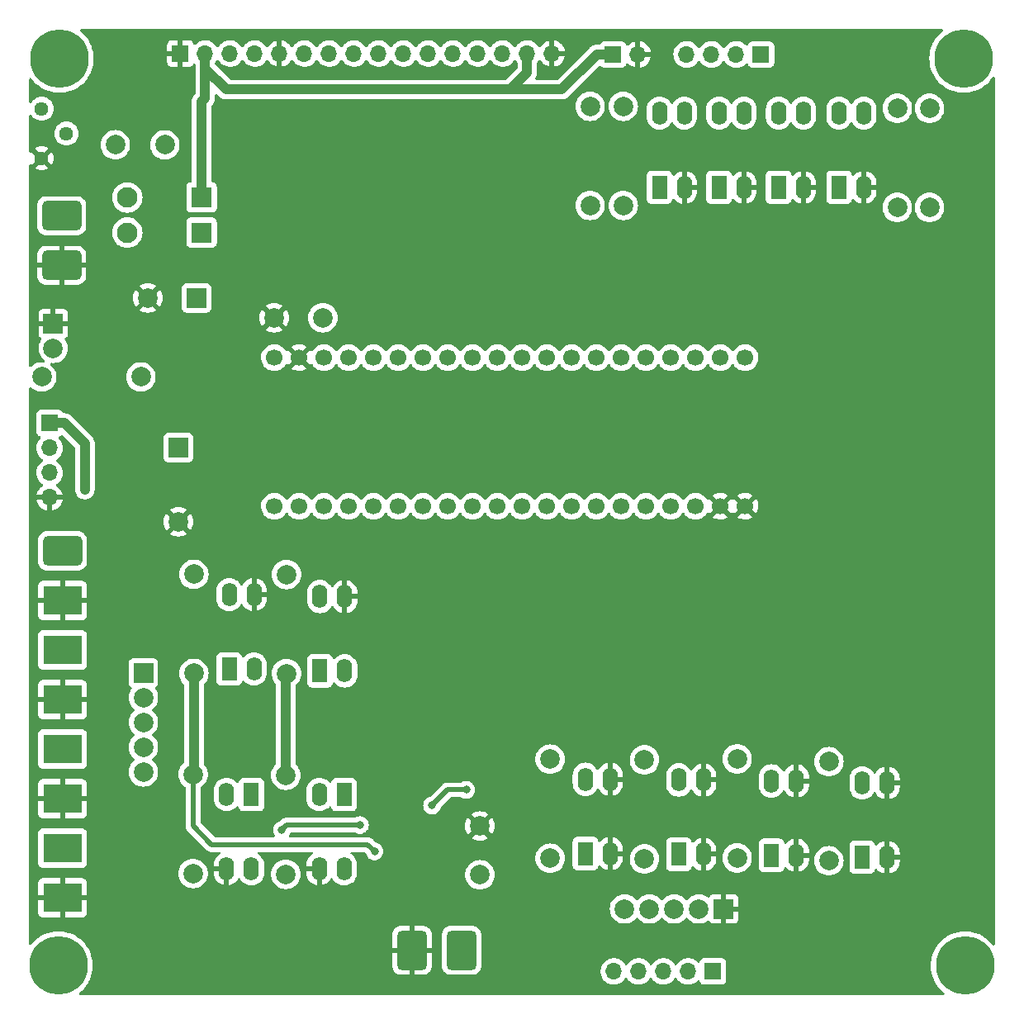
<source format=gbr>
%TF.GenerationSoftware,KiCad,Pcbnew,(6.0.8)*%
%TF.CreationDate,2023-03-03T00:45:07+05:30*%
%TF.ProjectId,STM32DryerPCB,53544d33-3244-4727-9965-725043422e6b,rev?*%
%TF.SameCoordinates,Original*%
%TF.FileFunction,Copper,L2,Bot*%
%TF.FilePolarity,Positive*%
%FSLAX46Y46*%
G04 Gerber Fmt 4.6, Leading zero omitted, Abs format (unit mm)*
G04 Created by KiCad (PCBNEW (6.0.8)) date 2023-03-03 00:45:07*
%MOMM*%
%LPD*%
G01*
G04 APERTURE LIST*
G04 Aperture macros list*
%AMRoundRect*
0 Rectangle with rounded corners*
0 $1 Rounding radius*
0 $2 $3 $4 $5 $6 $7 $8 $9 X,Y pos of 4 corners*
0 Add a 4 corners polygon primitive as box body*
4,1,4,$2,$3,$4,$5,$6,$7,$8,$9,$2,$3,0*
0 Add four circle primitives for the rounded corners*
1,1,$1+$1,$2,$3*
1,1,$1+$1,$4,$5*
1,1,$1+$1,$6,$7*
1,1,$1+$1,$8,$9*
0 Add four rect primitives between the rounded corners*
20,1,$1+$1,$2,$3,$4,$5,0*
20,1,$1+$1,$4,$5,$6,$7,0*
20,1,$1+$1,$6,$7,$8,$9,0*
20,1,$1+$1,$8,$9,$2,$3,0*%
G04 Aperture macros list end*
%TA.AperFunction,ComponentPad*%
%ADD10C,1.440000*%
%TD*%
%TA.AperFunction,ComponentPad*%
%ADD11R,1.700000X1.700000*%
%TD*%
%TA.AperFunction,ComponentPad*%
%ADD12O,1.700000X1.700000*%
%TD*%
%TA.AperFunction,ComponentPad*%
%ADD13C,2.000000*%
%TD*%
%TA.AperFunction,ComponentPad*%
%ADD14R,1.600000X2.400000*%
%TD*%
%TA.AperFunction,ComponentPad*%
%ADD15O,1.600000X2.400000*%
%TD*%
%TA.AperFunction,ComponentPad*%
%ADD16C,6.000000*%
%TD*%
%TA.AperFunction,ComponentPad*%
%ADD17R,2.000000X2.000000*%
%TD*%
%TA.AperFunction,ComponentPad*%
%ADD18RoundRect,0.416667X1.083333X1.583333X-1.083333X1.583333X-1.083333X-1.583333X1.083333X-1.583333X0*%
%TD*%
%TA.AperFunction,ComponentPad*%
%ADD19RoundRect,0.416667X-1.583333X1.083333X-1.583333X-1.083333X1.583333X-1.083333X1.583333X1.083333X0*%
%TD*%
%TA.AperFunction,ComponentPad*%
%ADD20R,4.000000X3.000000*%
%TD*%
%TA.AperFunction,ComponentPad*%
%ADD21C,1.700000*%
%TD*%
%TA.AperFunction,ComponentPad*%
%ADD22R,2.100000X2.100000*%
%TD*%
%TA.AperFunction,ComponentPad*%
%ADD23C,2.100000*%
%TD*%
%TA.AperFunction,ViaPad*%
%ADD24C,0.800000*%
%TD*%
%TA.AperFunction,Conductor*%
%ADD25C,0.500000*%
%TD*%
%TA.AperFunction,Conductor*%
%ADD26C,1.000000*%
%TD*%
G04 APERTURE END LIST*
D10*
%TO.P,RV601,1,1*%
%TO.N,+5V*%
X-198117500Y-55762500D03*
%TO.P,RV601,2,2*%
%TO.N,/CONNECTORS/VO*%
X-195577500Y-58302500D03*
%TO.P,RV601,3,3*%
%TO.N,GND*%
X-198117500Y-60842500D03*
%TD*%
D11*
%TO.P,J610,1,Pin_1*%
%TO.N,MID_KEY_SW_IN*%
X-129292500Y-144187500D03*
D12*
%TO.P,J610,2,Pin_2*%
%TO.N,HIGH_KEY_SW_IN*%
X-131832500Y-144187500D03*
%TO.P,J610,3,Pin_3*%
%TO.N,LOW_KEY_SW_IN*%
X-134372500Y-144187500D03*
%TO.P,J610,4,Pin_4*%
%TO.N,FN_KEY_SW_IN*%
X-136912500Y-144187500D03*
%TO.P,J610,5,Pin_5*%
%TO.N,+5V*%
X-139452500Y-144187500D03*
%TD*%
D13*
%TO.P,R302,1*%
%TO.N,DRUM_RIGHT*%
X-110392500Y-65867500D03*
%TO.P,R302,2*%
%TO.N,Net-(R302-Pad2)*%
X-110392500Y-55707500D03*
%TD*%
D14*
%TO.P,U206,1*%
%TO.N,Net-(R206-Pad2)*%
X-132792500Y-132187500D03*
D15*
%TO.P,U206,2*%
%TO.N,GND*%
X-130252500Y-132187500D03*
%TO.P,U206,3*%
X-130252500Y-124567500D03*
%TO.P,U206,4*%
%TO.N,LOW_KEY_SW*%
X-132792500Y-124567500D03*
%TD*%
D13*
%TO.P,R201,1*%
%TO.N,+5V*%
X-182592500Y-124007500D03*
%TO.P,R201,2*%
%TO.N,Net-(R201-Pad2)*%
X-182592500Y-134167500D03*
%TD*%
D11*
%TO.P,J606,1,Pin_1*%
%TO.N,+5V*%
X-197292500Y-87987500D03*
D12*
%TO.P,J606,2,Pin_2*%
%TO.N,RX*%
X-197292500Y-90527500D03*
%TO.P,J606,3,Pin_3*%
%TO.N,TX*%
X-197292500Y-93067500D03*
%TO.P,J606,4,Pin_4*%
%TO.N,GND*%
X-197292500Y-95607500D03*
%TD*%
D16*
%TO.P,H606,1*%
%TO.N,N/C*%
X-103592500Y-50600000D03*
%TD*%
D13*
%TO.P,C102,1*%
%TO.N,+5V*%
X-169292500Y-77187500D03*
%TO.P,C102,2*%
%TO.N,GND*%
X-174292500Y-77187500D03*
%TD*%
D14*
%TO.P,U304,1*%
%TO.N,Net-(R304-Pad2)*%
X-134767500Y-63812500D03*
D15*
%TO.P,U304,2*%
%TO.N,GND*%
X-132227500Y-63812500D03*
%TO.P,U304,3*%
%TO.N,FAN_ULNIN*%
X-132227500Y-56192500D03*
%TO.P,U304,4*%
%TO.N,+5V*%
X-134767500Y-56192500D03*
%TD*%
D17*
%TO.P,RN201,1,common*%
%TO.N,+5V*%
X-187692500Y-113587500D03*
D13*
%TO.P,RN201,2,R1*%
%TO.N,DOOR_SW_IN*%
X-187692500Y-116127500D03*
%TO.P,RN201,3,R2*%
%TO.N,LIMIT_SW_IN*%
X-187692500Y-118667500D03*
%TO.P,RN201,4,R3*%
%TO.N,HEATER_SW_IN*%
X-187692500Y-121207500D03*
%TO.P,RN201,5,R4*%
%TO.N,SEL_ROT_SW_IN*%
X-187692500Y-123747500D03*
%TD*%
%TO.P,R203,1*%
%TO.N,+5V*%
X-173092500Y-124087500D03*
%TO.P,R203,2*%
%TO.N,Net-(R203-Pad2)*%
X-173092500Y-134247500D03*
%TD*%
D11*
%TO.P,J607,1,Pin_1*%
%TO.N,DLEFT_ULNIN*%
X-124372500Y-50187500D03*
D12*
%TO.P,J607,2,Pin_2*%
%TO.N,DRIGHT_ULNIN*%
X-126912500Y-50187500D03*
%TO.P,J607,3,Pin_3*%
%TO.N,HEATER_ULNIN*%
X-129452500Y-50187500D03*
%TO.P,J607,4,Pin_4*%
%TO.N,FAN_ULNIN*%
X-131992500Y-50187500D03*
%TD*%
D13*
%TO.P,C501,1*%
%TO.N,GND*%
X-153192500Y-129287500D03*
%TO.P,C501,2*%
%TO.N,+5V*%
X-153192500Y-134287500D03*
%TD*%
D17*
%TO.P,RN202,1,common*%
%TO.N,GND*%
X-128192500Y-137787500D03*
D13*
%TO.P,RN202,2,R1*%
%TO.N,MID_KEY_SW_IN*%
X-130732500Y-137787500D03*
%TO.P,RN202,3,R2*%
%TO.N,HIGH_KEY_SW_IN*%
X-133272500Y-137787500D03*
%TO.P,RN202,4,R3*%
%TO.N,LOW_KEY_SW_IN*%
X-135812500Y-137787500D03*
%TO.P,RN202,5,R4*%
%TO.N,FN_KEY_SW_IN*%
X-138352500Y-137787500D03*
%TD*%
D11*
%TO.P,J605,1,Pin_1*%
%TO.N,+5V*%
X-139532500Y-50187500D03*
D12*
%TO.P,J605,2,Pin_2*%
%TO.N,GND*%
X-136992500Y-50187500D03*
%TD*%
D13*
%TO.P,R207,1*%
%TO.N,HIGH_KEY_SW_IN*%
X-126817500Y-132562500D03*
%TO.P,R207,2*%
%TO.N,Net-(R207-Pad2)*%
X-126817500Y-122402500D03*
%TD*%
%TO.P,R205,1*%
%TO.N,FN_KEY_SW_IN*%
X-145992500Y-132587500D03*
%TO.P,R205,2*%
%TO.N,Net-(R205-Pad2)*%
X-145992500Y-122427500D03*
%TD*%
%TO.P,R206,1*%
%TO.N,LOW_KEY_SW_IN*%
X-136317500Y-132662500D03*
%TO.P,R206,2*%
%TO.N,Net-(R206-Pad2)*%
X-136317500Y-122502500D03*
%TD*%
D17*
%TO.P,BZ601,1,-*%
%TO.N,BUZZER*%
X-184092500Y-90487500D03*
D13*
%TO.P,BZ601,2,+*%
%TO.N,GND*%
X-184092500Y-98087500D03*
%TD*%
D14*
%TO.P,U202,1*%
%TO.N,Net-(R202-Pad2)*%
X-169592500Y-113387500D03*
D15*
%TO.P,U202,2*%
%TO.N,LIMIT_SW_IN*%
X-167052500Y-113387500D03*
%TO.P,U202,3*%
%TO.N,GND*%
X-167052500Y-105767500D03*
%TO.P,U202,4*%
%TO.N,LIMIT_SW*%
X-169592500Y-105767500D03*
%TD*%
D13*
%TO.P,R204,1*%
%TO.N,+5V*%
X-182517500Y-113642500D03*
%TO.P,R204,2*%
%TO.N,Net-(R204-Pad2)*%
X-182517500Y-103482500D03*
%TD*%
D18*
%TO.P,J611,1,Pin_1*%
%TO.N,TEMP+*%
X-155070000Y-142045000D03*
%TO.P,J611,2,Pin_2*%
%TO.N,GND*%
X-160150000Y-142045000D03*
%TD*%
D14*
%TO.P,U302,1*%
%TO.N,Net-(R302-Pad2)*%
X-122567500Y-63812500D03*
D15*
%TO.P,U302,2*%
%TO.N,GND*%
X-120027500Y-63812500D03*
%TO.P,U302,3*%
%TO.N,DRIGHT_ULNIN*%
X-120027500Y-56192500D03*
%TO.P,U302,4*%
%TO.N,+5V*%
X-122567500Y-56192500D03*
%TD*%
D13*
%TO.P,R304,1*%
%TO.N,FAN*%
X-141892500Y-65667500D03*
%TO.P,R304,2*%
%TO.N,Net-(R304-Pad2)*%
X-141892500Y-55507500D03*
%TD*%
D19*
%TO.P,J608,1,Pin_1*%
%TO.N,DOOR_SW_IN*%
X-195992500Y-101087500D03*
D20*
%TO.P,J608,2,Pin_2*%
%TO.N,GND*%
X-195992500Y-106167500D03*
%TO.P,J608,3,Pin_3*%
%TO.N,LIMIT_SW_IN*%
X-195992500Y-111247500D03*
%TO.P,J608,4,Pin_4*%
%TO.N,GND*%
X-195992500Y-116327500D03*
%TO.P,J608,5,Pin_5*%
%TO.N,HEATER_SW_IN*%
X-195992500Y-121407500D03*
%TO.P,J608,6,Pin_6*%
%TO.N,GND*%
X-195992500Y-126487500D03*
%TO.P,J608,7,Pin_7*%
%TO.N,SEL_ROT_SW_IN*%
X-195992500Y-131567500D03*
%TO.P,J608,8,Pin_8*%
%TO.N,GND*%
X-195992500Y-136647500D03*
%TD*%
D14*
%TO.P,U201,1*%
%TO.N,Net-(R201-Pad2)*%
X-176617500Y-126062500D03*
D15*
%TO.P,U201,2*%
%TO.N,SEL_ROT_SW_IN*%
X-179157500Y-126062500D03*
%TO.P,U201,3*%
%TO.N,GND*%
X-179157500Y-133682500D03*
%TO.P,U201,4*%
%TO.N,SEL_ROT_SW*%
X-176617500Y-133682500D03*
%TD*%
D14*
%TO.P,U203,1*%
%TO.N,Net-(R203-Pad2)*%
X-167117500Y-126062500D03*
D15*
%TO.P,U203,2*%
%TO.N,HEATER_SW_IN*%
X-169657500Y-126062500D03*
%TO.P,U203,3*%
%TO.N,GND*%
X-169657500Y-133682500D03*
%TO.P,U203,4*%
%TO.N,HEATER_SW*%
X-167117500Y-133682500D03*
%TD*%
D21*
%TO.P,U101,1,VBAT*%
%TO.N,unconnected-(U101-Pad1)*%
X-174257500Y-96507500D03*
%TO.P,U101,2,PC13*%
%TO.N,unconnected-(U101-Pad2)*%
X-171717500Y-96507500D03*
%TO.P,U101,3,PC14*%
%TO.N,unconnected-(U101-Pad3)*%
X-169177500Y-96507500D03*
%TO.P,U101,4,PC15*%
%TO.N,BUZZER*%
X-166637500Y-96507500D03*
%TO.P,U101,5,PA0*%
%TO.N,DOOR_SW*%
X-164097500Y-96507500D03*
%TO.P,U101,6,PA1*%
%TO.N,LIMIT_SW*%
X-161557500Y-96507500D03*
%TO.P,U101,7,PA2*%
%TO.N,SEL_ROT_SW*%
X-159017500Y-96507500D03*
%TO.P,U101,8,PA3*%
%TO.N,HEATER_SW*%
X-156477500Y-96507500D03*
%TO.P,U101,9,PA4*%
%TO.N,CS1*%
X-153937500Y-96507500D03*
%TO.P,U101,10,PA5*%
%TO.N,SCK1*%
X-151397500Y-96507500D03*
%TO.P,U101,11,PA6*%
%TO.N,MISO1*%
X-148857500Y-96507500D03*
%TO.P,U101,12,PA7*%
%TO.N,unconnected-(U101-Pad12)*%
X-146317500Y-96507500D03*
%TO.P,U101,13,PB0*%
%TO.N,FN_KEY_SW*%
X-143777500Y-96507500D03*
%TO.P,U101,14,PB1*%
%TO.N,LOW_KEY_SW*%
X-141237500Y-96507500D03*
%TO.P,U101,15,PB10*%
%TO.N,HIGH_KEY_SW*%
X-138697500Y-96507500D03*
%TO.P,U101,16,PB11*%
%TO.N,MID_KEY_SW*%
X-136157500Y-96507500D03*
%TO.P,U101,17,NRST*%
%TO.N,unconnected-(U101-Pad17)*%
X-133617500Y-96507500D03*
%TO.P,U101,18,3V3*%
%TO.N,unconnected-(U101-Pad18)*%
X-131077500Y-96507500D03*
%TO.P,U101,19,GND*%
%TO.N,GND*%
X-128537500Y-96507500D03*
%TO.P,U101,20,GND*%
X-125997500Y-96507500D03*
%TO.P,U101,21,PB12*%
%TO.N,unconnected-(U101-Pad21)*%
X-125997500Y-81267500D03*
%TO.P,U101,22,PB13*%
%TO.N,DRUM_LEFT*%
X-128537500Y-81267500D03*
%TO.P,U101,23,PB14*%
%TO.N,DRUM_RIGHT*%
X-131077500Y-81267500D03*
%TO.P,U101,24,PB15*%
%TO.N,HEATER*%
X-133617500Y-81267500D03*
%TO.P,U101,25,PA8*%
%TO.N,FAN*%
X-136157500Y-81267500D03*
%TO.P,U101,26,PA9*%
%TO.N,TX*%
X-138697500Y-81267500D03*
%TO.P,U101,27,PA10*%
%TO.N,RX*%
X-141237500Y-81267500D03*
%TO.P,U101,28,PA11*%
%TO.N,LCD_D7*%
X-143777500Y-81267500D03*
%TO.P,U101,29,PA12*%
%TO.N,LCD_D6*%
X-146317500Y-81267500D03*
%TO.P,U101,30,PA15*%
%TO.N,LCD_D5*%
X-148857500Y-81267500D03*
%TO.P,U101,31,PB3*%
%TO.N,LCD_D4*%
X-151397500Y-81267500D03*
%TO.P,U101,32,PB4*%
%TO.N,LCD_D3*%
X-153937500Y-81267500D03*
%TO.P,U101,33,PB5*%
%TO.N,LCD_D2*%
X-156477500Y-81267500D03*
%TO.P,U101,34,PB6*%
%TO.N,LCD_D1*%
X-159017500Y-81267500D03*
%TO.P,U101,35,PB7*%
%TO.N,LCD_D0*%
X-161557500Y-81267500D03*
%TO.P,U101,36,PB8*%
%TO.N,LCD_EN*%
X-164097500Y-81267500D03*
%TO.P,U101,37,PB9*%
%TO.N,LCD_RS*%
X-166637500Y-81267500D03*
%TO.P,U101,38,5V*%
%TO.N,+5V*%
X-169177500Y-81267500D03*
%TO.P,U101,39,GND*%
%TO.N,GND*%
X-171717500Y-81267500D03*
%TO.P,U101,40,3V3*%
%TO.N,unconnected-(U101-Pad40)*%
X-174257500Y-81267500D03*
%TD*%
D22*
%TO.P,D101,1,K*%
%TO.N,+5V*%
X-181722500Y-68447500D03*
D23*
%TO.P,D101,2,A*%
%TO.N,Net-(D101-Pad2)*%
X-189342500Y-68447500D03*
%TD*%
D14*
%TO.P,U301,1*%
%TO.N,Net-(R301-Pad2)*%
X-116367500Y-63812500D03*
D15*
%TO.P,U301,2*%
%TO.N,GND*%
X-113827500Y-63812500D03*
%TO.P,U301,3*%
%TO.N,DLEFT_ULNIN*%
X-113827500Y-56192500D03*
%TO.P,U301,4*%
%TO.N,+5V*%
X-116367500Y-56192500D03*
%TD*%
D13*
%TO.P,R208,1*%
%TO.N,MID_KEY_SW_IN*%
X-117417500Y-132842500D03*
%TO.P,R208,2*%
%TO.N,Net-(R208-Pad2)*%
X-117417500Y-122682500D03*
%TD*%
D16*
%TO.P,H607,1*%
%TO.N,N/C*%
X-196392500Y-143600000D03*
%TD*%
D17*
%TO.P,D102,1,K*%
%TO.N,GND*%
X-196932500Y-77772500D03*
D13*
%TO.P,D102,2,A*%
%TO.N,Net-(D102-Pad2)*%
X-196932500Y-80312500D03*
%TD*%
D14*
%TO.P,U303,1*%
%TO.N,Net-(R303-Pad2)*%
X-128667500Y-63812500D03*
D15*
%TO.P,U303,2*%
%TO.N,GND*%
X-126127500Y-63812500D03*
%TO.P,U303,3*%
%TO.N,HEATER_ULNIN*%
X-126127500Y-56192500D03*
%TO.P,U303,4*%
%TO.N,+5V*%
X-128667500Y-56192500D03*
%TD*%
D14*
%TO.P,U207,1*%
%TO.N,Net-(R207-Pad2)*%
X-123292500Y-132287500D03*
D15*
%TO.P,U207,2*%
%TO.N,GND*%
X-120752500Y-132287500D03*
%TO.P,U207,3*%
X-120752500Y-124667500D03*
%TO.P,U207,4*%
%TO.N,HIGH_KEY_SW*%
X-123292500Y-124667500D03*
%TD*%
D14*
%TO.P,U204,1*%
%TO.N,Net-(R204-Pad2)*%
X-178892500Y-113187500D03*
D15*
%TO.P,U204,2*%
%TO.N,DOOR_SW_IN*%
X-176352500Y-113187500D03*
%TO.P,U204,3*%
%TO.N,GND*%
X-176352500Y-105567500D03*
%TO.P,U204,4*%
%TO.N,DOOR_SW*%
X-178892500Y-105567500D03*
%TD*%
D14*
%TO.P,U208,1*%
%TO.N,Net-(R208-Pad2)*%
X-113992500Y-132487500D03*
D15*
%TO.P,U208,2*%
%TO.N,GND*%
X-111452500Y-132487500D03*
%TO.P,U208,3*%
X-111452500Y-124867500D03*
%TO.P,U208,4*%
%TO.N,MID_KEY_SW*%
X-113992500Y-124867500D03*
%TD*%
D16*
%TO.P,H605,1*%
%TO.N,N/C*%
X-196300000Y-50600000D03*
%TD*%
D22*
%TO.P,D101,1,K*%
%TO.N,+5V*%
X-181722500Y-64847500D03*
D23*
%TO.P,D101,2,A*%
%TO.N,Net-(D101-Pad2)*%
X-189342500Y-64847500D03*
%TD*%
D19*
%TO.P,J101,1,Pin_1*%
%TO.N,Net-(F101-Pad1)*%
X-196075000Y-66725000D03*
%TO.P,J101,2,Pin_2*%
%TO.N,GND*%
X-196075000Y-71805000D03*
%TD*%
D13*
%TO.P,R303,1*%
%TO.N,HEATER*%
X-138492500Y-65667500D03*
%TO.P,R303,2*%
%TO.N,Net-(R303-Pad2)*%
X-138492500Y-55507500D03*
%TD*%
D14*
%TO.P,U205,1*%
%TO.N,Net-(R205-Pad2)*%
X-142367500Y-132112500D03*
D15*
%TO.P,U205,2*%
%TO.N,GND*%
X-139827500Y-132112500D03*
%TO.P,U205,3*%
X-139827500Y-124492500D03*
%TO.P,U205,4*%
%TO.N,FN_KEY_SW*%
X-142367500Y-124492500D03*
%TD*%
D16*
%TO.P,H608,1*%
%TO.N,N/C*%
X-103450000Y-143600000D03*
%TD*%
D13*
%TO.P,R202,1*%
%TO.N,+5V*%
X-173017500Y-113662500D03*
%TO.P,R202,2*%
%TO.N,Net-(R202-Pad2)*%
X-173017500Y-103502500D03*
%TD*%
%TO.P,F101,1*%
%TO.N,Net-(F101-Pad1)*%
X-190572500Y-59447500D03*
%TO.P,F101,2*%
%TO.N,Net-(D101-Pad2)*%
X-185492500Y-59457500D03*
%TD*%
D17*
%TO.P,C101,1*%
%TO.N,+5V*%
X-182232500Y-75147500D03*
D13*
%TO.P,C101,2*%
%TO.N,GND*%
X-187232500Y-75147500D03*
%TD*%
%TO.P,R101,1*%
%TO.N,Net-(D102-Pad2)*%
X-198112500Y-83247500D03*
%TO.P,R101,2*%
%TO.N,+5V*%
X-187952500Y-83247500D03*
%TD*%
%TO.P,R301,1*%
%TO.N,DRUM_LEFT*%
X-107092500Y-65867500D03*
%TO.P,R301,2*%
%TO.N,Net-(R301-Pad2)*%
X-107092500Y-55707500D03*
%TD*%
D11*
%TO.P,J609,1,Pin_1*%
%TO.N,GND*%
X-183892500Y-50087500D03*
D12*
%TO.P,J609,2,Pin_2*%
%TO.N,+5V*%
X-181352500Y-50087500D03*
%TO.P,J609,3,Pin_3*%
%TO.N,/CONNECTORS/VO*%
X-178812500Y-50087500D03*
%TO.P,J609,4,Pin_4*%
%TO.N,LCD_RS*%
X-176272500Y-50087500D03*
%TO.P,J609,5,Pin_5*%
%TO.N,GND*%
X-173732500Y-50087500D03*
%TO.P,J609,6,Pin_6*%
%TO.N,LCD_EN*%
X-171192500Y-50087500D03*
%TO.P,J609,7,Pin_7*%
%TO.N,LCD_D0*%
X-168652500Y-50087500D03*
%TO.P,J609,8,Pin_8*%
%TO.N,LCD_D1*%
X-166112500Y-50087500D03*
%TO.P,J609,9,Pin_9*%
%TO.N,LCD_D2*%
X-163572500Y-50087500D03*
%TO.P,J609,10,Pin_10*%
%TO.N,LCD_D3*%
X-161032500Y-50087500D03*
%TO.P,J609,11,Pin_11*%
%TO.N,LCD_D4*%
X-158492500Y-50087500D03*
%TO.P,J609,12,Pin_12*%
%TO.N,LCD_D5*%
X-155952500Y-50087500D03*
%TO.P,J609,13,Pin_13*%
%TO.N,LCD_D6*%
X-153412500Y-50087500D03*
%TO.P,J609,14,Pin_14*%
%TO.N,LCD_D7*%
X-150872500Y-50087500D03*
%TO.P,J609,15,Pin_15*%
%TO.N,+5V*%
X-148332500Y-50087500D03*
%TO.P,J609,16,Pin_16*%
%TO.N,GND*%
X-145792500Y-50087500D03*
%TD*%
D24*
%TO.N,+5V*%
X-193692500Y-94787500D03*
%TO.N,GND*%
X-134680000Y-49900000D03*
%TO.N,MISO1*%
X-154592500Y-125587500D03*
%TO.N,GND*%
X-176590000Y-77840000D03*
%TO.N,+5V*%
X-163992500Y-131887500D03*
%TO.N,GND*%
X-128330000Y-99430000D03*
%TO.N,SEL_ROT_SW*%
X-165492500Y-129187500D03*
%TO.N,MISO1*%
X-158092500Y-127187500D03*
%TO.N,GND*%
X-123250000Y-98160000D03*
%TO.N,SEL_ROT_SW*%
X-173492500Y-129687500D03*
%TO.N,GND*%
X-190560000Y-76570000D03*
X-128330000Y-68950000D03*
X-123250000Y-95620000D03*
X-161350000Y-136260000D03*
X-129600000Y-68950000D03*
X-125790000Y-99430000D03*
X-190560000Y-71490000D03*
X-176590000Y-79110000D03*
X-190560000Y-74030000D03*
X-174050000Y-84190000D03*
X-127060000Y-99430000D03*
X-127060000Y-68950000D03*
X-161350000Y-134990000D03*
X-171510000Y-84190000D03*
X-161350000Y-133720000D03*
X-123250000Y-96890000D03*
X-130870000Y-68950000D03*
X-124520000Y-99430000D03*
X-134680000Y-48630000D03*
X-176590000Y-76570000D03*
X-134680000Y-51170000D03*
X-133410000Y-68950000D03*
X-123250000Y-99430000D03*
X-132140000Y-68950000D03*
X-172780000Y-84190000D03*
%TD*%
D25*
%TO.N,MISO1*%
X-156492500Y-125587500D02*
X-158092500Y-127187500D01*
%TO.N,SEL_ROT_SW_IN*%
X-179317500Y-126062500D02*
X-179392500Y-125987500D01*
X-179157500Y-126062500D02*
X-179317500Y-126062500D01*
%TO.N,MISO1*%
X-154592500Y-125587500D02*
X-156492500Y-125587500D01*
%TO.N,SEL_ROT_SW*%
X-173492500Y-129687500D02*
X-172992500Y-129187500D01*
X-172992500Y-129187500D02*
X-165492500Y-129187500D01*
D26*
%TO.N,+5V*%
X-181722500Y-64847500D02*
X-181722500Y-55017500D01*
X-195792500Y-87987500D02*
X-197292500Y-87987500D01*
X-141192500Y-50187500D02*
X-144792500Y-53787500D01*
D25*
X-182592500Y-124007500D02*
X-182592500Y-129287500D01*
D26*
X-182517500Y-113642500D02*
X-182517500Y-123932500D01*
X-181352500Y-54647500D02*
X-181352500Y-50087500D01*
X-181722500Y-55017500D02*
X-181352500Y-54647500D01*
X-179192500Y-53787500D02*
X-150092500Y-53787500D01*
X-148332500Y-52027500D02*
X-150092500Y-53787500D01*
X-181352500Y-50087500D02*
X-181352500Y-51627500D01*
X-173092500Y-124087500D02*
X-173092500Y-113737500D01*
D25*
X-182592500Y-129287500D02*
X-180692500Y-131187500D01*
D26*
X-173092500Y-113737500D02*
X-173017500Y-113662500D01*
X-193692500Y-90087500D02*
X-195792500Y-87987500D01*
D25*
X-180692500Y-131187500D02*
X-164692500Y-131187500D01*
X-164692500Y-131187500D02*
X-163992500Y-131887500D01*
D26*
X-182517500Y-123932500D02*
X-182592500Y-124007500D01*
X-193692500Y-94787500D02*
X-193692500Y-90087500D01*
X-139532500Y-50187500D02*
X-141192500Y-50187500D01*
X-144792500Y-53787500D02*
X-150092500Y-53787500D01*
X-148332500Y-50087500D02*
X-148332500Y-52027500D01*
X-181352500Y-51627500D02*
X-179192500Y-53787500D01*
%TD*%
%TA.AperFunction,Conductor*%
%TO.N,GND*%
G36*
X-105761059Y-47628502D02*
G01*
X-105714566Y-47682158D01*
X-105704462Y-47752432D01*
X-105733956Y-47817012D01*
X-105749886Y-47832420D01*
X-105943367Y-47989098D01*
X-106203402Y-48249133D01*
X-106434832Y-48534925D01*
X-106436634Y-48537700D01*
X-106630192Y-48835755D01*
X-106635120Y-48843343D01*
X-106636615Y-48846277D01*
X-106636619Y-48846284D01*
X-106771062Y-49110144D01*
X-106802073Y-49171006D01*
X-106869757Y-49347329D01*
X-106932162Y-49509901D01*
X-106933861Y-49514326D01*
X-107029041Y-49869541D01*
X-107039171Y-49933500D01*
X-107074942Y-50159351D01*
X-107086569Y-50232759D01*
X-107105815Y-50600000D01*
X-107086569Y-50967241D01*
X-107086056Y-50970481D01*
X-107086055Y-50970489D01*
X-107064024Y-51109584D01*
X-107029041Y-51330459D01*
X-106933861Y-51685674D01*
X-106802073Y-52028994D01*
X-106800575Y-52031934D01*
X-106650023Y-52327408D01*
X-106635120Y-52356657D01*
X-106633324Y-52359423D01*
X-106633322Y-52359426D01*
X-106589834Y-52426392D01*
X-106434832Y-52665075D01*
X-106203402Y-52950867D01*
X-105943367Y-53210902D01*
X-105657575Y-53442332D01*
X-105349158Y-53642620D01*
X-105346224Y-53644115D01*
X-105346217Y-53644119D01*
X-105024434Y-53808075D01*
X-105021494Y-53809573D01*
X-104678174Y-53941361D01*
X-104322959Y-54036541D01*
X-104129942Y-54067112D01*
X-103962989Y-54093555D01*
X-103962981Y-54093556D01*
X-103959741Y-54094069D01*
X-103592500Y-54113315D01*
X-103225259Y-54094069D01*
X-103222019Y-54093556D01*
X-103222011Y-54093555D01*
X-103055058Y-54067112D01*
X-102862041Y-54036541D01*
X-102506826Y-53941361D01*
X-102163506Y-53809573D01*
X-102160566Y-53808075D01*
X-101838783Y-53644119D01*
X-101838776Y-53644115D01*
X-101835842Y-53642620D01*
X-101527425Y-53442332D01*
X-101241633Y-53210902D01*
X-100981598Y-52950867D01*
X-100750168Y-52665075D01*
X-100640173Y-52495697D01*
X-100586296Y-52449460D01*
X-100515975Y-52439690D01*
X-100451535Y-52469490D01*
X-100413436Y-52529398D01*
X-100408500Y-52564321D01*
X-100408500Y-141425065D01*
X-100428502Y-141493186D01*
X-100482158Y-141539679D01*
X-100552432Y-141549783D01*
X-100617012Y-141520289D01*
X-100632420Y-141504359D01*
X-100839098Y-141249133D01*
X-101099133Y-140989098D01*
X-101384925Y-140757668D01*
X-101693342Y-140557380D01*
X-101696276Y-140555885D01*
X-101696283Y-140555881D01*
X-102018066Y-140391925D01*
X-102021006Y-140390427D01*
X-102364326Y-140258639D01*
X-102719541Y-140163459D01*
X-102941583Y-140128291D01*
X-103079511Y-140106445D01*
X-103079519Y-140106444D01*
X-103082759Y-140105931D01*
X-103450000Y-140086685D01*
X-103817241Y-140105931D01*
X-103820481Y-140106444D01*
X-103820489Y-140106445D01*
X-103958417Y-140128291D01*
X-104180459Y-140163459D01*
X-104535674Y-140258639D01*
X-104878994Y-140390427D01*
X-104881934Y-140391925D01*
X-105203716Y-140555881D01*
X-105203723Y-140555885D01*
X-105206657Y-140557380D01*
X-105515075Y-140757668D01*
X-105800867Y-140989098D01*
X-106060902Y-141249133D01*
X-106292332Y-141534925D01*
X-106294134Y-141537700D01*
X-106454819Y-141785135D01*
X-106492620Y-141843343D01*
X-106659573Y-142171006D01*
X-106791361Y-142514326D01*
X-106886541Y-142869541D01*
X-106912211Y-143031618D01*
X-106942014Y-143219785D01*
X-106944069Y-143232759D01*
X-106963315Y-143600000D01*
X-106944069Y-143967241D01*
X-106886541Y-144330459D01*
X-106791361Y-144685674D01*
X-106659573Y-145028994D01*
X-106658075Y-145031934D01*
X-106529536Y-145284205D01*
X-106492620Y-145356657D01*
X-106490824Y-145359423D01*
X-106490822Y-145359426D01*
X-106463979Y-145400761D01*
X-106292332Y-145665075D01*
X-106060902Y-145950867D01*
X-105800867Y-146210902D01*
X-105798292Y-146212987D01*
X-105607386Y-146367580D01*
X-105567034Y-146425994D01*
X-105564668Y-146496951D01*
X-105601041Y-146557923D01*
X-105664604Y-146589551D01*
X-105686680Y-146591500D01*
X-194155820Y-146591500D01*
X-194223941Y-146571498D01*
X-194270434Y-146517842D01*
X-194280538Y-146447568D01*
X-194251044Y-146382988D01*
X-194235114Y-146367580D01*
X-194044208Y-146212987D01*
X-194041633Y-146210902D01*
X-193781598Y-145950867D01*
X-193550168Y-145665075D01*
X-193378521Y-145400761D01*
X-193351678Y-145359426D01*
X-193351676Y-145359423D01*
X-193349880Y-145356657D01*
X-193312963Y-145284205D01*
X-193184425Y-145031934D01*
X-193182927Y-145028994D01*
X-193051139Y-144685674D01*
X-192955959Y-144330459D01*
X-192898431Y-143967241D01*
X-192883932Y-143690573D01*
X-162157999Y-143690573D01*
X-162157805Y-143695504D01*
X-162152099Y-143768026D01*
X-162150152Y-143779355D01*
X-162103047Y-143955155D01*
X-162098343Y-143967408D01*
X-162016092Y-144128834D01*
X-162008940Y-144139848D01*
X-161894924Y-144280647D01*
X-161885647Y-144289924D01*
X-161744848Y-144403940D01*
X-161733834Y-144411092D01*
X-161572408Y-144493343D01*
X-161560155Y-144498047D01*
X-161384357Y-144545152D01*
X-161373024Y-144547099D01*
X-161300502Y-144552807D01*
X-161295576Y-144553000D01*
X-160422115Y-144553000D01*
X-160406876Y-144548525D01*
X-160405671Y-144547135D01*
X-160404000Y-144539452D01*
X-160404000Y-144534884D01*
X-159896000Y-144534884D01*
X-159891525Y-144550123D01*
X-159890135Y-144551328D01*
X-159882452Y-144552999D01*
X-159004427Y-144552999D01*
X-158999496Y-144552805D01*
X-158926974Y-144547099D01*
X-158915645Y-144545152D01*
X-158739845Y-144498047D01*
X-158727592Y-144493343D01*
X-158566166Y-144411092D01*
X-158555152Y-144403940D01*
X-158414353Y-144289924D01*
X-158405076Y-144280647D01*
X-158291060Y-144139848D01*
X-158283908Y-144128834D01*
X-158201657Y-143967408D01*
X-158196953Y-143955155D01*
X-158149848Y-143779357D01*
X-158147901Y-143768024D01*
X-158142193Y-143695502D01*
X-158142098Y-143693084D01*
X-157078500Y-143693084D01*
X-157072143Y-143773858D01*
X-157021808Y-143961709D01*
X-156933517Y-144134991D01*
X-156929364Y-144140120D01*
X-156929363Y-144140121D01*
X-156917966Y-144154195D01*
X-156811128Y-144286128D01*
X-156806002Y-144290279D01*
X-156705027Y-144372047D01*
X-156659991Y-144408517D01*
X-156486709Y-144496808D01*
X-156480336Y-144498516D01*
X-156480335Y-144498516D01*
X-156304435Y-144545649D01*
X-156304431Y-144545650D01*
X-156298858Y-144547143D01*
X-156293102Y-144547596D01*
X-156220541Y-144553307D01*
X-156220532Y-144553307D01*
X-156218084Y-144553500D01*
X-153921916Y-144553500D01*
X-153919468Y-144553307D01*
X-153919459Y-144553307D01*
X-153846898Y-144547596D01*
X-153841142Y-144547143D01*
X-153835569Y-144545650D01*
X-153835565Y-144545649D01*
X-153659665Y-144498516D01*
X-153659664Y-144498516D01*
X-153653291Y-144496808D01*
X-153480009Y-144408517D01*
X-153434972Y-144372047D01*
X-153333998Y-144290279D01*
X-153328872Y-144286128D01*
X-153222034Y-144154195D01*
X-140815249Y-144154195D01*
X-140814952Y-144159348D01*
X-140814952Y-144159351D01*
X-140807642Y-144286128D01*
X-140802390Y-144377215D01*
X-140801253Y-144382261D01*
X-140801252Y-144382267D01*
X-140794661Y-144411513D01*
X-140753278Y-144595139D01*
X-140669234Y-144802116D01*
X-140631815Y-144863178D01*
X-140555209Y-144988188D01*
X-140552513Y-144992588D01*
X-140406250Y-145161438D01*
X-140234374Y-145304132D01*
X-140041500Y-145416838D01*
X-140036675Y-145418680D01*
X-140036674Y-145418681D01*
X-139963888Y-145446475D01*
X-139832808Y-145496530D01*
X-139827740Y-145497561D01*
X-139827737Y-145497562D01*
X-139720483Y-145519383D01*
X-139613903Y-145541067D01*
X-139608728Y-145541257D01*
X-139608726Y-145541257D01*
X-139395827Y-145549064D01*
X-139395823Y-145549064D01*
X-139390663Y-145549253D01*
X-139385543Y-145548597D01*
X-139385541Y-145548597D01*
X-139174212Y-145521525D01*
X-139174211Y-145521525D01*
X-139169084Y-145520868D01*
X-139164134Y-145519383D01*
X-138960071Y-145458161D01*
X-138960066Y-145458159D01*
X-138955116Y-145456674D01*
X-138754506Y-145358396D01*
X-138572640Y-145228673D01*
X-138414404Y-145070989D01*
X-138354906Y-144988189D01*
X-138284047Y-144889577D01*
X-138282724Y-144890528D01*
X-138235855Y-144847357D01*
X-138165920Y-144835125D01*
X-138100474Y-144862644D01*
X-138072625Y-144894494D01*
X-138012513Y-144992588D01*
X-137866250Y-145161438D01*
X-137694374Y-145304132D01*
X-137501500Y-145416838D01*
X-137496675Y-145418680D01*
X-137496674Y-145418681D01*
X-137423888Y-145446475D01*
X-137292808Y-145496530D01*
X-137287740Y-145497561D01*
X-137287737Y-145497562D01*
X-137180483Y-145519383D01*
X-137073903Y-145541067D01*
X-137068728Y-145541257D01*
X-137068726Y-145541257D01*
X-136855827Y-145549064D01*
X-136855823Y-145549064D01*
X-136850663Y-145549253D01*
X-136845543Y-145548597D01*
X-136845541Y-145548597D01*
X-136634212Y-145521525D01*
X-136634211Y-145521525D01*
X-136629084Y-145520868D01*
X-136624134Y-145519383D01*
X-136420071Y-145458161D01*
X-136420066Y-145458159D01*
X-136415116Y-145456674D01*
X-136214506Y-145358396D01*
X-136032640Y-145228673D01*
X-135874404Y-145070989D01*
X-135814906Y-144988189D01*
X-135744047Y-144889577D01*
X-135742724Y-144890528D01*
X-135695855Y-144847357D01*
X-135625920Y-144835125D01*
X-135560474Y-144862644D01*
X-135532625Y-144894494D01*
X-135472513Y-144992588D01*
X-135326250Y-145161438D01*
X-135154374Y-145304132D01*
X-134961500Y-145416838D01*
X-134956675Y-145418680D01*
X-134956674Y-145418681D01*
X-134883888Y-145446475D01*
X-134752808Y-145496530D01*
X-134747740Y-145497561D01*
X-134747737Y-145497562D01*
X-134640483Y-145519383D01*
X-134533903Y-145541067D01*
X-134528728Y-145541257D01*
X-134528726Y-145541257D01*
X-134315827Y-145549064D01*
X-134315823Y-145549064D01*
X-134310663Y-145549253D01*
X-134305543Y-145548597D01*
X-134305541Y-145548597D01*
X-134094212Y-145521525D01*
X-134094211Y-145521525D01*
X-134089084Y-145520868D01*
X-134084134Y-145519383D01*
X-133880071Y-145458161D01*
X-133880066Y-145458159D01*
X-133875116Y-145456674D01*
X-133674506Y-145358396D01*
X-133492640Y-145228673D01*
X-133334404Y-145070989D01*
X-133274906Y-144988189D01*
X-133204047Y-144889577D01*
X-133202724Y-144890528D01*
X-133155855Y-144847357D01*
X-133085920Y-144835125D01*
X-133020474Y-144862644D01*
X-132992625Y-144894494D01*
X-132932513Y-144992588D01*
X-132786250Y-145161438D01*
X-132614374Y-145304132D01*
X-132421500Y-145416838D01*
X-132416675Y-145418680D01*
X-132416674Y-145418681D01*
X-132343888Y-145446475D01*
X-132212808Y-145496530D01*
X-132207740Y-145497561D01*
X-132207737Y-145497562D01*
X-132100483Y-145519383D01*
X-131993903Y-145541067D01*
X-131988728Y-145541257D01*
X-131988726Y-145541257D01*
X-131775827Y-145549064D01*
X-131775823Y-145549064D01*
X-131770663Y-145549253D01*
X-131765543Y-145548597D01*
X-131765541Y-145548597D01*
X-131554212Y-145521525D01*
X-131554211Y-145521525D01*
X-131549084Y-145520868D01*
X-131544134Y-145519383D01*
X-131340071Y-145458161D01*
X-131340066Y-145458159D01*
X-131335116Y-145456674D01*
X-131134506Y-145358396D01*
X-130952640Y-145228673D01*
X-130844409Y-145120819D01*
X-130782038Y-145086904D01*
X-130711232Y-145092092D01*
X-130654470Y-145134738D01*
X-130637488Y-145165841D01*
X-130593115Y-145284205D01*
X-130505761Y-145400761D01*
X-130389205Y-145488115D01*
X-130252816Y-145539245D01*
X-130190634Y-145546000D01*
X-128394366Y-145546000D01*
X-128332184Y-145539245D01*
X-128195795Y-145488115D01*
X-128079239Y-145400761D01*
X-127991885Y-145284205D01*
X-127940755Y-145147816D01*
X-127934000Y-145085634D01*
X-127934000Y-143289366D01*
X-127940755Y-143227184D01*
X-127991885Y-143090795D01*
X-128079239Y-142974239D01*
X-128195795Y-142886885D01*
X-128332184Y-142835755D01*
X-128394366Y-142829000D01*
X-130190634Y-142829000D01*
X-130252816Y-142835755D01*
X-130389205Y-142886885D01*
X-130505761Y-142974239D01*
X-130593115Y-143090795D01*
X-130596267Y-143099203D01*
X-130637581Y-143209407D01*
X-130680223Y-143266171D01*
X-130746784Y-143290871D01*
X-130816133Y-143275663D01*
X-130848757Y-143249976D01*
X-130899349Y-143194375D01*
X-130899358Y-143194366D01*
X-130902830Y-143190551D01*
X-130906881Y-143187352D01*
X-130906885Y-143187348D01*
X-131074086Y-143055300D01*
X-131074090Y-143055298D01*
X-131078141Y-143052098D01*
X-131273711Y-142944138D01*
X-131278580Y-142942414D01*
X-131278584Y-142942412D01*
X-131479413Y-142871295D01*
X-131479417Y-142871294D01*
X-131484288Y-142869569D01*
X-131489381Y-142868662D01*
X-131489384Y-142868661D01*
X-131699127Y-142831300D01*
X-131699133Y-142831299D01*
X-131704216Y-142830394D01*
X-131778048Y-142829492D01*
X-131922419Y-142827728D01*
X-131922421Y-142827728D01*
X-131927589Y-142827665D01*
X-132148409Y-142861455D01*
X-132360744Y-142930857D01*
X-132558893Y-143034007D01*
X-132563026Y-143037110D01*
X-132563029Y-143037112D01*
X-132733400Y-143165030D01*
X-132737535Y-143168135D01*
X-132776975Y-143209407D01*
X-132831220Y-143266171D01*
X-132891871Y-143329638D01*
X-132999299Y-143487121D01*
X-133054207Y-143532121D01*
X-133124732Y-143540292D01*
X-133188479Y-143509038D01*
X-133209176Y-143484554D01*
X-133289678Y-143360117D01*
X-133289680Y-143360114D01*
X-133292486Y-143355777D01*
X-133442830Y-143190551D01*
X-133446881Y-143187352D01*
X-133446885Y-143187348D01*
X-133614086Y-143055300D01*
X-133614090Y-143055298D01*
X-133618141Y-143052098D01*
X-133813711Y-142944138D01*
X-133818580Y-142942414D01*
X-133818584Y-142942412D01*
X-134019413Y-142871295D01*
X-134019417Y-142871294D01*
X-134024288Y-142869569D01*
X-134029381Y-142868662D01*
X-134029384Y-142868661D01*
X-134239127Y-142831300D01*
X-134239133Y-142831299D01*
X-134244216Y-142830394D01*
X-134318048Y-142829492D01*
X-134462419Y-142827728D01*
X-134462421Y-142827728D01*
X-134467589Y-142827665D01*
X-134688409Y-142861455D01*
X-134900744Y-142930857D01*
X-135098893Y-143034007D01*
X-135103026Y-143037110D01*
X-135103029Y-143037112D01*
X-135273400Y-143165030D01*
X-135277535Y-143168135D01*
X-135316975Y-143209407D01*
X-135371220Y-143266171D01*
X-135431871Y-143329638D01*
X-135539299Y-143487121D01*
X-135594207Y-143532121D01*
X-135664732Y-143540292D01*
X-135728479Y-143509038D01*
X-135749176Y-143484554D01*
X-135829678Y-143360117D01*
X-135829680Y-143360114D01*
X-135832486Y-143355777D01*
X-135982830Y-143190551D01*
X-135986881Y-143187352D01*
X-135986885Y-143187348D01*
X-136154086Y-143055300D01*
X-136154090Y-143055298D01*
X-136158141Y-143052098D01*
X-136353711Y-142944138D01*
X-136358580Y-142942414D01*
X-136358584Y-142942412D01*
X-136559413Y-142871295D01*
X-136559417Y-142871294D01*
X-136564288Y-142869569D01*
X-136569381Y-142868662D01*
X-136569384Y-142868661D01*
X-136779127Y-142831300D01*
X-136779133Y-142831299D01*
X-136784216Y-142830394D01*
X-136858048Y-142829492D01*
X-137002419Y-142827728D01*
X-137002421Y-142827728D01*
X-137007589Y-142827665D01*
X-137228409Y-142861455D01*
X-137440744Y-142930857D01*
X-137638893Y-143034007D01*
X-137643026Y-143037110D01*
X-137643029Y-143037112D01*
X-137813400Y-143165030D01*
X-137817535Y-143168135D01*
X-137856975Y-143209407D01*
X-137911220Y-143266171D01*
X-137971871Y-143329638D01*
X-138079299Y-143487121D01*
X-138134207Y-143532121D01*
X-138204732Y-143540292D01*
X-138268479Y-143509038D01*
X-138289176Y-143484554D01*
X-138369678Y-143360117D01*
X-138369680Y-143360114D01*
X-138372486Y-143355777D01*
X-138522830Y-143190551D01*
X-138526881Y-143187352D01*
X-138526885Y-143187348D01*
X-138694086Y-143055300D01*
X-138694090Y-143055298D01*
X-138698141Y-143052098D01*
X-138893711Y-142944138D01*
X-138898580Y-142942414D01*
X-138898584Y-142942412D01*
X-139099413Y-142871295D01*
X-139099417Y-142871294D01*
X-139104288Y-142869569D01*
X-139109381Y-142868662D01*
X-139109384Y-142868661D01*
X-139319127Y-142831300D01*
X-139319133Y-142831299D01*
X-139324216Y-142830394D01*
X-139398048Y-142829492D01*
X-139542419Y-142827728D01*
X-139542421Y-142827728D01*
X-139547589Y-142827665D01*
X-139768409Y-142861455D01*
X-139980744Y-142930857D01*
X-140178893Y-143034007D01*
X-140183026Y-143037110D01*
X-140183029Y-143037112D01*
X-140353400Y-143165030D01*
X-140357535Y-143168135D01*
X-140396975Y-143209407D01*
X-140451220Y-143266171D01*
X-140511871Y-143329638D01*
X-140637757Y-143514180D01*
X-140676061Y-143596699D01*
X-140721924Y-143695504D01*
X-140731812Y-143716805D01*
X-140791511Y-143932070D01*
X-140815249Y-144154195D01*
X-153222034Y-144154195D01*
X-153210637Y-144140121D01*
X-153210636Y-144140120D01*
X-153206483Y-144134991D01*
X-153118192Y-143961709D01*
X-153067857Y-143773858D01*
X-153061500Y-143693084D01*
X-153061500Y-140396916D01*
X-153061892Y-140391925D01*
X-153067404Y-140321898D01*
X-153067857Y-140316142D01*
X-153108539Y-140164314D01*
X-153116484Y-140134665D01*
X-153116484Y-140134664D01*
X-153118192Y-140128291D01*
X-153206483Y-139955009D01*
X-153328872Y-139803872D01*
X-153480009Y-139681483D01*
X-153653291Y-139593192D01*
X-153659665Y-139591484D01*
X-153835565Y-139544351D01*
X-153835569Y-139544350D01*
X-153841142Y-139542857D01*
X-153847550Y-139542353D01*
X-153919459Y-139536693D01*
X-153919468Y-139536693D01*
X-153921916Y-139536500D01*
X-156218084Y-139536500D01*
X-156220532Y-139536693D01*
X-156220541Y-139536693D01*
X-156292450Y-139542353D01*
X-156298858Y-139542857D01*
X-156304431Y-139544350D01*
X-156304435Y-139544351D01*
X-156480335Y-139591484D01*
X-156486709Y-139593192D01*
X-156659991Y-139681483D01*
X-156811128Y-139803872D01*
X-156933517Y-139955009D01*
X-157021808Y-140128291D01*
X-157023516Y-140134664D01*
X-157023516Y-140134665D01*
X-157031460Y-140164314D01*
X-157072143Y-140316142D01*
X-157072596Y-140321898D01*
X-157078107Y-140391925D01*
X-157078500Y-140396916D01*
X-157078500Y-143693084D01*
X-158142098Y-143693084D01*
X-158142000Y-143690576D01*
X-158142000Y-142317115D01*
X-158146475Y-142301876D01*
X-158147865Y-142300671D01*
X-158155548Y-142299000D01*
X-159877885Y-142299000D01*
X-159893124Y-142303475D01*
X-159894329Y-142304865D01*
X-159896000Y-142312548D01*
X-159896000Y-144534884D01*
X-160404000Y-144534884D01*
X-160404000Y-142317115D01*
X-160408475Y-142301876D01*
X-160409865Y-142300671D01*
X-160417548Y-142299000D01*
X-162139884Y-142299000D01*
X-162155123Y-142303475D01*
X-162156328Y-142304865D01*
X-162157999Y-142312548D01*
X-162157999Y-143690573D01*
X-192883932Y-143690573D01*
X-192879185Y-143600000D01*
X-192898431Y-143232759D01*
X-192900485Y-143219785D01*
X-192930289Y-143031618D01*
X-192955959Y-142869541D01*
X-193051139Y-142514326D01*
X-193182927Y-142171006D01*
X-193349880Y-141843343D01*
X-193387680Y-141785135D01*
X-193395635Y-141772885D01*
X-162158000Y-141772885D01*
X-162153525Y-141788124D01*
X-162152135Y-141789329D01*
X-162144452Y-141791000D01*
X-160422115Y-141791000D01*
X-160406876Y-141786525D01*
X-160405671Y-141785135D01*
X-160404000Y-141777452D01*
X-160404000Y-141772885D01*
X-159896000Y-141772885D01*
X-159891525Y-141788124D01*
X-159890135Y-141789329D01*
X-159882452Y-141791000D01*
X-158160116Y-141791000D01*
X-158144877Y-141786525D01*
X-158143672Y-141785135D01*
X-158142001Y-141777452D01*
X-158142001Y-140399427D01*
X-158142195Y-140394496D01*
X-158147901Y-140321974D01*
X-158149848Y-140310645D01*
X-158196953Y-140134845D01*
X-158201657Y-140122592D01*
X-158283908Y-139961166D01*
X-158291060Y-139950152D01*
X-158405076Y-139809353D01*
X-158414353Y-139800076D01*
X-158555152Y-139686060D01*
X-158566166Y-139678908D01*
X-158727592Y-139596657D01*
X-158739845Y-139591953D01*
X-158915643Y-139544848D01*
X-158926976Y-139542901D01*
X-158999498Y-139537193D01*
X-159004425Y-139537000D01*
X-159877885Y-139537000D01*
X-159893124Y-139541475D01*
X-159894329Y-139542865D01*
X-159896000Y-139550548D01*
X-159896000Y-141772885D01*
X-160404000Y-141772885D01*
X-160404000Y-139555116D01*
X-160408475Y-139539877D01*
X-160409865Y-139538672D01*
X-160417548Y-139537001D01*
X-161295573Y-139537001D01*
X-161300504Y-139537195D01*
X-161373026Y-139542901D01*
X-161384355Y-139544848D01*
X-161560155Y-139591953D01*
X-161572408Y-139596657D01*
X-161733834Y-139678908D01*
X-161744848Y-139686060D01*
X-161885647Y-139800076D01*
X-161894924Y-139809353D01*
X-162008940Y-139950152D01*
X-162016092Y-139961166D01*
X-162098343Y-140122592D01*
X-162103047Y-140134845D01*
X-162150152Y-140310643D01*
X-162152099Y-140321976D01*
X-162157807Y-140394498D01*
X-162158000Y-140399425D01*
X-162158000Y-141772885D01*
X-193395635Y-141772885D01*
X-193548366Y-141537700D01*
X-193550168Y-141534925D01*
X-193781598Y-141249133D01*
X-194041633Y-140989098D01*
X-194327425Y-140757668D01*
X-194635842Y-140557380D01*
X-194638776Y-140555885D01*
X-194638783Y-140555881D01*
X-194960566Y-140391925D01*
X-194963506Y-140390427D01*
X-195306826Y-140258639D01*
X-195662041Y-140163459D01*
X-195884083Y-140128291D01*
X-196022011Y-140106445D01*
X-196022019Y-140106444D01*
X-196025259Y-140105931D01*
X-196392500Y-140086685D01*
X-196759741Y-140105931D01*
X-196762981Y-140106444D01*
X-196762989Y-140106445D01*
X-196900917Y-140128291D01*
X-197122959Y-140163459D01*
X-197478174Y-140258639D01*
X-197821494Y-140390427D01*
X-197824434Y-140391925D01*
X-198146216Y-140555881D01*
X-198146223Y-140555885D01*
X-198149157Y-140557380D01*
X-198457575Y-140757668D01*
X-198743367Y-140989098D01*
X-199003402Y-141249133D01*
X-199005487Y-141251708D01*
X-199167580Y-141451876D01*
X-199225994Y-141492228D01*
X-199296951Y-141494594D01*
X-199357923Y-141458221D01*
X-199389551Y-141394659D01*
X-199391500Y-141372582D01*
X-199391500Y-138192169D01*
X-198500499Y-138192169D01*
X-198500129Y-138198990D01*
X-198494605Y-138249852D01*
X-198490979Y-138265104D01*
X-198445824Y-138385554D01*
X-198437286Y-138401149D01*
X-198360785Y-138503224D01*
X-198348224Y-138515785D01*
X-198246149Y-138592286D01*
X-198230554Y-138600824D01*
X-198110106Y-138645978D01*
X-198094851Y-138649605D01*
X-198043986Y-138655131D01*
X-198037172Y-138655500D01*
X-196264615Y-138655500D01*
X-196249376Y-138651025D01*
X-196248171Y-138649635D01*
X-196246500Y-138641952D01*
X-196246500Y-138637384D01*
X-195738500Y-138637384D01*
X-195734025Y-138652623D01*
X-195732635Y-138653828D01*
X-195724952Y-138655499D01*
X-193947831Y-138655499D01*
X-193941010Y-138655129D01*
X-193890148Y-138649605D01*
X-193874896Y-138645979D01*
X-193754446Y-138600824D01*
X-193738851Y-138592286D01*
X-193636776Y-138515785D01*
X-193624215Y-138503224D01*
X-193547714Y-138401149D01*
X-193539176Y-138385554D01*
X-193494022Y-138265106D01*
X-193490395Y-138249851D01*
X-193484869Y-138198986D01*
X-193484500Y-138192172D01*
X-193484500Y-137787500D01*
X-139865665Y-137787500D01*
X-139847035Y-138024211D01*
X-139845881Y-138029018D01*
X-139845880Y-138029024D01*
X-139810860Y-138174891D01*
X-139791605Y-138255094D01*
X-139789712Y-138259665D01*
X-139789711Y-138259667D01*
X-139731107Y-138401149D01*
X-139700740Y-138474463D01*
X-139698154Y-138478683D01*
X-139579259Y-138672702D01*
X-139579255Y-138672708D01*
X-139576676Y-138676916D01*
X-139422469Y-138857469D01*
X-139241916Y-139011676D01*
X-139237708Y-139014255D01*
X-139237702Y-139014259D01*
X-139043683Y-139133154D01*
X-139039463Y-139135740D01*
X-139034893Y-139137633D01*
X-139034889Y-139137635D01*
X-138824667Y-139224711D01*
X-138820094Y-139226605D01*
X-138760867Y-139240824D01*
X-138594024Y-139280880D01*
X-138594018Y-139280881D01*
X-138589211Y-139282035D01*
X-138352500Y-139300665D01*
X-138115789Y-139282035D01*
X-138110982Y-139280881D01*
X-138110976Y-139280880D01*
X-137944133Y-139240824D01*
X-137884906Y-139226605D01*
X-137880333Y-139224711D01*
X-137670111Y-139137635D01*
X-137670107Y-139137633D01*
X-137665537Y-139135740D01*
X-137661317Y-139133154D01*
X-137467298Y-139014259D01*
X-137467292Y-139014255D01*
X-137463084Y-139011676D01*
X-137282531Y-138857469D01*
X-137279323Y-138853713D01*
X-137279318Y-138853708D01*
X-137178311Y-138735444D01*
X-137118861Y-138696634D01*
X-137047866Y-138696128D01*
X-136986689Y-138735444D01*
X-136885682Y-138853708D01*
X-136885677Y-138853713D01*
X-136882469Y-138857469D01*
X-136701916Y-139011676D01*
X-136697708Y-139014255D01*
X-136697702Y-139014259D01*
X-136503683Y-139133154D01*
X-136499463Y-139135740D01*
X-136494893Y-139137633D01*
X-136494889Y-139137635D01*
X-136284667Y-139224711D01*
X-136280094Y-139226605D01*
X-136220867Y-139240824D01*
X-136054024Y-139280880D01*
X-136054018Y-139280881D01*
X-136049211Y-139282035D01*
X-135812500Y-139300665D01*
X-135575789Y-139282035D01*
X-135570982Y-139280881D01*
X-135570976Y-139280880D01*
X-135404133Y-139240824D01*
X-135344906Y-139226605D01*
X-135340333Y-139224711D01*
X-135130111Y-139137635D01*
X-135130107Y-139137633D01*
X-135125537Y-139135740D01*
X-135121317Y-139133154D01*
X-134927298Y-139014259D01*
X-134927292Y-139014255D01*
X-134923084Y-139011676D01*
X-134742531Y-138857469D01*
X-134739323Y-138853713D01*
X-134739318Y-138853708D01*
X-134638311Y-138735444D01*
X-134578861Y-138696634D01*
X-134507866Y-138696128D01*
X-134446689Y-138735444D01*
X-134345682Y-138853708D01*
X-134345677Y-138853713D01*
X-134342469Y-138857469D01*
X-134161916Y-139011676D01*
X-134157708Y-139014255D01*
X-134157702Y-139014259D01*
X-133963683Y-139133154D01*
X-133959463Y-139135740D01*
X-133954893Y-139137633D01*
X-133954889Y-139137635D01*
X-133744667Y-139224711D01*
X-133740094Y-139226605D01*
X-133680867Y-139240824D01*
X-133514024Y-139280880D01*
X-133514018Y-139280881D01*
X-133509211Y-139282035D01*
X-133272500Y-139300665D01*
X-133035789Y-139282035D01*
X-133030982Y-139280881D01*
X-133030976Y-139280880D01*
X-132864133Y-139240824D01*
X-132804906Y-139226605D01*
X-132800333Y-139224711D01*
X-132590111Y-139137635D01*
X-132590107Y-139137633D01*
X-132585537Y-139135740D01*
X-132581317Y-139133154D01*
X-132387298Y-139014259D01*
X-132387292Y-139014255D01*
X-132383084Y-139011676D01*
X-132202531Y-138857469D01*
X-132199323Y-138853713D01*
X-132199318Y-138853708D01*
X-132098311Y-138735444D01*
X-132038861Y-138696634D01*
X-131967866Y-138696128D01*
X-131906689Y-138735444D01*
X-131805682Y-138853708D01*
X-131805677Y-138853713D01*
X-131802469Y-138857469D01*
X-131621916Y-139011676D01*
X-131617708Y-139014255D01*
X-131617702Y-139014259D01*
X-131423683Y-139133154D01*
X-131419463Y-139135740D01*
X-131414893Y-139137633D01*
X-131414889Y-139137635D01*
X-131204667Y-139224711D01*
X-131200094Y-139226605D01*
X-131140867Y-139240824D01*
X-130974024Y-139280880D01*
X-130974018Y-139280881D01*
X-130969211Y-139282035D01*
X-130732500Y-139300665D01*
X-130495789Y-139282035D01*
X-130490982Y-139280881D01*
X-130490976Y-139280880D01*
X-130324133Y-139240824D01*
X-130264906Y-139226605D01*
X-130260333Y-139224711D01*
X-130050111Y-139137635D01*
X-130050107Y-139137633D01*
X-130045537Y-139135740D01*
X-130041317Y-139133154D01*
X-129847298Y-139014259D01*
X-129847292Y-139014255D01*
X-129843084Y-139011676D01*
X-129831748Y-139001994D01*
X-129766959Y-138972962D01*
X-129696758Y-138983566D01*
X-129643435Y-139030440D01*
X-129639395Y-139037297D01*
X-129637287Y-139041147D01*
X-129560785Y-139143224D01*
X-129548224Y-139155785D01*
X-129446149Y-139232286D01*
X-129430554Y-139240824D01*
X-129310106Y-139285978D01*
X-129294851Y-139289605D01*
X-129243986Y-139295131D01*
X-129237172Y-139295500D01*
X-128464615Y-139295500D01*
X-128449376Y-139291025D01*
X-128448171Y-139289635D01*
X-128446500Y-139281952D01*
X-128446500Y-139277384D01*
X-127938500Y-139277384D01*
X-127934025Y-139292623D01*
X-127932635Y-139293828D01*
X-127924952Y-139295499D01*
X-127147831Y-139295499D01*
X-127141010Y-139295129D01*
X-127090148Y-139289605D01*
X-127074896Y-139285979D01*
X-126954446Y-139240824D01*
X-126938851Y-139232286D01*
X-126836776Y-139155785D01*
X-126824215Y-139143224D01*
X-126747714Y-139041149D01*
X-126739176Y-139025554D01*
X-126694022Y-138905106D01*
X-126690395Y-138889851D01*
X-126684869Y-138838986D01*
X-126684500Y-138832172D01*
X-126684500Y-138059615D01*
X-126688975Y-138044376D01*
X-126690365Y-138043171D01*
X-126698048Y-138041500D01*
X-127920385Y-138041500D01*
X-127935624Y-138045975D01*
X-127936829Y-138047365D01*
X-127938500Y-138055048D01*
X-127938500Y-139277384D01*
X-128446500Y-139277384D01*
X-128446500Y-137515385D01*
X-127938500Y-137515385D01*
X-127934025Y-137530624D01*
X-127932635Y-137531829D01*
X-127924952Y-137533500D01*
X-126702616Y-137533500D01*
X-126687377Y-137529025D01*
X-126686172Y-137527635D01*
X-126684501Y-137519952D01*
X-126684501Y-136742831D01*
X-126684871Y-136736010D01*
X-126690395Y-136685148D01*
X-126694021Y-136669896D01*
X-126739176Y-136549446D01*
X-126747714Y-136533851D01*
X-126824215Y-136431776D01*
X-126836776Y-136419215D01*
X-126938851Y-136342714D01*
X-126954446Y-136334176D01*
X-127074894Y-136289022D01*
X-127090149Y-136285395D01*
X-127141014Y-136279869D01*
X-127147828Y-136279500D01*
X-127920385Y-136279500D01*
X-127935624Y-136283975D01*
X-127936829Y-136285365D01*
X-127938500Y-136293048D01*
X-127938500Y-137515385D01*
X-128446500Y-137515385D01*
X-128446500Y-136297616D01*
X-128450975Y-136282377D01*
X-128452365Y-136281172D01*
X-128460048Y-136279501D01*
X-129237169Y-136279501D01*
X-129243990Y-136279871D01*
X-129294852Y-136285395D01*
X-129310104Y-136289021D01*
X-129430554Y-136334176D01*
X-129446149Y-136342714D01*
X-129548224Y-136419215D01*
X-129560785Y-136431776D01*
X-129637287Y-136533853D01*
X-129639395Y-136537703D01*
X-129642478Y-136540780D01*
X-129642672Y-136541038D01*
X-129642709Y-136541010D01*
X-129689652Y-136587850D01*
X-129759043Y-136602865D01*
X-129825536Y-136577981D01*
X-129831731Y-136573021D01*
X-129843084Y-136563324D01*
X-130045537Y-136439260D01*
X-130050107Y-136437367D01*
X-130050111Y-136437365D01*
X-130260333Y-136350289D01*
X-130260335Y-136350288D01*
X-130264906Y-136348395D01*
X-130345109Y-136329140D01*
X-130490976Y-136294120D01*
X-130490982Y-136294119D01*
X-130495789Y-136292965D01*
X-130732500Y-136274335D01*
X-130969211Y-136292965D01*
X-130974018Y-136294119D01*
X-130974024Y-136294120D01*
X-131119891Y-136329140D01*
X-131200094Y-136348395D01*
X-131204665Y-136350288D01*
X-131204667Y-136350289D01*
X-131414889Y-136437365D01*
X-131414893Y-136437367D01*
X-131419463Y-136439260D01*
X-131423683Y-136441846D01*
X-131617702Y-136560741D01*
X-131617708Y-136560745D01*
X-131621916Y-136563324D01*
X-131802469Y-136717531D01*
X-131805677Y-136721287D01*
X-131805682Y-136721292D01*
X-131906689Y-136839556D01*
X-131966139Y-136878366D01*
X-132037134Y-136878872D01*
X-132098311Y-136839556D01*
X-132199318Y-136721292D01*
X-132199323Y-136721287D01*
X-132202531Y-136717531D01*
X-132383084Y-136563324D01*
X-132387292Y-136560745D01*
X-132387298Y-136560741D01*
X-132581317Y-136441846D01*
X-132585537Y-136439260D01*
X-132590107Y-136437367D01*
X-132590111Y-136437365D01*
X-132800333Y-136350289D01*
X-132800335Y-136350288D01*
X-132804906Y-136348395D01*
X-132885109Y-136329140D01*
X-133030976Y-136294120D01*
X-133030982Y-136294119D01*
X-133035789Y-136292965D01*
X-133272500Y-136274335D01*
X-133509211Y-136292965D01*
X-133514018Y-136294119D01*
X-133514024Y-136294120D01*
X-133659891Y-136329140D01*
X-133740094Y-136348395D01*
X-133744665Y-136350288D01*
X-133744667Y-136350289D01*
X-133954889Y-136437365D01*
X-133954893Y-136437367D01*
X-133959463Y-136439260D01*
X-133963683Y-136441846D01*
X-134157702Y-136560741D01*
X-134157708Y-136560745D01*
X-134161916Y-136563324D01*
X-134342469Y-136717531D01*
X-134345677Y-136721287D01*
X-134345682Y-136721292D01*
X-134446689Y-136839556D01*
X-134506139Y-136878366D01*
X-134577134Y-136878872D01*
X-134638311Y-136839556D01*
X-134739318Y-136721292D01*
X-134739323Y-136721287D01*
X-134742531Y-136717531D01*
X-134923084Y-136563324D01*
X-134927292Y-136560745D01*
X-134927298Y-136560741D01*
X-135121317Y-136441846D01*
X-135125537Y-136439260D01*
X-135130107Y-136437367D01*
X-135130111Y-136437365D01*
X-135340333Y-136350289D01*
X-135340335Y-136350288D01*
X-135344906Y-136348395D01*
X-135425109Y-136329140D01*
X-135570976Y-136294120D01*
X-135570982Y-136294119D01*
X-135575789Y-136292965D01*
X-135812500Y-136274335D01*
X-136049211Y-136292965D01*
X-136054018Y-136294119D01*
X-136054024Y-136294120D01*
X-136199891Y-136329140D01*
X-136280094Y-136348395D01*
X-136284665Y-136350288D01*
X-136284667Y-136350289D01*
X-136494889Y-136437365D01*
X-136494893Y-136437367D01*
X-136499463Y-136439260D01*
X-136503683Y-136441846D01*
X-136697702Y-136560741D01*
X-136697708Y-136560745D01*
X-136701916Y-136563324D01*
X-136882469Y-136717531D01*
X-136885677Y-136721287D01*
X-136885682Y-136721292D01*
X-136986689Y-136839556D01*
X-137046139Y-136878366D01*
X-137117134Y-136878872D01*
X-137178311Y-136839556D01*
X-137279318Y-136721292D01*
X-137279323Y-136721287D01*
X-137282531Y-136717531D01*
X-137463084Y-136563324D01*
X-137467292Y-136560745D01*
X-137467298Y-136560741D01*
X-137661317Y-136441846D01*
X-137665537Y-136439260D01*
X-137670107Y-136437367D01*
X-137670111Y-136437365D01*
X-137880333Y-136350289D01*
X-137880335Y-136350288D01*
X-137884906Y-136348395D01*
X-137965109Y-136329140D01*
X-138110976Y-136294120D01*
X-138110982Y-136294119D01*
X-138115789Y-136292965D01*
X-138352500Y-136274335D01*
X-138589211Y-136292965D01*
X-138594018Y-136294119D01*
X-138594024Y-136294120D01*
X-138739891Y-136329140D01*
X-138820094Y-136348395D01*
X-138824665Y-136350288D01*
X-138824667Y-136350289D01*
X-139034889Y-136437365D01*
X-139034893Y-136437367D01*
X-139039463Y-136439260D01*
X-139043683Y-136441846D01*
X-139237702Y-136560741D01*
X-139237708Y-136560745D01*
X-139241916Y-136563324D01*
X-139422469Y-136717531D01*
X-139576676Y-136898084D01*
X-139579255Y-136902292D01*
X-139579259Y-136902298D01*
X-139698154Y-137096317D01*
X-139700740Y-137100537D01*
X-139791605Y-137319906D01*
X-139792760Y-137324718D01*
X-139842884Y-137533500D01*
X-139847035Y-137550789D01*
X-139865665Y-137787500D01*
X-193484500Y-137787500D01*
X-193484500Y-136919615D01*
X-193488975Y-136904376D01*
X-193490365Y-136903171D01*
X-193498048Y-136901500D01*
X-195720385Y-136901500D01*
X-195735624Y-136905975D01*
X-195736829Y-136907365D01*
X-195738500Y-136915048D01*
X-195738500Y-138637384D01*
X-196246500Y-138637384D01*
X-196246500Y-136919615D01*
X-196250975Y-136904376D01*
X-196252365Y-136903171D01*
X-196260048Y-136901500D01*
X-198482384Y-136901500D01*
X-198497623Y-136905975D01*
X-198498828Y-136907365D01*
X-198500499Y-136915048D01*
X-198500499Y-138192169D01*
X-199391500Y-138192169D01*
X-199391500Y-136375385D01*
X-198500500Y-136375385D01*
X-198496025Y-136390624D01*
X-198494635Y-136391829D01*
X-198486952Y-136393500D01*
X-196264615Y-136393500D01*
X-196249376Y-136389025D01*
X-196248171Y-136387635D01*
X-196246500Y-136379952D01*
X-196246500Y-136375385D01*
X-195738500Y-136375385D01*
X-195734025Y-136390624D01*
X-195732635Y-136391829D01*
X-195724952Y-136393500D01*
X-193502616Y-136393500D01*
X-193487377Y-136389025D01*
X-193486172Y-136387635D01*
X-193484501Y-136379952D01*
X-193484501Y-135102831D01*
X-193484871Y-135096010D01*
X-193490395Y-135045148D01*
X-193494021Y-135029896D01*
X-193539176Y-134909446D01*
X-193547714Y-134893851D01*
X-193624215Y-134791776D01*
X-193636776Y-134779215D01*
X-193738851Y-134702714D01*
X-193754446Y-134694176D01*
X-193874894Y-134649022D01*
X-193890149Y-134645395D01*
X-193941014Y-134639869D01*
X-193947828Y-134639500D01*
X-195720385Y-134639500D01*
X-195735624Y-134643975D01*
X-195736829Y-134645365D01*
X-195738500Y-134653048D01*
X-195738500Y-136375385D01*
X-196246500Y-136375385D01*
X-196246500Y-134657616D01*
X-196250975Y-134642377D01*
X-196252365Y-134641172D01*
X-196260048Y-134639501D01*
X-198037169Y-134639501D01*
X-198043990Y-134639871D01*
X-198094852Y-134645395D01*
X-198110104Y-134649021D01*
X-198230554Y-134694176D01*
X-198246149Y-134702714D01*
X-198348224Y-134779215D01*
X-198360785Y-134791776D01*
X-198437286Y-134893851D01*
X-198445824Y-134909446D01*
X-198490978Y-135029894D01*
X-198494605Y-135045149D01*
X-198500131Y-135096014D01*
X-198500500Y-135102828D01*
X-198500500Y-136375385D01*
X-199391500Y-136375385D01*
X-199391500Y-134167500D01*
X-184105665Y-134167500D01*
X-184087035Y-134404211D01*
X-184085881Y-134409018D01*
X-184085880Y-134409024D01*
X-184057692Y-134526433D01*
X-184031605Y-134635094D01*
X-184029712Y-134639665D01*
X-184029711Y-134639667D01*
X-184000461Y-134710282D01*
X-183940740Y-134854463D01*
X-183938154Y-134858683D01*
X-183819259Y-135052702D01*
X-183819255Y-135052708D01*
X-183816676Y-135056916D01*
X-183662469Y-135237469D01*
X-183481916Y-135391676D01*
X-183477708Y-135394255D01*
X-183477702Y-135394259D01*
X-183291335Y-135508465D01*
X-183279463Y-135515740D01*
X-183274893Y-135517633D01*
X-183274889Y-135517635D01*
X-183092568Y-135593154D01*
X-183060094Y-135606605D01*
X-182979891Y-135625860D01*
X-182834024Y-135660880D01*
X-182834018Y-135660881D01*
X-182829211Y-135662035D01*
X-182592500Y-135680665D01*
X-182355789Y-135662035D01*
X-182350982Y-135660881D01*
X-182350976Y-135660880D01*
X-182205109Y-135625860D01*
X-182124906Y-135606605D01*
X-182092432Y-135593154D01*
X-181910111Y-135517635D01*
X-181910107Y-135517633D01*
X-181905537Y-135515740D01*
X-181893665Y-135508465D01*
X-181707298Y-135394259D01*
X-181707292Y-135394255D01*
X-181703084Y-135391676D01*
X-181522531Y-135237469D01*
X-181368324Y-135056916D01*
X-181365745Y-135052708D01*
X-181365741Y-135052702D01*
X-181246846Y-134858683D01*
X-181244260Y-134854463D01*
X-181184538Y-134710282D01*
X-181155289Y-134639667D01*
X-181155288Y-134639665D01*
X-181153395Y-134635094D01*
X-181127308Y-134526433D01*
X-181099120Y-134409024D01*
X-181099119Y-134409018D01*
X-181097965Y-134404211D01*
X-181079335Y-134167500D01*
X-181081746Y-134136865D01*
X-180465500Y-134136865D01*
X-180465262Y-134142330D01*
X-180451028Y-134305019D01*
X-180449125Y-134315812D01*
X-180392736Y-134526261D01*
X-180388990Y-134536553D01*
X-180296914Y-134734011D01*
X-180291431Y-134743507D01*
X-180166472Y-134921967D01*
X-180159416Y-134930375D01*
X-180005375Y-135084416D01*
X-179996967Y-135091472D01*
X-179818507Y-135216431D01*
X-179809011Y-135221914D01*
X-179611553Y-135313990D01*
X-179601261Y-135317736D01*
X-179428997Y-135363894D01*
X-179414901Y-135363558D01*
X-179411500Y-135355616D01*
X-179411500Y-133954615D01*
X-179415975Y-133939376D01*
X-179417365Y-133938171D01*
X-179425048Y-133936500D01*
X-180447385Y-133936500D01*
X-180462624Y-133940975D01*
X-180463829Y-133942365D01*
X-180465500Y-133950048D01*
X-180465500Y-134136865D01*
X-181081746Y-134136865D01*
X-181097965Y-133930789D01*
X-181100797Y-133918990D01*
X-181141912Y-133747736D01*
X-181153395Y-133699906D01*
X-181170973Y-133657469D01*
X-181242365Y-133485111D01*
X-181242367Y-133485107D01*
X-181244260Y-133480537D01*
X-181249061Y-133472702D01*
X-181365741Y-133282298D01*
X-181365745Y-133282292D01*
X-181368324Y-133278084D01*
X-181522531Y-133097531D01*
X-181703084Y-132943324D01*
X-181707292Y-132940745D01*
X-181707298Y-132940741D01*
X-181901317Y-132821846D01*
X-181905537Y-132819260D01*
X-181910107Y-132817367D01*
X-181910111Y-132817365D01*
X-182120333Y-132730289D01*
X-182120335Y-132730288D01*
X-182124906Y-132728395D01*
X-182205109Y-132709140D01*
X-182350976Y-132674120D01*
X-182350982Y-132674119D01*
X-182355789Y-132672965D01*
X-182592500Y-132654335D01*
X-182829211Y-132672965D01*
X-182834018Y-132674119D01*
X-182834024Y-132674120D01*
X-182979891Y-132709140D01*
X-183060094Y-132728395D01*
X-183064665Y-132730288D01*
X-183064667Y-132730289D01*
X-183274889Y-132817365D01*
X-183274893Y-132817367D01*
X-183279463Y-132819260D01*
X-183283683Y-132821846D01*
X-183477702Y-132940741D01*
X-183477708Y-132940745D01*
X-183481916Y-132943324D01*
X-183662469Y-133097531D01*
X-183816676Y-133278084D01*
X-183819255Y-133282292D01*
X-183819259Y-133282298D01*
X-183935939Y-133472702D01*
X-183940740Y-133480537D01*
X-183942633Y-133485107D01*
X-183942635Y-133485111D01*
X-184014027Y-133657469D01*
X-184031605Y-133699906D01*
X-184043088Y-133747736D01*
X-184084202Y-133918990D01*
X-184087035Y-133930789D01*
X-184105665Y-134167500D01*
X-199391500Y-134167500D01*
X-199391500Y-133115634D01*
X-198501000Y-133115634D01*
X-198500631Y-133119031D01*
X-198500315Y-133121940D01*
X-198494245Y-133177816D01*
X-198443115Y-133314205D01*
X-198355761Y-133430761D01*
X-198239205Y-133518115D01*
X-198102816Y-133569245D01*
X-198040634Y-133576000D01*
X-193944366Y-133576000D01*
X-193882184Y-133569245D01*
X-193745795Y-133518115D01*
X-193629239Y-133430761D01*
X-193541885Y-133314205D01*
X-193490755Y-133177816D01*
X-193484685Y-133121940D01*
X-193484369Y-133119031D01*
X-193484000Y-133115634D01*
X-193484000Y-130019366D01*
X-193490755Y-129957184D01*
X-193541885Y-129820795D01*
X-193629239Y-129704239D01*
X-193745795Y-129616885D01*
X-193882184Y-129565755D01*
X-193944366Y-129559000D01*
X-198040634Y-129559000D01*
X-198102816Y-129565755D01*
X-198239205Y-129616885D01*
X-198355761Y-129704239D01*
X-198443115Y-129820795D01*
X-198494245Y-129957184D01*
X-198501000Y-130019366D01*
X-198501000Y-133115634D01*
X-199391500Y-133115634D01*
X-199391500Y-128032169D01*
X-198500499Y-128032169D01*
X-198500129Y-128038990D01*
X-198494605Y-128089852D01*
X-198490979Y-128105104D01*
X-198445824Y-128225554D01*
X-198437286Y-128241149D01*
X-198360785Y-128343224D01*
X-198348224Y-128355785D01*
X-198246149Y-128432286D01*
X-198230554Y-128440824D01*
X-198110106Y-128485978D01*
X-198094851Y-128489605D01*
X-198043986Y-128495131D01*
X-198037172Y-128495500D01*
X-196264615Y-128495500D01*
X-196249376Y-128491025D01*
X-196248171Y-128489635D01*
X-196246500Y-128481952D01*
X-196246500Y-128477384D01*
X-195738500Y-128477384D01*
X-195734025Y-128492623D01*
X-195732635Y-128493828D01*
X-195724952Y-128495499D01*
X-193947831Y-128495499D01*
X-193941010Y-128495129D01*
X-193890148Y-128489605D01*
X-193874896Y-128485979D01*
X-193754446Y-128440824D01*
X-193738851Y-128432286D01*
X-193636776Y-128355785D01*
X-193624215Y-128343224D01*
X-193547714Y-128241149D01*
X-193539176Y-128225554D01*
X-193494022Y-128105106D01*
X-193490395Y-128089851D01*
X-193484869Y-128038986D01*
X-193484500Y-128032172D01*
X-193484500Y-126759615D01*
X-193488975Y-126744376D01*
X-193490365Y-126743171D01*
X-193498048Y-126741500D01*
X-195720385Y-126741500D01*
X-195735624Y-126745975D01*
X-195736829Y-126747365D01*
X-195738500Y-126755048D01*
X-195738500Y-128477384D01*
X-196246500Y-128477384D01*
X-196246500Y-126759615D01*
X-196250975Y-126744376D01*
X-196252365Y-126743171D01*
X-196260048Y-126741500D01*
X-198482384Y-126741500D01*
X-198497623Y-126745975D01*
X-198498828Y-126747365D01*
X-198500499Y-126755048D01*
X-198500499Y-128032169D01*
X-199391500Y-128032169D01*
X-199391500Y-126215385D01*
X-198500500Y-126215385D01*
X-198496025Y-126230624D01*
X-198494635Y-126231829D01*
X-198486952Y-126233500D01*
X-196264615Y-126233500D01*
X-196249376Y-126229025D01*
X-196248171Y-126227635D01*
X-196246500Y-126219952D01*
X-196246500Y-126215385D01*
X-195738500Y-126215385D01*
X-195734025Y-126230624D01*
X-195732635Y-126231829D01*
X-195724952Y-126233500D01*
X-193502616Y-126233500D01*
X-193487377Y-126229025D01*
X-193486172Y-126227635D01*
X-193484501Y-126219952D01*
X-193484501Y-124942831D01*
X-193484871Y-124936010D01*
X-193490395Y-124885148D01*
X-193494021Y-124869896D01*
X-193539176Y-124749446D01*
X-193547714Y-124733851D01*
X-193624215Y-124631776D01*
X-193636776Y-124619215D01*
X-193738851Y-124542714D01*
X-193754446Y-124534176D01*
X-193874894Y-124489022D01*
X-193890149Y-124485395D01*
X-193941014Y-124479869D01*
X-193947828Y-124479500D01*
X-195720385Y-124479500D01*
X-195735624Y-124483975D01*
X-195736829Y-124485365D01*
X-195738500Y-124493048D01*
X-195738500Y-126215385D01*
X-196246500Y-126215385D01*
X-196246500Y-124497616D01*
X-196250975Y-124482377D01*
X-196252365Y-124481172D01*
X-196260048Y-124479501D01*
X-198037169Y-124479501D01*
X-198043990Y-124479871D01*
X-198094852Y-124485395D01*
X-198110104Y-124489021D01*
X-198230554Y-124534176D01*
X-198246149Y-124542714D01*
X-198348224Y-124619215D01*
X-198360785Y-124631776D01*
X-198437286Y-124733851D01*
X-198445824Y-124749446D01*
X-198490978Y-124869894D01*
X-198494605Y-124885149D01*
X-198500131Y-124936014D01*
X-198500500Y-124942828D01*
X-198500500Y-126215385D01*
X-199391500Y-126215385D01*
X-199391500Y-123747500D01*
X-189205665Y-123747500D01*
X-189187035Y-123984211D01*
X-189185881Y-123989018D01*
X-189185880Y-123989024D01*
X-189156083Y-124113135D01*
X-189131605Y-124215094D01*
X-189129712Y-124219665D01*
X-189129711Y-124219667D01*
X-189049574Y-124413135D01*
X-189040740Y-124434463D01*
X-189038154Y-124438683D01*
X-188919259Y-124632702D01*
X-188919255Y-124632708D01*
X-188916676Y-124636916D01*
X-188762469Y-124817469D01*
X-188758713Y-124820677D01*
X-188753182Y-124825401D01*
X-188581916Y-124971676D01*
X-188577708Y-124974255D01*
X-188577702Y-124974259D01*
X-188383683Y-125093154D01*
X-188379463Y-125095740D01*
X-188374893Y-125097633D01*
X-188374889Y-125097635D01*
X-188164667Y-125184711D01*
X-188160094Y-125186605D01*
X-188079891Y-125205860D01*
X-187934024Y-125240880D01*
X-187934018Y-125240881D01*
X-187929211Y-125242035D01*
X-187692500Y-125260665D01*
X-187455789Y-125242035D01*
X-187450982Y-125240881D01*
X-187450976Y-125240880D01*
X-187305109Y-125205860D01*
X-187224906Y-125186605D01*
X-187220333Y-125184711D01*
X-187010111Y-125097635D01*
X-187010107Y-125097633D01*
X-187005537Y-125095740D01*
X-187001317Y-125093154D01*
X-186807298Y-124974259D01*
X-186807292Y-124974255D01*
X-186803084Y-124971676D01*
X-186631818Y-124825401D01*
X-186626287Y-124820677D01*
X-186622531Y-124817469D01*
X-186468324Y-124636916D01*
X-186465745Y-124632708D01*
X-186465741Y-124632702D01*
X-186346846Y-124438683D01*
X-186344260Y-124434463D01*
X-186335425Y-124413135D01*
X-186255289Y-124219667D01*
X-186255288Y-124219665D01*
X-186253395Y-124215094D01*
X-186228917Y-124113135D01*
X-186203556Y-124007500D01*
X-184105665Y-124007500D01*
X-184087035Y-124244211D01*
X-184085881Y-124249018D01*
X-184085880Y-124249024D01*
X-184059260Y-124359902D01*
X-184031605Y-124475094D01*
X-184029712Y-124479665D01*
X-184029711Y-124479667D01*
X-183957855Y-124653143D01*
X-183940740Y-124694463D01*
X-183938154Y-124698683D01*
X-183819259Y-124892702D01*
X-183819255Y-124892708D01*
X-183816676Y-124896916D01*
X-183662469Y-125077469D01*
X-183658713Y-125080677D01*
X-183573199Y-125153713D01*
X-183481916Y-125231676D01*
X-183411164Y-125275033D01*
X-183363533Y-125327681D01*
X-183351000Y-125382465D01*
X-183351000Y-129220430D01*
X-183352433Y-129239380D01*
X-183355699Y-129260849D01*
X-183355106Y-129268141D01*
X-183355106Y-129268144D01*
X-183351415Y-129313518D01*
X-183351000Y-129323733D01*
X-183351000Y-129331793D01*
X-183350575Y-129335437D01*
X-183347711Y-129360007D01*
X-183347278Y-129364382D01*
X-183341360Y-129437137D01*
X-183339104Y-129444101D01*
X-183337913Y-129450060D01*
X-183336529Y-129455915D01*
X-183335682Y-129463181D01*
X-183310765Y-129531827D01*
X-183309348Y-129535955D01*
X-183298795Y-129568529D01*
X-183286851Y-129605399D01*
X-183283055Y-129611654D01*
X-183280549Y-129617128D01*
X-183277830Y-129622558D01*
X-183275333Y-129629437D01*
X-183271320Y-129635557D01*
X-183271320Y-129635558D01*
X-183235314Y-129690476D01*
X-183232977Y-129694180D01*
X-183195095Y-129756607D01*
X-183191379Y-129760815D01*
X-183191378Y-129760816D01*
X-183187697Y-129764984D01*
X-183187724Y-129765008D01*
X-183185071Y-129768000D01*
X-183182368Y-129771233D01*
X-183178356Y-129777352D01*
X-183132497Y-129820795D01*
X-183122117Y-129830628D01*
X-183119675Y-129833006D01*
X-181276270Y-131676411D01*
X-181263884Y-131690823D01*
X-181255351Y-131702418D01*
X-181255346Y-131702423D01*
X-181251008Y-131708318D01*
X-181245430Y-131713057D01*
X-181245427Y-131713060D01*
X-181210732Y-131742535D01*
X-181203216Y-131749465D01*
X-181197520Y-131755161D01*
X-181194659Y-131757424D01*
X-181194654Y-131757429D01*
X-181175234Y-131772793D01*
X-181171833Y-131775582D01*
X-181116215Y-131822833D01*
X-181109702Y-131826159D01*
X-181104663Y-131829520D01*
X-181099521Y-131832696D01*
X-181093784Y-131837234D01*
X-181027625Y-131868155D01*
X-181023731Y-131870058D01*
X-180958692Y-131903269D01*
X-180951583Y-131905008D01*
X-180945949Y-131907104D01*
X-180940179Y-131909023D01*
X-180933550Y-131912122D01*
X-180926387Y-131913612D01*
X-180926384Y-131913613D01*
X-180875670Y-131924161D01*
X-180862065Y-131926991D01*
X-180857799Y-131927957D01*
X-180786890Y-131945308D01*
X-180781288Y-131945656D01*
X-180781285Y-131945656D01*
X-180775736Y-131946000D01*
X-180775738Y-131946035D01*
X-180771766Y-131946275D01*
X-180767545Y-131946652D01*
X-180760385Y-131948141D01*
X-180682958Y-131946046D01*
X-180679550Y-131946000D01*
X-179928829Y-131946000D01*
X-179860708Y-131966002D01*
X-179814215Y-132019658D01*
X-179804111Y-132089932D01*
X-179833605Y-132154512D01*
X-179856558Y-132175213D01*
X-179996967Y-132273528D01*
X-180005375Y-132280584D01*
X-180159416Y-132434625D01*
X-180166472Y-132443033D01*
X-180291431Y-132621493D01*
X-180296914Y-132630989D01*
X-180388990Y-132828447D01*
X-180392736Y-132838739D01*
X-180449125Y-133049188D01*
X-180451028Y-133059981D01*
X-180465262Y-133222670D01*
X-180465500Y-133228135D01*
X-180465500Y-133410385D01*
X-180461025Y-133425624D01*
X-180459635Y-133426829D01*
X-180451952Y-133428500D01*
X-179029500Y-133428500D01*
X-178961379Y-133448502D01*
X-178914886Y-133502158D01*
X-178903500Y-133554500D01*
X-178903500Y-135350467D01*
X-178899527Y-135363998D01*
X-178890978Y-135365227D01*
X-178713739Y-135317736D01*
X-178703447Y-135313990D01*
X-178505989Y-135221914D01*
X-178496493Y-135216431D01*
X-178318033Y-135091472D01*
X-178309625Y-135084416D01*
X-178155584Y-134930375D01*
X-178148528Y-134921967D01*
X-178023569Y-134743507D01*
X-178018086Y-134734011D01*
X-178001971Y-134699451D01*
X-177955054Y-134646166D01*
X-177886777Y-134626705D01*
X-177818817Y-134647247D01*
X-177773581Y-134699451D01*
X-177757349Y-134734262D01*
X-177757346Y-134734267D01*
X-177755023Y-134739249D01*
X-177743928Y-134755094D01*
X-177635849Y-134909446D01*
X-177623698Y-134926800D01*
X-177461800Y-135088698D01*
X-177457292Y-135091855D01*
X-177457289Y-135091857D01*
X-177441616Y-135102831D01*
X-177274249Y-135220023D01*
X-177269267Y-135222346D01*
X-177269262Y-135222349D01*
X-177073329Y-135313713D01*
X-177066743Y-135316784D01*
X-177061435Y-135318206D01*
X-177061433Y-135318207D01*
X-176850902Y-135374619D01*
X-176850900Y-135374619D01*
X-176845587Y-135376043D01*
X-176617500Y-135395998D01*
X-176389413Y-135376043D01*
X-176384100Y-135374619D01*
X-176384098Y-135374619D01*
X-176173567Y-135318207D01*
X-176173565Y-135318206D01*
X-176168257Y-135316784D01*
X-176161671Y-135313713D01*
X-175965738Y-135222349D01*
X-175965733Y-135222346D01*
X-175960751Y-135220023D01*
X-175793384Y-135102831D01*
X-175777711Y-135091857D01*
X-175777708Y-135091855D01*
X-175773200Y-135088698D01*
X-175611302Y-134926800D01*
X-175599150Y-134909446D01*
X-175491072Y-134755094D01*
X-175479977Y-134739249D01*
X-175477654Y-134734267D01*
X-175477651Y-134734262D01*
X-175385539Y-134536725D01*
X-175385539Y-134536724D01*
X-175383216Y-134531743D01*
X-175349043Y-134404211D01*
X-175325381Y-134315902D01*
X-175325381Y-134315900D01*
X-175323957Y-134310587D01*
X-175318438Y-134247500D01*
X-174605665Y-134247500D01*
X-174587035Y-134484211D01*
X-174585881Y-134489018D01*
X-174585880Y-134489024D01*
X-174575624Y-134531743D01*
X-174531605Y-134715094D01*
X-174529712Y-134719665D01*
X-174529711Y-134719667D01*
X-174451102Y-134909446D01*
X-174440740Y-134934463D01*
X-174438154Y-134938683D01*
X-174319259Y-135132702D01*
X-174319255Y-135132708D01*
X-174316676Y-135136916D01*
X-174162469Y-135317469D01*
X-173981916Y-135471676D01*
X-173977708Y-135474255D01*
X-173977702Y-135474259D01*
X-173783683Y-135593154D01*
X-173779463Y-135595740D01*
X-173774893Y-135597633D01*
X-173774889Y-135597635D01*
X-173574435Y-135680665D01*
X-173560094Y-135686605D01*
X-173479891Y-135705860D01*
X-173334024Y-135740880D01*
X-173334018Y-135740881D01*
X-173329211Y-135742035D01*
X-173092500Y-135760665D01*
X-172855789Y-135742035D01*
X-172850982Y-135740881D01*
X-172850976Y-135740880D01*
X-172705109Y-135705860D01*
X-172624906Y-135686605D01*
X-172610565Y-135680665D01*
X-172410111Y-135597635D01*
X-172410107Y-135597633D01*
X-172405537Y-135595740D01*
X-172401317Y-135593154D01*
X-172207298Y-135474259D01*
X-172207292Y-135474255D01*
X-172203084Y-135471676D01*
X-172022531Y-135317469D01*
X-171868324Y-135136916D01*
X-171865745Y-135132708D01*
X-171865741Y-135132702D01*
X-171746846Y-134938683D01*
X-171744260Y-134934463D01*
X-171733897Y-134909446D01*
X-171655289Y-134719667D01*
X-171655288Y-134719665D01*
X-171653395Y-134715094D01*
X-171609376Y-134531743D01*
X-171599120Y-134489024D01*
X-171599119Y-134489018D01*
X-171597965Y-134484211D01*
X-171579335Y-134247500D01*
X-171588042Y-134136865D01*
X-170965500Y-134136865D01*
X-170965262Y-134142330D01*
X-170951028Y-134305019D01*
X-170949125Y-134315812D01*
X-170892736Y-134526261D01*
X-170888990Y-134536553D01*
X-170796914Y-134734011D01*
X-170791431Y-134743507D01*
X-170666472Y-134921967D01*
X-170659416Y-134930375D01*
X-170505375Y-135084416D01*
X-170496967Y-135091472D01*
X-170318507Y-135216431D01*
X-170309011Y-135221914D01*
X-170111553Y-135313990D01*
X-170101261Y-135317736D01*
X-169928997Y-135363894D01*
X-169914901Y-135363558D01*
X-169911500Y-135355616D01*
X-169911500Y-133954615D01*
X-169915975Y-133939376D01*
X-169917365Y-133938171D01*
X-169925048Y-133936500D01*
X-170947385Y-133936500D01*
X-170962624Y-133940975D01*
X-170963829Y-133942365D01*
X-170965500Y-133950048D01*
X-170965500Y-134136865D01*
X-171588042Y-134136865D01*
X-171597965Y-134010789D01*
X-171599892Y-134002760D01*
X-171640713Y-133832729D01*
X-171653395Y-133779906D01*
X-171673273Y-133731916D01*
X-171742365Y-133565111D01*
X-171742367Y-133565107D01*
X-171744260Y-133560537D01*
X-171760716Y-133533683D01*
X-171865741Y-133362298D01*
X-171865745Y-133362292D01*
X-171868324Y-133358084D01*
X-172022531Y-133177531D01*
X-172203084Y-133023324D01*
X-172207292Y-133020745D01*
X-172207298Y-133020741D01*
X-172401317Y-132901846D01*
X-172405537Y-132899260D01*
X-172410107Y-132897367D01*
X-172410111Y-132897365D01*
X-172620333Y-132810289D01*
X-172620335Y-132810288D01*
X-172624906Y-132808395D01*
X-172705109Y-132789140D01*
X-172850976Y-132754120D01*
X-172850982Y-132754119D01*
X-172855789Y-132752965D01*
X-173092500Y-132734335D01*
X-173329211Y-132752965D01*
X-173334018Y-132754119D01*
X-173334024Y-132754120D01*
X-173479891Y-132789140D01*
X-173560094Y-132808395D01*
X-173564665Y-132810288D01*
X-173564667Y-132810289D01*
X-173774889Y-132897365D01*
X-173774893Y-132897367D01*
X-173779463Y-132899260D01*
X-173783683Y-132901846D01*
X-173977702Y-133020741D01*
X-173977708Y-133020745D01*
X-173981916Y-133023324D01*
X-174162469Y-133177531D01*
X-174316676Y-133358084D01*
X-174319255Y-133362292D01*
X-174319259Y-133362298D01*
X-174424284Y-133533683D01*
X-174440740Y-133560537D01*
X-174442633Y-133565107D01*
X-174442635Y-133565111D01*
X-174511727Y-133731916D01*
X-174531605Y-133779906D01*
X-174544287Y-133832729D01*
X-174585107Y-134002760D01*
X-174587035Y-134010789D01*
X-174605665Y-134247500D01*
X-175318438Y-134247500D01*
X-175313900Y-134195631D01*
X-175309238Y-134142351D01*
X-175309238Y-134142344D01*
X-175309000Y-134139627D01*
X-175309000Y-133225373D01*
X-175309966Y-133214323D01*
X-175320185Y-133097531D01*
X-175323957Y-133054413D01*
X-175329248Y-133034667D01*
X-175381793Y-132838567D01*
X-175381794Y-132838565D01*
X-175383216Y-132833257D01*
X-175389743Y-132819260D01*
X-175477651Y-132630738D01*
X-175477654Y-132630733D01*
X-175479977Y-132625751D01*
X-175599505Y-132455048D01*
X-175608143Y-132442711D01*
X-175608145Y-132442708D01*
X-175611302Y-132438200D01*
X-175773200Y-132276302D01*
X-175777708Y-132273145D01*
X-175777711Y-132273143D01*
X-175917570Y-132175213D01*
X-175961898Y-132119756D01*
X-175969207Y-132049137D01*
X-175937176Y-131985776D01*
X-175875975Y-131949791D01*
X-175845299Y-131946000D01*
X-170428829Y-131946000D01*
X-170360708Y-131966002D01*
X-170314215Y-132019658D01*
X-170304111Y-132089932D01*
X-170333605Y-132154512D01*
X-170356558Y-132175213D01*
X-170496967Y-132273528D01*
X-170505375Y-132280584D01*
X-170659416Y-132434625D01*
X-170666472Y-132443033D01*
X-170791431Y-132621493D01*
X-170796914Y-132630989D01*
X-170888990Y-132828447D01*
X-170892736Y-132838739D01*
X-170949125Y-133049188D01*
X-170951028Y-133059981D01*
X-170965262Y-133222670D01*
X-170965500Y-133228135D01*
X-170965500Y-133410385D01*
X-170961025Y-133425624D01*
X-170959635Y-133426829D01*
X-170951952Y-133428500D01*
X-169529500Y-133428500D01*
X-169461379Y-133448502D01*
X-169414886Y-133502158D01*
X-169403500Y-133554500D01*
X-169403500Y-135350467D01*
X-169399527Y-135363998D01*
X-169390978Y-135365227D01*
X-169213739Y-135317736D01*
X-169203447Y-135313990D01*
X-169005989Y-135221914D01*
X-168996493Y-135216431D01*
X-168818033Y-135091472D01*
X-168809625Y-135084416D01*
X-168655584Y-134930375D01*
X-168648528Y-134921967D01*
X-168523569Y-134743507D01*
X-168518086Y-134734011D01*
X-168501971Y-134699451D01*
X-168455054Y-134646166D01*
X-168386777Y-134626705D01*
X-168318817Y-134647247D01*
X-168273581Y-134699451D01*
X-168257349Y-134734262D01*
X-168257346Y-134734267D01*
X-168255023Y-134739249D01*
X-168243928Y-134755094D01*
X-168135849Y-134909446D01*
X-168123698Y-134926800D01*
X-167961800Y-135088698D01*
X-167957292Y-135091855D01*
X-167957289Y-135091857D01*
X-167941616Y-135102831D01*
X-167774249Y-135220023D01*
X-167769267Y-135222346D01*
X-167769262Y-135222349D01*
X-167573329Y-135313713D01*
X-167566743Y-135316784D01*
X-167561435Y-135318206D01*
X-167561433Y-135318207D01*
X-167350902Y-135374619D01*
X-167350900Y-135374619D01*
X-167345587Y-135376043D01*
X-167117500Y-135395998D01*
X-166889413Y-135376043D01*
X-166884100Y-135374619D01*
X-166884098Y-135374619D01*
X-166673567Y-135318207D01*
X-166673565Y-135318206D01*
X-166668257Y-135316784D01*
X-166661671Y-135313713D01*
X-166465738Y-135222349D01*
X-166465733Y-135222346D01*
X-166460751Y-135220023D01*
X-166293384Y-135102831D01*
X-166277711Y-135091857D01*
X-166277708Y-135091855D01*
X-166273200Y-135088698D01*
X-166111302Y-134926800D01*
X-166099150Y-134909446D01*
X-165991072Y-134755094D01*
X-165979977Y-134739249D01*
X-165977654Y-134734267D01*
X-165977651Y-134734262D01*
X-165885539Y-134536725D01*
X-165885539Y-134536724D01*
X-165883216Y-134531743D01*
X-165849043Y-134404211D01*
X-165825381Y-134315902D01*
X-165825381Y-134315900D01*
X-165823957Y-134310587D01*
X-165821937Y-134287500D01*
X-154705665Y-134287500D01*
X-154687035Y-134524211D01*
X-154685881Y-134529018D01*
X-154685880Y-134529024D01*
X-154659357Y-134639500D01*
X-154631605Y-134755094D01*
X-154629712Y-134759665D01*
X-154629711Y-134759667D01*
X-154555560Y-134938683D01*
X-154540740Y-134974463D01*
X-154538154Y-134978683D01*
X-154419259Y-135172702D01*
X-154419255Y-135172708D01*
X-154416676Y-135176916D01*
X-154262469Y-135357469D01*
X-154081916Y-135511676D01*
X-154077708Y-135514255D01*
X-154077702Y-135514259D01*
X-153927007Y-135606605D01*
X-153879463Y-135635740D01*
X-153874893Y-135637633D01*
X-153874889Y-135637635D01*
X-153753875Y-135687760D01*
X-153660094Y-135726605D01*
X-153600634Y-135740880D01*
X-153434024Y-135780880D01*
X-153434018Y-135780881D01*
X-153429211Y-135782035D01*
X-153192500Y-135800665D01*
X-152955789Y-135782035D01*
X-152950982Y-135780881D01*
X-152950976Y-135780880D01*
X-152784366Y-135740880D01*
X-152724906Y-135726605D01*
X-152631125Y-135687760D01*
X-152510111Y-135637635D01*
X-152510107Y-135637633D01*
X-152505537Y-135635740D01*
X-152457993Y-135606605D01*
X-152307298Y-135514259D01*
X-152307292Y-135514255D01*
X-152303084Y-135511676D01*
X-152122531Y-135357469D01*
X-151968324Y-135176916D01*
X-151965745Y-135172708D01*
X-151965741Y-135172702D01*
X-151846846Y-134978683D01*
X-151844260Y-134974463D01*
X-151829439Y-134938683D01*
X-151755289Y-134759667D01*
X-151755288Y-134759665D01*
X-151753395Y-134755094D01*
X-151725643Y-134639500D01*
X-151699120Y-134529024D01*
X-151699119Y-134529018D01*
X-151697965Y-134524211D01*
X-151679335Y-134287500D01*
X-151697965Y-134050789D01*
X-151703493Y-134027760D01*
X-151741715Y-133868558D01*
X-151753395Y-133819906D01*
X-151755289Y-133815333D01*
X-151842365Y-133605111D01*
X-151842367Y-133605107D01*
X-151844260Y-133600537D01*
X-151854645Y-133583590D01*
X-151965741Y-133402298D01*
X-151965745Y-133402292D01*
X-151968324Y-133398084D01*
X-152122531Y-133217531D01*
X-152303084Y-133063324D01*
X-152307292Y-133060745D01*
X-152307298Y-133060741D01*
X-152501317Y-132941846D01*
X-152505537Y-132939260D01*
X-152510107Y-132937367D01*
X-152510111Y-132937365D01*
X-152720333Y-132850289D01*
X-152720335Y-132850288D01*
X-152724906Y-132848395D01*
X-152825640Y-132824211D01*
X-152950976Y-132794120D01*
X-152950982Y-132794119D01*
X-152955789Y-132792965D01*
X-153192500Y-132774335D01*
X-153429211Y-132792965D01*
X-153434018Y-132794119D01*
X-153434024Y-132794120D01*
X-153559360Y-132824211D01*
X-153660094Y-132848395D01*
X-153664665Y-132850288D01*
X-153664667Y-132850289D01*
X-153874889Y-132937365D01*
X-153874893Y-132937367D01*
X-153879463Y-132939260D01*
X-153883683Y-132941846D01*
X-154077702Y-133060741D01*
X-154077708Y-133060745D01*
X-154081916Y-133063324D01*
X-154262469Y-133217531D01*
X-154416676Y-133398084D01*
X-154419255Y-133402292D01*
X-154419259Y-133402298D01*
X-154530355Y-133583590D01*
X-154540740Y-133600537D01*
X-154542633Y-133605107D01*
X-154542635Y-133605111D01*
X-154629711Y-133815333D01*
X-154631605Y-133819906D01*
X-154643285Y-133868558D01*
X-154681506Y-134027760D01*
X-154687035Y-134050789D01*
X-154705665Y-134287500D01*
X-165821937Y-134287500D01*
X-165813900Y-134195631D01*
X-165809238Y-134142351D01*
X-165809238Y-134142344D01*
X-165809000Y-134139627D01*
X-165809000Y-133225373D01*
X-165809966Y-133214323D01*
X-165820185Y-133097531D01*
X-165823957Y-133054413D01*
X-165829248Y-133034667D01*
X-165881793Y-132838567D01*
X-165881794Y-132838565D01*
X-165883216Y-132833257D01*
X-165889743Y-132819260D01*
X-165977651Y-132630738D01*
X-165977654Y-132630733D01*
X-165979977Y-132625751D01*
X-166099505Y-132455048D01*
X-166108143Y-132442711D01*
X-166108145Y-132442708D01*
X-166111302Y-132438200D01*
X-166273200Y-132276302D01*
X-166277708Y-132273145D01*
X-166277711Y-132273143D01*
X-166417570Y-132175213D01*
X-166461898Y-132119756D01*
X-166469207Y-132049137D01*
X-166437176Y-131985776D01*
X-166375975Y-131949791D01*
X-166345299Y-131946000D01*
X-165058871Y-131946000D01*
X-164990750Y-131966002D01*
X-164969776Y-131982905D01*
X-164912625Y-132040056D01*
X-164881887Y-132090214D01*
X-164827027Y-132259056D01*
X-164731540Y-132424444D01*
X-164727122Y-132429351D01*
X-164727121Y-132429352D01*
X-164624638Y-132543171D01*
X-164603753Y-132566366D01*
X-164527877Y-132621493D01*
X-164471436Y-132662500D01*
X-164449252Y-132678618D01*
X-164443224Y-132681302D01*
X-164443222Y-132681303D01*
X-164298331Y-132745812D01*
X-164274788Y-132756294D01*
X-164189912Y-132774335D01*
X-164094444Y-132794628D01*
X-164094439Y-132794628D01*
X-164087987Y-132796000D01*
X-163897013Y-132796000D01*
X-163890561Y-132794628D01*
X-163890556Y-132794628D01*
X-163795088Y-132774335D01*
X-163710212Y-132756294D01*
X-163686669Y-132745812D01*
X-163541778Y-132681303D01*
X-163541776Y-132681302D01*
X-163535748Y-132678618D01*
X-163513563Y-132662500D01*
X-163457123Y-132621493D01*
X-163410336Y-132587500D01*
X-147505665Y-132587500D01*
X-147487035Y-132824211D01*
X-147485881Y-132829018D01*
X-147485880Y-132829024D01*
X-147458789Y-132941865D01*
X-147431605Y-133055094D01*
X-147429712Y-133059665D01*
X-147429711Y-133059667D01*
X-147349347Y-133253683D01*
X-147340740Y-133274463D01*
X-147338154Y-133278683D01*
X-147219259Y-133472702D01*
X-147219255Y-133472708D01*
X-147216676Y-133476916D01*
X-147062469Y-133657469D01*
X-146881916Y-133811676D01*
X-146877708Y-133814255D01*
X-146877702Y-133814259D01*
X-146683683Y-133933154D01*
X-146679463Y-133935740D01*
X-146674893Y-133937633D01*
X-146674889Y-133937635D01*
X-146464667Y-134024711D01*
X-146460094Y-134026605D01*
X-146389384Y-134043581D01*
X-146234024Y-134080880D01*
X-146234018Y-134080881D01*
X-146229211Y-134082035D01*
X-145992500Y-134100665D01*
X-145755789Y-134082035D01*
X-145750982Y-134080881D01*
X-145750976Y-134080880D01*
X-145595616Y-134043581D01*
X-145524906Y-134026605D01*
X-145520333Y-134024711D01*
X-145310111Y-133937635D01*
X-145310107Y-133937633D01*
X-145305537Y-133935740D01*
X-145301317Y-133933154D01*
X-145107298Y-133814259D01*
X-145107292Y-133814255D01*
X-145103084Y-133811676D01*
X-144922531Y-133657469D01*
X-144768324Y-133476916D01*
X-144765745Y-133472708D01*
X-144765741Y-133472702D01*
X-144697066Y-133360634D01*
X-143676000Y-133360634D01*
X-143669245Y-133422816D01*
X-143618115Y-133559205D01*
X-143530761Y-133675761D01*
X-143414205Y-133763115D01*
X-143277816Y-133814245D01*
X-143215634Y-133821000D01*
X-141519366Y-133821000D01*
X-141457184Y-133814245D01*
X-141320795Y-133763115D01*
X-141204239Y-133675761D01*
X-141116885Y-133559205D01*
X-141065755Y-133422816D01*
X-141064501Y-133411271D01*
X-141063387Y-133408590D01*
X-141063075Y-133407278D01*
X-141062863Y-133407328D01*
X-141037262Y-133345710D01*
X-140978901Y-133305282D01*
X-140907947Y-133302823D01*
X-140846928Y-133339116D01*
X-140838353Y-133349725D01*
X-140829416Y-133360375D01*
X-140675375Y-133514416D01*
X-140666967Y-133521472D01*
X-140488507Y-133646431D01*
X-140479011Y-133651914D01*
X-140281553Y-133743990D01*
X-140271261Y-133747736D01*
X-140098997Y-133793894D01*
X-140084901Y-133793558D01*
X-140081500Y-133785616D01*
X-140081500Y-133780467D01*
X-139573500Y-133780467D01*
X-139569527Y-133793998D01*
X-139560978Y-133795227D01*
X-139383739Y-133747736D01*
X-139373447Y-133743990D01*
X-139175989Y-133651914D01*
X-139166493Y-133646431D01*
X-138988033Y-133521472D01*
X-138979625Y-133514416D01*
X-138825584Y-133360375D01*
X-138818528Y-133351967D01*
X-138693569Y-133173507D01*
X-138688086Y-133164011D01*
X-138596010Y-132966553D01*
X-138592264Y-132956261D01*
X-138535875Y-132745812D01*
X-138533972Y-132735019D01*
X-138527627Y-132662500D01*
X-137830665Y-132662500D01*
X-137812035Y-132899211D01*
X-137810881Y-132904018D01*
X-137810880Y-132904024D01*
X-137800674Y-132946535D01*
X-137756605Y-133130094D01*
X-137754712Y-133134665D01*
X-137754711Y-133134667D01*
X-137669016Y-133341553D01*
X-137665740Y-133349463D01*
X-137663154Y-133353683D01*
X-137544259Y-133547702D01*
X-137544255Y-133547708D01*
X-137541676Y-133551916D01*
X-137387469Y-133732469D01*
X-137206916Y-133886676D01*
X-137202708Y-133889255D01*
X-137202702Y-133889259D01*
X-137022461Y-133999711D01*
X-137004463Y-134010740D01*
X-136999893Y-134012633D01*
X-136999889Y-134012635D01*
X-136831404Y-134082423D01*
X-136785094Y-134101605D01*
X-136712680Y-134118990D01*
X-136559024Y-134155880D01*
X-136559018Y-134155881D01*
X-136554211Y-134157035D01*
X-136317500Y-134175665D01*
X-136080789Y-134157035D01*
X-136075982Y-134155881D01*
X-136075976Y-134155880D01*
X-135922320Y-134118990D01*
X-135849906Y-134101605D01*
X-135803596Y-134082423D01*
X-135635111Y-134012635D01*
X-135635107Y-134012633D01*
X-135630537Y-134010740D01*
X-135612539Y-133999711D01*
X-135432298Y-133889259D01*
X-135432292Y-133889255D01*
X-135428084Y-133886676D01*
X-135247531Y-133732469D01*
X-135093324Y-133551916D01*
X-135090745Y-133547708D01*
X-135090741Y-133547702D01*
X-135022066Y-133435634D01*
X-134101000Y-133435634D01*
X-134094245Y-133497816D01*
X-134043115Y-133634205D01*
X-133955761Y-133750761D01*
X-133839205Y-133838115D01*
X-133702816Y-133889245D01*
X-133640634Y-133896000D01*
X-131944366Y-133896000D01*
X-131882184Y-133889245D01*
X-131745795Y-133838115D01*
X-131629239Y-133750761D01*
X-131541885Y-133634205D01*
X-131490755Y-133497816D01*
X-131489501Y-133486271D01*
X-131488387Y-133483590D01*
X-131488075Y-133482278D01*
X-131487863Y-133482328D01*
X-131462262Y-133420710D01*
X-131403901Y-133380282D01*
X-131332947Y-133377823D01*
X-131271928Y-133414116D01*
X-131263353Y-133424725D01*
X-131254416Y-133435375D01*
X-131100375Y-133589416D01*
X-131091967Y-133596472D01*
X-130913507Y-133721431D01*
X-130904011Y-133726914D01*
X-130706553Y-133818990D01*
X-130696261Y-133822736D01*
X-130523997Y-133868894D01*
X-130509901Y-133868558D01*
X-130506500Y-133860616D01*
X-130506500Y-133855467D01*
X-129998500Y-133855467D01*
X-129994527Y-133868998D01*
X-129985978Y-133870227D01*
X-129808739Y-133822736D01*
X-129798447Y-133818990D01*
X-129600989Y-133726914D01*
X-129591493Y-133721431D01*
X-129413033Y-133596472D01*
X-129404625Y-133589416D01*
X-129250584Y-133435375D01*
X-129243528Y-133426967D01*
X-129118569Y-133248507D01*
X-129113086Y-133239011D01*
X-129021010Y-133041553D01*
X-129017264Y-133031261D01*
X-128960875Y-132820812D01*
X-128958972Y-132810019D01*
X-128944738Y-132647330D01*
X-128944500Y-132641865D01*
X-128944500Y-132562500D01*
X-128330665Y-132562500D01*
X-128312035Y-132799211D01*
X-128310881Y-132804018D01*
X-128310880Y-132804024D01*
X-128282841Y-132920812D01*
X-128256605Y-133030094D01*
X-128254712Y-133034665D01*
X-128254711Y-133034667D01*
X-128170069Y-133239011D01*
X-128165740Y-133249463D01*
X-128163154Y-133253683D01*
X-128044259Y-133447702D01*
X-128044255Y-133447708D01*
X-128041676Y-133451916D01*
X-127887469Y-133632469D01*
X-127706916Y-133786676D01*
X-127702708Y-133789255D01*
X-127702702Y-133789259D01*
X-127527746Y-133896472D01*
X-127504463Y-133910740D01*
X-127499893Y-133912633D01*
X-127499889Y-133912635D01*
X-127363815Y-133968998D01*
X-127285094Y-134001605D01*
X-127226288Y-134015723D01*
X-127059024Y-134055880D01*
X-127059018Y-134055881D01*
X-127054211Y-134057035D01*
X-126817500Y-134075665D01*
X-126580789Y-134057035D01*
X-126575982Y-134055881D01*
X-126575976Y-134055880D01*
X-126408712Y-134015723D01*
X-126349906Y-134001605D01*
X-126271185Y-133968998D01*
X-126135111Y-133912635D01*
X-126135107Y-133912633D01*
X-126130537Y-133910740D01*
X-126107254Y-133896472D01*
X-125932298Y-133789259D01*
X-125932292Y-133789255D01*
X-125928084Y-133786676D01*
X-125747531Y-133632469D01*
X-125664826Y-133535634D01*
X-124601000Y-133535634D01*
X-124594245Y-133597816D01*
X-124543115Y-133734205D01*
X-124455761Y-133850761D01*
X-124339205Y-133938115D01*
X-124202816Y-133989245D01*
X-124140634Y-133996000D01*
X-122444366Y-133996000D01*
X-122382184Y-133989245D01*
X-122245795Y-133938115D01*
X-122129239Y-133850761D01*
X-122041885Y-133734205D01*
X-121990755Y-133597816D01*
X-121989501Y-133586271D01*
X-121988387Y-133583590D01*
X-121988075Y-133582278D01*
X-121987863Y-133582328D01*
X-121962262Y-133520710D01*
X-121903901Y-133480282D01*
X-121832947Y-133477823D01*
X-121771928Y-133514116D01*
X-121763353Y-133524725D01*
X-121754416Y-133535375D01*
X-121600375Y-133689416D01*
X-121591967Y-133696472D01*
X-121413507Y-133821431D01*
X-121404011Y-133826914D01*
X-121206553Y-133918990D01*
X-121196261Y-133922736D01*
X-121023997Y-133968894D01*
X-121009901Y-133968558D01*
X-121006500Y-133960616D01*
X-121006500Y-133955467D01*
X-120498500Y-133955467D01*
X-120494527Y-133968998D01*
X-120485978Y-133970227D01*
X-120308739Y-133922736D01*
X-120298447Y-133918990D01*
X-120100989Y-133826914D01*
X-120091493Y-133821431D01*
X-119913033Y-133696472D01*
X-119904625Y-133689416D01*
X-119750584Y-133535375D01*
X-119743528Y-133526967D01*
X-119618569Y-133348507D01*
X-119613086Y-133339011D01*
X-119521010Y-133141553D01*
X-119517264Y-133131261D01*
X-119460875Y-132920812D01*
X-119458972Y-132910019D01*
X-119453065Y-132842500D01*
X-118930665Y-132842500D01*
X-118912035Y-133079211D01*
X-118910881Y-133084018D01*
X-118910880Y-133084024D01*
X-118890248Y-133169960D01*
X-118856605Y-133310094D01*
X-118854712Y-133314665D01*
X-118854711Y-133314667D01*
X-118770440Y-133518115D01*
X-118765740Y-133529463D01*
X-118763154Y-133533683D01*
X-118644259Y-133727702D01*
X-118644255Y-133727708D01*
X-118641676Y-133731916D01*
X-118487469Y-133912469D01*
X-118306916Y-134066676D01*
X-118302708Y-134069255D01*
X-118302702Y-134069259D01*
X-118158831Y-134157423D01*
X-118104463Y-134190740D01*
X-118099893Y-134192633D01*
X-118099889Y-134192635D01*
X-117889667Y-134279711D01*
X-117885094Y-134281605D01*
X-117804891Y-134300860D01*
X-117659024Y-134335880D01*
X-117659018Y-134335881D01*
X-117654211Y-134337035D01*
X-117417500Y-134355665D01*
X-117180789Y-134337035D01*
X-117175982Y-134335881D01*
X-117175976Y-134335880D01*
X-117030109Y-134300860D01*
X-116949906Y-134281605D01*
X-116945333Y-134279711D01*
X-116735111Y-134192635D01*
X-116735107Y-134192633D01*
X-116730537Y-134190740D01*
X-116676169Y-134157423D01*
X-116532298Y-134069259D01*
X-116532292Y-134069255D01*
X-116528084Y-134066676D01*
X-116347531Y-133912469D01*
X-116196499Y-133735634D01*
X-115301000Y-133735634D01*
X-115294245Y-133797816D01*
X-115243115Y-133934205D01*
X-115155761Y-134050761D01*
X-115039205Y-134138115D01*
X-114902816Y-134189245D01*
X-114840634Y-134196000D01*
X-113144366Y-134196000D01*
X-113082184Y-134189245D01*
X-112945795Y-134138115D01*
X-112829239Y-134050761D01*
X-112741885Y-133934205D01*
X-112690755Y-133797816D01*
X-112689501Y-133786271D01*
X-112688387Y-133783590D01*
X-112688075Y-133782278D01*
X-112687863Y-133782328D01*
X-112662262Y-133720710D01*
X-112603901Y-133680282D01*
X-112532947Y-133677823D01*
X-112471928Y-133714116D01*
X-112463353Y-133724725D01*
X-112454416Y-133735375D01*
X-112300375Y-133889416D01*
X-112291967Y-133896472D01*
X-112113507Y-134021431D01*
X-112104011Y-134026914D01*
X-111906553Y-134118990D01*
X-111896261Y-134122736D01*
X-111723997Y-134168894D01*
X-111709901Y-134168558D01*
X-111706500Y-134160616D01*
X-111706500Y-134155467D01*
X-111198500Y-134155467D01*
X-111194527Y-134168998D01*
X-111185978Y-134170227D01*
X-111008739Y-134122736D01*
X-110998447Y-134118990D01*
X-110800989Y-134026914D01*
X-110791493Y-134021431D01*
X-110613033Y-133896472D01*
X-110604625Y-133889416D01*
X-110450584Y-133735375D01*
X-110443528Y-133726967D01*
X-110318569Y-133548507D01*
X-110313086Y-133539011D01*
X-110221010Y-133341553D01*
X-110217264Y-133331261D01*
X-110160875Y-133120812D01*
X-110158972Y-133110019D01*
X-110144738Y-132947330D01*
X-110144500Y-132941865D01*
X-110144500Y-132759615D01*
X-110148975Y-132744376D01*
X-110150365Y-132743171D01*
X-110158048Y-132741500D01*
X-111180385Y-132741500D01*
X-111195624Y-132745975D01*
X-111196829Y-132747365D01*
X-111198500Y-132755048D01*
X-111198500Y-134155467D01*
X-111706500Y-134155467D01*
X-111706500Y-132215385D01*
X-111198500Y-132215385D01*
X-111194025Y-132230624D01*
X-111192635Y-132231829D01*
X-111184952Y-132233500D01*
X-110162615Y-132233500D01*
X-110147376Y-132229025D01*
X-110146171Y-132227635D01*
X-110144500Y-132219952D01*
X-110144500Y-132033135D01*
X-110144738Y-132027670D01*
X-110158972Y-131864981D01*
X-110160875Y-131854188D01*
X-110217264Y-131643739D01*
X-110221010Y-131633447D01*
X-110313086Y-131435989D01*
X-110318569Y-131426493D01*
X-110443528Y-131248033D01*
X-110450584Y-131239625D01*
X-110604625Y-131085584D01*
X-110613033Y-131078528D01*
X-110791493Y-130953569D01*
X-110800989Y-130948086D01*
X-110998447Y-130856010D01*
X-111008739Y-130852264D01*
X-111181003Y-130806106D01*
X-111195099Y-130806442D01*
X-111198500Y-130814384D01*
X-111198500Y-132215385D01*
X-111706500Y-132215385D01*
X-111706500Y-130819533D01*
X-111710473Y-130806002D01*
X-111719022Y-130804773D01*
X-111896261Y-130852264D01*
X-111906553Y-130856010D01*
X-112104011Y-130948086D01*
X-112113507Y-130953569D01*
X-112291967Y-131078528D01*
X-112300375Y-131085584D01*
X-112454416Y-131239625D01*
X-112465007Y-131252246D01*
X-112466025Y-131251392D01*
X-112516484Y-131291724D01*
X-112587103Y-131299032D01*
X-112650463Y-131267000D01*
X-112686447Y-131205798D01*
X-112689500Y-131188738D01*
X-112690755Y-131177184D01*
X-112741885Y-131040795D01*
X-112829239Y-130924239D01*
X-112945795Y-130836885D01*
X-113082184Y-130785755D01*
X-113144366Y-130779000D01*
X-114840634Y-130779000D01*
X-114902816Y-130785755D01*
X-115039205Y-130836885D01*
X-115155761Y-130924239D01*
X-115243115Y-131040795D01*
X-115294245Y-131177184D01*
X-115301000Y-131239366D01*
X-115301000Y-133735634D01*
X-116196499Y-133735634D01*
X-116193324Y-133731916D01*
X-116190745Y-133727708D01*
X-116190741Y-133727702D01*
X-116071846Y-133533683D01*
X-116069260Y-133529463D01*
X-116064559Y-133518115D01*
X-115980289Y-133314667D01*
X-115980288Y-133314665D01*
X-115978395Y-133310094D01*
X-115944752Y-133169960D01*
X-115924120Y-133084024D01*
X-115924119Y-133084018D01*
X-115922965Y-133079211D01*
X-115904335Y-132842500D01*
X-115922965Y-132605789D01*
X-115927355Y-132587500D01*
X-115962039Y-132443033D01*
X-115978395Y-132374906D01*
X-115980289Y-132370333D01*
X-116067365Y-132160111D01*
X-116067367Y-132160107D01*
X-116069260Y-132155537D01*
X-116109217Y-132090333D01*
X-116190741Y-131957298D01*
X-116190745Y-131957292D01*
X-116193324Y-131953084D01*
X-116347531Y-131772531D01*
X-116528084Y-131618324D01*
X-116532292Y-131615745D01*
X-116532298Y-131615741D01*
X-116726317Y-131496846D01*
X-116730537Y-131494260D01*
X-116735107Y-131492367D01*
X-116735111Y-131492365D01*
X-116945333Y-131405289D01*
X-116945335Y-131405288D01*
X-116949906Y-131403395D01*
X-117030109Y-131384140D01*
X-117175976Y-131349120D01*
X-117175982Y-131349119D01*
X-117180789Y-131347965D01*
X-117417500Y-131329335D01*
X-117654211Y-131347965D01*
X-117659018Y-131349119D01*
X-117659024Y-131349120D01*
X-117804891Y-131384140D01*
X-117885094Y-131403395D01*
X-117889665Y-131405288D01*
X-117889667Y-131405289D01*
X-118099889Y-131492365D01*
X-118099893Y-131492367D01*
X-118104463Y-131494260D01*
X-118108683Y-131496846D01*
X-118302702Y-131615741D01*
X-118302708Y-131615745D01*
X-118306916Y-131618324D01*
X-118487469Y-131772531D01*
X-118641676Y-131953084D01*
X-118644255Y-131957292D01*
X-118644259Y-131957298D01*
X-118725783Y-132090333D01*
X-118765740Y-132155537D01*
X-118767633Y-132160107D01*
X-118767635Y-132160111D01*
X-118854711Y-132370333D01*
X-118856605Y-132374906D01*
X-118872961Y-132443033D01*
X-118907644Y-132587500D01*
X-118912035Y-132605789D01*
X-118930665Y-132842500D01*
X-119453065Y-132842500D01*
X-119444738Y-132747330D01*
X-119444500Y-132741865D01*
X-119444500Y-132559615D01*
X-119448975Y-132544376D01*
X-119450365Y-132543171D01*
X-119458048Y-132541500D01*
X-120480385Y-132541500D01*
X-120495624Y-132545975D01*
X-120496829Y-132547365D01*
X-120498500Y-132555048D01*
X-120498500Y-133955467D01*
X-121006500Y-133955467D01*
X-121006500Y-132015385D01*
X-120498500Y-132015385D01*
X-120494025Y-132030624D01*
X-120492635Y-132031829D01*
X-120484952Y-132033500D01*
X-119462615Y-132033500D01*
X-119447376Y-132029025D01*
X-119446171Y-132027635D01*
X-119444500Y-132019952D01*
X-119444500Y-131833135D01*
X-119444738Y-131827670D01*
X-119458972Y-131664981D01*
X-119460875Y-131654188D01*
X-119517264Y-131443739D01*
X-119521010Y-131433447D01*
X-119613086Y-131235989D01*
X-119618569Y-131226493D01*
X-119743528Y-131048033D01*
X-119750584Y-131039625D01*
X-119904625Y-130885584D01*
X-119913033Y-130878528D01*
X-120091493Y-130753569D01*
X-120100989Y-130748086D01*
X-120298447Y-130656010D01*
X-120308739Y-130652264D01*
X-120481003Y-130606106D01*
X-120495099Y-130606442D01*
X-120498500Y-130614384D01*
X-120498500Y-132015385D01*
X-121006500Y-132015385D01*
X-121006500Y-130619533D01*
X-121010473Y-130606002D01*
X-121019022Y-130604773D01*
X-121196261Y-130652264D01*
X-121206553Y-130656010D01*
X-121404011Y-130748086D01*
X-121413507Y-130753569D01*
X-121591967Y-130878528D01*
X-121600375Y-130885584D01*
X-121754416Y-131039625D01*
X-121765007Y-131052246D01*
X-121766025Y-131051392D01*
X-121816484Y-131091724D01*
X-121887103Y-131099032D01*
X-121950463Y-131067000D01*
X-121986447Y-131005798D01*
X-121989500Y-130988738D01*
X-121990755Y-130977184D01*
X-122041885Y-130840795D01*
X-122129239Y-130724239D01*
X-122245795Y-130636885D01*
X-122382184Y-130585755D01*
X-122444366Y-130579000D01*
X-124140634Y-130579000D01*
X-124202816Y-130585755D01*
X-124339205Y-130636885D01*
X-124455761Y-130724239D01*
X-124543115Y-130840795D01*
X-124594245Y-130977184D01*
X-124601000Y-131039366D01*
X-124601000Y-133535634D01*
X-125664826Y-133535634D01*
X-125593324Y-133451916D01*
X-125590745Y-133447708D01*
X-125590741Y-133447702D01*
X-125471846Y-133253683D01*
X-125469260Y-133249463D01*
X-125464930Y-133239011D01*
X-125380289Y-133034667D01*
X-125380288Y-133034665D01*
X-125378395Y-133030094D01*
X-125352159Y-132920812D01*
X-125324120Y-132804024D01*
X-125324119Y-132804018D01*
X-125322965Y-132799211D01*
X-125304335Y-132562500D01*
X-125322965Y-132325789D01*
X-125333817Y-132280584D01*
X-125377240Y-132099718D01*
X-125378395Y-132094906D01*
X-125383034Y-132083706D01*
X-125467365Y-131880111D01*
X-125467367Y-131880107D01*
X-125469260Y-131875537D01*
X-125483294Y-131852635D01*
X-125590741Y-131677298D01*
X-125590745Y-131677292D01*
X-125593324Y-131673084D01*
X-125747531Y-131492531D01*
X-125928084Y-131338324D01*
X-125932292Y-131335745D01*
X-125932298Y-131335741D01*
X-126126317Y-131216846D01*
X-126130537Y-131214260D01*
X-126135107Y-131212367D01*
X-126135111Y-131212365D01*
X-126345333Y-131125289D01*
X-126345335Y-131125288D01*
X-126349906Y-131123395D01*
X-126481825Y-131091724D01*
X-126575976Y-131069120D01*
X-126575982Y-131069119D01*
X-126580789Y-131067965D01*
X-126817500Y-131049335D01*
X-127054211Y-131067965D01*
X-127059018Y-131069119D01*
X-127059024Y-131069120D01*
X-127153175Y-131091724D01*
X-127285094Y-131123395D01*
X-127289665Y-131125288D01*
X-127289667Y-131125289D01*
X-127499889Y-131212365D01*
X-127499893Y-131212367D01*
X-127504463Y-131214260D01*
X-127508683Y-131216846D01*
X-127702702Y-131335741D01*
X-127702708Y-131335745D01*
X-127706916Y-131338324D01*
X-127887469Y-131492531D01*
X-128041676Y-131673084D01*
X-128044255Y-131677292D01*
X-128044259Y-131677298D01*
X-128151706Y-131852635D01*
X-128165740Y-131875537D01*
X-128167633Y-131880107D01*
X-128167635Y-131880111D01*
X-128251966Y-132083706D01*
X-128256605Y-132094906D01*
X-128257760Y-132099718D01*
X-128301182Y-132280584D01*
X-128312035Y-132325789D01*
X-128330665Y-132562500D01*
X-128944500Y-132562500D01*
X-128944500Y-132459615D01*
X-128948975Y-132444376D01*
X-128950365Y-132443171D01*
X-128958048Y-132441500D01*
X-129980385Y-132441500D01*
X-129995624Y-132445975D01*
X-129996829Y-132447365D01*
X-129998500Y-132455048D01*
X-129998500Y-133855467D01*
X-130506500Y-133855467D01*
X-130506500Y-131915385D01*
X-129998500Y-131915385D01*
X-129994025Y-131930624D01*
X-129992635Y-131931829D01*
X-129984952Y-131933500D01*
X-128962615Y-131933500D01*
X-128947376Y-131929025D01*
X-128946171Y-131927635D01*
X-128944500Y-131919952D01*
X-128944500Y-131733135D01*
X-128944738Y-131727670D01*
X-128958972Y-131564981D01*
X-128960875Y-131554188D01*
X-129017264Y-131343739D01*
X-129021010Y-131333447D01*
X-129113086Y-131135989D01*
X-129118569Y-131126493D01*
X-129243528Y-130948033D01*
X-129250584Y-130939625D01*
X-129404625Y-130785584D01*
X-129413033Y-130778528D01*
X-129591493Y-130653569D01*
X-129600989Y-130648086D01*
X-129798447Y-130556010D01*
X-129808739Y-130552264D01*
X-129981003Y-130506106D01*
X-129995099Y-130506442D01*
X-129998500Y-130514384D01*
X-129998500Y-131915385D01*
X-130506500Y-131915385D01*
X-130506500Y-130519533D01*
X-130510473Y-130506002D01*
X-130519022Y-130504773D01*
X-130696261Y-130552264D01*
X-130706553Y-130556010D01*
X-130904011Y-130648086D01*
X-130913507Y-130653569D01*
X-131091967Y-130778528D01*
X-131100375Y-130785584D01*
X-131254416Y-130939625D01*
X-131265007Y-130952246D01*
X-131266025Y-130951392D01*
X-131316484Y-130991724D01*
X-131387103Y-130999032D01*
X-131450463Y-130967000D01*
X-131486447Y-130905798D01*
X-131489500Y-130888738D01*
X-131490755Y-130877184D01*
X-131541885Y-130740795D01*
X-131629239Y-130624239D01*
X-131745795Y-130536885D01*
X-131882184Y-130485755D01*
X-131944366Y-130479000D01*
X-133640634Y-130479000D01*
X-133702816Y-130485755D01*
X-133839205Y-130536885D01*
X-133955761Y-130624239D01*
X-134043115Y-130740795D01*
X-134094245Y-130877184D01*
X-134101000Y-130939366D01*
X-134101000Y-133435634D01*
X-135022066Y-133435634D01*
X-134971846Y-133353683D01*
X-134969260Y-133349463D01*
X-134965983Y-133341553D01*
X-134880289Y-133134667D01*
X-134880288Y-133134665D01*
X-134878395Y-133130094D01*
X-134834326Y-132946535D01*
X-134824120Y-132904024D01*
X-134824119Y-132904018D01*
X-134822965Y-132899211D01*
X-134804335Y-132662500D01*
X-134822965Y-132425789D01*
X-134824660Y-132418726D01*
X-134864503Y-132252771D01*
X-134878395Y-132194906D01*
X-134894702Y-132155537D01*
X-134967365Y-131980111D01*
X-134967367Y-131980107D01*
X-134969260Y-131975537D01*
X-134987784Y-131945308D01*
X-135090741Y-131777298D01*
X-135090745Y-131777292D01*
X-135093324Y-131773084D01*
X-135247531Y-131592531D01*
X-135428084Y-131438324D01*
X-135432292Y-131435745D01*
X-135432298Y-131435741D01*
X-135626317Y-131316846D01*
X-135630537Y-131314260D01*
X-135635107Y-131312367D01*
X-135635111Y-131312365D01*
X-135845333Y-131225289D01*
X-135845335Y-131225288D01*
X-135849906Y-131223395D01*
X-135930109Y-131204140D01*
X-136075976Y-131169120D01*
X-136075982Y-131169119D01*
X-136080789Y-131167965D01*
X-136317500Y-131149335D01*
X-136554211Y-131167965D01*
X-136559018Y-131169119D01*
X-136559024Y-131169120D01*
X-136704891Y-131204140D01*
X-136785094Y-131223395D01*
X-136789665Y-131225288D01*
X-136789667Y-131225289D01*
X-136999889Y-131312365D01*
X-136999893Y-131312367D01*
X-137004463Y-131314260D01*
X-137008683Y-131316846D01*
X-137202702Y-131435741D01*
X-137202708Y-131435745D01*
X-137206916Y-131438324D01*
X-137387469Y-131592531D01*
X-137541676Y-131773084D01*
X-137544255Y-131777292D01*
X-137544259Y-131777298D01*
X-137647216Y-131945308D01*
X-137665740Y-131975537D01*
X-137667633Y-131980107D01*
X-137667635Y-131980111D01*
X-137740298Y-132155537D01*
X-137756605Y-132194906D01*
X-137770497Y-132252771D01*
X-137810339Y-132418726D01*
X-137812035Y-132425789D01*
X-137830665Y-132662500D01*
X-138527627Y-132662500D01*
X-138519738Y-132572330D01*
X-138519500Y-132566865D01*
X-138519500Y-132384615D01*
X-138523975Y-132369376D01*
X-138525365Y-132368171D01*
X-138533048Y-132366500D01*
X-139555385Y-132366500D01*
X-139570624Y-132370975D01*
X-139571829Y-132372365D01*
X-139573500Y-132380048D01*
X-139573500Y-133780467D01*
X-140081500Y-133780467D01*
X-140081500Y-131840385D01*
X-139573500Y-131840385D01*
X-139569025Y-131855624D01*
X-139567635Y-131856829D01*
X-139559952Y-131858500D01*
X-138537615Y-131858500D01*
X-138522376Y-131854025D01*
X-138521171Y-131852635D01*
X-138519500Y-131844952D01*
X-138519500Y-131658135D01*
X-138519738Y-131652670D01*
X-138533972Y-131489981D01*
X-138535875Y-131479188D01*
X-138592264Y-131268739D01*
X-138596010Y-131258447D01*
X-138688086Y-131060989D01*
X-138693569Y-131051493D01*
X-138818528Y-130873033D01*
X-138825584Y-130864625D01*
X-138979625Y-130710584D01*
X-138988033Y-130703528D01*
X-139166493Y-130578569D01*
X-139175989Y-130573086D01*
X-139373447Y-130481010D01*
X-139383739Y-130477264D01*
X-139556003Y-130431106D01*
X-139570099Y-130431442D01*
X-139573500Y-130439384D01*
X-139573500Y-131840385D01*
X-140081500Y-131840385D01*
X-140081500Y-130444533D01*
X-140085473Y-130431002D01*
X-140094022Y-130429773D01*
X-140271261Y-130477264D01*
X-140281553Y-130481010D01*
X-140479011Y-130573086D01*
X-140488507Y-130578569D01*
X-140666967Y-130703528D01*
X-140675375Y-130710584D01*
X-140829416Y-130864625D01*
X-140840007Y-130877246D01*
X-140841025Y-130876392D01*
X-140891484Y-130916724D01*
X-140962103Y-130924032D01*
X-141025463Y-130892000D01*
X-141061447Y-130830798D01*
X-141064500Y-130813738D01*
X-141065755Y-130802184D01*
X-141116885Y-130665795D01*
X-141204239Y-130549239D01*
X-141320795Y-130461885D01*
X-141457184Y-130410755D01*
X-141519366Y-130404000D01*
X-143215634Y-130404000D01*
X-143277816Y-130410755D01*
X-143414205Y-130461885D01*
X-143530761Y-130549239D01*
X-143618115Y-130665795D01*
X-143669245Y-130802184D01*
X-143676000Y-130864366D01*
X-143676000Y-133360634D01*
X-144697066Y-133360634D01*
X-144646846Y-133278683D01*
X-144644260Y-133274463D01*
X-144635652Y-133253683D01*
X-144555289Y-133059667D01*
X-144555288Y-133059665D01*
X-144553395Y-133055094D01*
X-144526211Y-132941865D01*
X-144499120Y-132829024D01*
X-144499119Y-132829018D01*
X-144497965Y-132824211D01*
X-144479335Y-132587500D01*
X-144497965Y-132350789D01*
X-144514819Y-132280584D01*
X-144552240Y-132124718D01*
X-144553395Y-132119906D01*
X-144565693Y-132090215D01*
X-144642365Y-131905111D01*
X-144642367Y-131905107D01*
X-144644260Y-131900537D01*
X-144672763Y-131854025D01*
X-144765741Y-131702298D01*
X-144765745Y-131702292D01*
X-144768324Y-131698084D01*
X-144901532Y-131542118D01*
X-144919323Y-131521287D01*
X-144922531Y-131517531D01*
X-145103084Y-131363324D01*
X-145107292Y-131360745D01*
X-145107298Y-131360741D01*
X-145301317Y-131241846D01*
X-145305537Y-131239260D01*
X-145310107Y-131237367D01*
X-145310111Y-131237365D01*
X-145520333Y-131150289D01*
X-145520335Y-131150288D01*
X-145524906Y-131148395D01*
X-145605109Y-131129140D01*
X-145750976Y-131094120D01*
X-145750982Y-131094119D01*
X-145755789Y-131092965D01*
X-145992500Y-131074335D01*
X-146229211Y-131092965D01*
X-146234018Y-131094119D01*
X-146234024Y-131094120D01*
X-146379891Y-131129140D01*
X-146460094Y-131148395D01*
X-146464665Y-131150288D01*
X-146464667Y-131150289D01*
X-146674889Y-131237365D01*
X-146674893Y-131237367D01*
X-146679463Y-131239260D01*
X-146683683Y-131241846D01*
X-146877702Y-131360741D01*
X-146877708Y-131360745D01*
X-146881916Y-131363324D01*
X-147062469Y-131517531D01*
X-147065677Y-131521287D01*
X-147083468Y-131542118D01*
X-147216676Y-131698084D01*
X-147219255Y-131702292D01*
X-147219259Y-131702298D01*
X-147312237Y-131854025D01*
X-147340740Y-131900537D01*
X-147342633Y-131905107D01*
X-147342635Y-131905111D01*
X-147419307Y-132090215D01*
X-147431605Y-132119906D01*
X-147432760Y-132124718D01*
X-147470180Y-132280584D01*
X-147487035Y-132350789D01*
X-147505665Y-132587500D01*
X-163410336Y-132587500D01*
X-163381247Y-132566366D01*
X-163360362Y-132543171D01*
X-163257879Y-132429352D01*
X-163257878Y-132429351D01*
X-163253460Y-132424444D01*
X-163157973Y-132259056D01*
X-163098958Y-132077428D01*
X-163095984Y-132049137D01*
X-163079686Y-131894065D01*
X-163078996Y-131887500D01*
X-163086291Y-131818095D01*
X-163098268Y-131704135D01*
X-163098268Y-131704133D01*
X-163098958Y-131697572D01*
X-163157973Y-131515944D01*
X-163171490Y-131492531D01*
X-163244235Y-131366535D01*
X-163253460Y-131350556D01*
X-163261582Y-131341535D01*
X-163376825Y-131213545D01*
X-163376826Y-131213544D01*
X-163381247Y-131208634D01*
X-163535748Y-131096382D01*
X-163541776Y-131093698D01*
X-163541778Y-131093697D01*
X-163704181Y-131021391D01*
X-163704182Y-131021391D01*
X-163710212Y-131018706D01*
X-163716667Y-131017334D01*
X-163716676Y-131017331D01*
X-163773272Y-131005301D01*
X-163836169Y-130971150D01*
X-164108730Y-130698589D01*
X-164121116Y-130684177D01*
X-164129649Y-130672582D01*
X-164129654Y-130672577D01*
X-164133992Y-130666682D01*
X-164139570Y-130661943D01*
X-164139573Y-130661940D01*
X-164174268Y-130632465D01*
X-164181784Y-130625535D01*
X-164187479Y-130619840D01*
X-164194375Y-130614384D01*
X-164209751Y-130602219D01*
X-164213155Y-130599428D01*
X-164263203Y-130556909D01*
X-164263205Y-130556908D01*
X-164268785Y-130552167D01*
X-164275301Y-130548839D01*
X-164280350Y-130545472D01*
X-164285479Y-130542305D01*
X-164291216Y-130537766D01*
X-164328865Y-130520170D01*
X-154060340Y-130520170D01*
X-154054613Y-130527820D01*
X-153883458Y-130632705D01*
X-153874663Y-130637187D01*
X-153664512Y-130724234D01*
X-153655127Y-130727283D01*
X-153433946Y-130780385D01*
X-153424199Y-130781928D01*
X-153197430Y-130799775D01*
X-153187570Y-130799775D01*
X-152960801Y-130781928D01*
X-152951054Y-130780385D01*
X-152729873Y-130727283D01*
X-152720488Y-130724234D01*
X-152510337Y-130637187D01*
X-152501542Y-130632705D01*
X-152334055Y-130530068D01*
X-152324593Y-130519610D01*
X-152328376Y-130510834D01*
X-153179688Y-129659522D01*
X-153193632Y-129651908D01*
X-153195465Y-129652039D01*
X-153202080Y-129656290D01*
X-154053580Y-130507790D01*
X-154060340Y-130520170D01*
X-164328865Y-130520170D01*
X-164357375Y-130506845D01*
X-164361275Y-130504939D01*
X-164361600Y-130504773D01*
X-164426308Y-130471731D01*
X-164433416Y-130469992D01*
X-164439059Y-130467893D01*
X-164444822Y-130465976D01*
X-164451450Y-130462878D01*
X-164522917Y-130448013D01*
X-164527201Y-130447043D01*
X-164598110Y-130429692D01*
X-164603712Y-130429344D01*
X-164603715Y-130429344D01*
X-164609264Y-130429000D01*
X-164609262Y-130428964D01*
X-164613255Y-130428725D01*
X-164617447Y-130428351D01*
X-164624615Y-130426860D01*
X-164690825Y-130428651D01*
X-164702021Y-130428954D01*
X-164705428Y-130429000D01*
X-172655643Y-130429000D01*
X-172723764Y-130408998D01*
X-172770257Y-130355342D01*
X-172780361Y-130285068D01*
X-172757638Y-130229084D01*
X-172753460Y-130224444D01*
X-172679303Y-130096000D01*
X-172661277Y-130064779D01*
X-172661276Y-130064778D01*
X-172657973Y-130059056D01*
X-172649527Y-130033062D01*
X-172609456Y-129974459D01*
X-172544059Y-129946821D01*
X-172529695Y-129946000D01*
X-166035087Y-129946000D01*
X-165961028Y-129970063D01*
X-165954598Y-129974735D01*
X-165954591Y-129974739D01*
X-165949252Y-129978618D01*
X-165943224Y-129981302D01*
X-165943222Y-129981303D01*
X-165782701Y-130052771D01*
X-165774788Y-130056294D01*
X-165681387Y-130076147D01*
X-165594444Y-130094628D01*
X-165594439Y-130094628D01*
X-165587987Y-130096000D01*
X-165397013Y-130096000D01*
X-165390561Y-130094628D01*
X-165390556Y-130094628D01*
X-165303613Y-130076147D01*
X-165210212Y-130056294D01*
X-165202299Y-130052771D01*
X-165041778Y-129981303D01*
X-165041776Y-129981302D01*
X-165035748Y-129978618D01*
X-165030403Y-129974735D01*
X-164980343Y-129938364D01*
X-164881247Y-129866366D01*
X-164876825Y-129861455D01*
X-164757879Y-129729352D01*
X-164757878Y-129729351D01*
X-164753460Y-129724444D01*
X-164663442Y-129568529D01*
X-164661277Y-129564779D01*
X-164661276Y-129564778D01*
X-164657973Y-129559056D01*
X-164598958Y-129377428D01*
X-164597356Y-129362192D01*
X-164590024Y-129292430D01*
X-154704775Y-129292430D01*
X-154686928Y-129519199D01*
X-154685385Y-129528946D01*
X-154632283Y-129750127D01*
X-154629234Y-129759512D01*
X-154542187Y-129969663D01*
X-154537705Y-129978458D01*
X-154435068Y-130145945D01*
X-154424610Y-130155407D01*
X-154415834Y-130151624D01*
X-153564522Y-129300312D01*
X-153558144Y-129288632D01*
X-152828092Y-129288632D01*
X-152827961Y-129290465D01*
X-152823710Y-129297080D01*
X-151972210Y-130148580D01*
X-151959830Y-130155340D01*
X-151952180Y-130149613D01*
X-151847295Y-129978458D01*
X-151842813Y-129969663D01*
X-151755766Y-129759512D01*
X-151752717Y-129750127D01*
X-151699615Y-129528946D01*
X-151698072Y-129519199D01*
X-151680225Y-129292430D01*
X-151680225Y-129282570D01*
X-151698072Y-129055801D01*
X-151699615Y-129046054D01*
X-151752717Y-128824873D01*
X-151755766Y-128815488D01*
X-151842813Y-128605337D01*
X-151847295Y-128596542D01*
X-151949932Y-128429055D01*
X-151960390Y-128419593D01*
X-151969166Y-128423376D01*
X-152820478Y-129274688D01*
X-152828092Y-129288632D01*
X-153558144Y-129288632D01*
X-153556908Y-129286368D01*
X-153557039Y-129284535D01*
X-153561290Y-129277920D01*
X-154412790Y-128426420D01*
X-154425170Y-128419660D01*
X-154432820Y-128425387D01*
X-154537705Y-128596542D01*
X-154542187Y-128605337D01*
X-154629234Y-128815488D01*
X-154632283Y-128824873D01*
X-154685385Y-129046054D01*
X-154686928Y-129055801D01*
X-154704775Y-129282570D01*
X-154704775Y-129292430D01*
X-164590024Y-129292430D01*
X-164579686Y-129194065D01*
X-164578996Y-129187500D01*
X-164598958Y-128997572D01*
X-164657973Y-128815944D01*
X-164753460Y-128650556D01*
X-164792717Y-128606956D01*
X-164876825Y-128513545D01*
X-164876826Y-128513544D01*
X-164881247Y-128508634D01*
X-164990853Y-128429000D01*
X-165030406Y-128400263D01*
X-165030407Y-128400262D01*
X-165035748Y-128396382D01*
X-165041776Y-128393698D01*
X-165041778Y-128393697D01*
X-165204181Y-128321391D01*
X-165204182Y-128321391D01*
X-165210212Y-128318706D01*
X-165303612Y-128298853D01*
X-165390556Y-128280372D01*
X-165390561Y-128280372D01*
X-165397013Y-128279000D01*
X-165587987Y-128279000D01*
X-165594439Y-128280372D01*
X-165594444Y-128280372D01*
X-165681388Y-128298853D01*
X-165774788Y-128318706D01*
X-165780818Y-128321391D01*
X-165780819Y-128321391D01*
X-165943222Y-128393697D01*
X-165943224Y-128393698D01*
X-165949252Y-128396382D01*
X-165954591Y-128400261D01*
X-165954598Y-128400265D01*
X-165961028Y-128404937D01*
X-166035087Y-128429000D01*
X-172925430Y-128429000D01*
X-172944380Y-128427567D01*
X-172958615Y-128425401D01*
X-172958619Y-128425401D01*
X-172965849Y-128424301D01*
X-172973141Y-128424894D01*
X-172973144Y-128424894D01*
X-173018518Y-128428585D01*
X-173028733Y-128429000D01*
X-173036793Y-128429000D01*
X-173040427Y-128429424D01*
X-173040433Y-128429424D01*
X-173053458Y-128430943D01*
X-173065020Y-128432291D01*
X-173069368Y-128432721D01*
X-173142136Y-128438640D01*
X-173149097Y-128440895D01*
X-173155037Y-128442082D01*
X-173160912Y-128443471D01*
X-173168181Y-128444318D01*
X-173236830Y-128469236D01*
X-173240958Y-128470653D01*
X-173303436Y-128490893D01*
X-173303438Y-128490894D01*
X-173310399Y-128493149D01*
X-173316654Y-128496945D01*
X-173322128Y-128499451D01*
X-173327558Y-128502170D01*
X-173334437Y-128504667D01*
X-173340557Y-128508680D01*
X-173340558Y-128508680D01*
X-173395476Y-128544686D01*
X-173399180Y-128547023D01*
X-173461607Y-128584905D01*
X-173469984Y-128592303D01*
X-173470008Y-128592276D01*
X-173473000Y-128594929D01*
X-173476233Y-128597632D01*
X-173482352Y-128601644D01*
X-173487384Y-128606956D01*
X-173535628Y-128657883D01*
X-173538006Y-128660325D01*
X-173648831Y-128771150D01*
X-173711728Y-128805301D01*
X-173768324Y-128817331D01*
X-173768333Y-128817334D01*
X-173774788Y-128818706D01*
X-173780818Y-128821391D01*
X-173780819Y-128821391D01*
X-173943222Y-128893697D01*
X-173943224Y-128893698D01*
X-173949252Y-128896382D01*
X-174103753Y-129008634D01*
X-174231540Y-129150556D01*
X-174256660Y-129194065D01*
X-174307758Y-129282570D01*
X-174327027Y-129315944D01*
X-174386042Y-129497572D01*
X-174406004Y-129687500D01*
X-174405314Y-129694065D01*
X-174396031Y-129782384D01*
X-174386042Y-129877428D01*
X-174327027Y-130059056D01*
X-174323724Y-130064778D01*
X-174323723Y-130064779D01*
X-174305697Y-130096000D01*
X-174231540Y-130224444D01*
X-174227374Y-130229071D01*
X-174203562Y-130295807D01*
X-174219643Y-130364959D01*
X-174270557Y-130414439D01*
X-174329357Y-130429000D01*
X-180326129Y-130429000D01*
X-180394250Y-130408998D01*
X-180415224Y-130392095D01*
X-181797095Y-129010224D01*
X-181831121Y-128947912D01*
X-181834000Y-128921129D01*
X-181834000Y-126519627D01*
X-180466000Y-126519627D01*
X-180465762Y-126522344D01*
X-180465762Y-126522351D01*
X-180463323Y-126550227D01*
X-180451043Y-126690587D01*
X-180449619Y-126695900D01*
X-180449619Y-126695902D01*
X-180415769Y-126822229D01*
X-180391784Y-126911743D01*
X-180389461Y-126916724D01*
X-180389461Y-126916725D01*
X-180297349Y-127114262D01*
X-180297346Y-127114267D01*
X-180295023Y-127119249D01*
X-180163698Y-127306800D01*
X-180001800Y-127468698D01*
X-179997292Y-127471855D01*
X-179997289Y-127471857D01*
X-179955958Y-127500797D01*
X-179814249Y-127600023D01*
X-179809267Y-127602346D01*
X-179809262Y-127602349D01*
X-179611725Y-127694461D01*
X-179606743Y-127696784D01*
X-179601435Y-127698206D01*
X-179601433Y-127698207D01*
X-179390902Y-127754619D01*
X-179390900Y-127754619D01*
X-179385587Y-127756043D01*
X-179157500Y-127775998D01*
X-178929413Y-127756043D01*
X-178924100Y-127754619D01*
X-178924098Y-127754619D01*
X-178713567Y-127698207D01*
X-178713565Y-127698206D01*
X-178708257Y-127696784D01*
X-178703275Y-127694461D01*
X-178505738Y-127602349D01*
X-178505733Y-127602346D01*
X-178500751Y-127600023D01*
X-178359042Y-127500797D01*
X-178317711Y-127471857D01*
X-178317708Y-127471855D01*
X-178313200Y-127468698D01*
X-178151302Y-127306800D01*
X-178148143Y-127302289D01*
X-178144608Y-127298076D01*
X-178143474Y-127299027D01*
X-178093429Y-127259029D01*
X-178022810Y-127251724D01*
X-177959451Y-127283758D01*
X-177923470Y-127344962D01*
X-177920418Y-127362017D01*
X-177919245Y-127372816D01*
X-177868115Y-127509205D01*
X-177780761Y-127625761D01*
X-177664205Y-127713115D01*
X-177527816Y-127764245D01*
X-177465634Y-127771000D01*
X-175769366Y-127771000D01*
X-175707184Y-127764245D01*
X-175570795Y-127713115D01*
X-175454239Y-127625761D01*
X-175366885Y-127509205D01*
X-175315755Y-127372816D01*
X-175309000Y-127310634D01*
X-175309000Y-126519627D01*
X-170966000Y-126519627D01*
X-170965762Y-126522344D01*
X-170965762Y-126522351D01*
X-170963323Y-126550227D01*
X-170951043Y-126690587D01*
X-170949619Y-126695900D01*
X-170949619Y-126695902D01*
X-170915769Y-126822229D01*
X-170891784Y-126911743D01*
X-170889461Y-126916724D01*
X-170889461Y-126916725D01*
X-170797349Y-127114262D01*
X-170797346Y-127114267D01*
X-170795023Y-127119249D01*
X-170663698Y-127306800D01*
X-170501800Y-127468698D01*
X-170497292Y-127471855D01*
X-170497289Y-127471857D01*
X-170455958Y-127500797D01*
X-170314249Y-127600023D01*
X-170309267Y-127602346D01*
X-170309262Y-127602349D01*
X-170111725Y-127694461D01*
X-170106743Y-127696784D01*
X-170101435Y-127698206D01*
X-170101433Y-127698207D01*
X-169890902Y-127754619D01*
X-169890900Y-127754619D01*
X-169885587Y-127756043D01*
X-169657500Y-127775998D01*
X-169429413Y-127756043D01*
X-169424100Y-127754619D01*
X-169424098Y-127754619D01*
X-169213567Y-127698207D01*
X-169213565Y-127698206D01*
X-169208257Y-127696784D01*
X-169203275Y-127694461D01*
X-169005738Y-127602349D01*
X-169005733Y-127602346D01*
X-169000751Y-127600023D01*
X-168859042Y-127500797D01*
X-168817711Y-127471857D01*
X-168817708Y-127471855D01*
X-168813200Y-127468698D01*
X-168651302Y-127306800D01*
X-168648143Y-127302289D01*
X-168644608Y-127298076D01*
X-168643474Y-127299027D01*
X-168593429Y-127259029D01*
X-168522810Y-127251724D01*
X-168459451Y-127283758D01*
X-168423470Y-127344962D01*
X-168420418Y-127362017D01*
X-168419245Y-127372816D01*
X-168368115Y-127509205D01*
X-168280761Y-127625761D01*
X-168164205Y-127713115D01*
X-168027816Y-127764245D01*
X-167965634Y-127771000D01*
X-166269366Y-127771000D01*
X-166207184Y-127764245D01*
X-166070795Y-127713115D01*
X-165954239Y-127625761D01*
X-165866885Y-127509205D01*
X-165815755Y-127372816D01*
X-165809000Y-127310634D01*
X-165809000Y-127187500D01*
X-159006004Y-127187500D01*
X-159005314Y-127194065D01*
X-158987352Y-127364960D01*
X-158986042Y-127377428D01*
X-158927027Y-127559056D01*
X-158831540Y-127724444D01*
X-158827122Y-127729351D01*
X-158827121Y-127729352D01*
X-158803088Y-127756043D01*
X-158703753Y-127866366D01*
X-158549252Y-127978618D01*
X-158543224Y-127981302D01*
X-158543222Y-127981303D01*
X-158380819Y-128053609D01*
X-158374788Y-128056294D01*
X-158281388Y-128076147D01*
X-158194444Y-128094628D01*
X-158194439Y-128094628D01*
X-158187987Y-128096000D01*
X-157997013Y-128096000D01*
X-157990561Y-128094628D01*
X-157990556Y-128094628D01*
X-157903612Y-128076147D01*
X-157810212Y-128056294D01*
X-157808181Y-128055390D01*
X-154060407Y-128055390D01*
X-154056624Y-128064166D01*
X-153205312Y-128915478D01*
X-153191368Y-128923092D01*
X-153189535Y-128922961D01*
X-153182920Y-128918710D01*
X-152331420Y-128067210D01*
X-152324660Y-128054830D01*
X-152330387Y-128047180D01*
X-152501542Y-127942295D01*
X-152510337Y-127937813D01*
X-152720488Y-127850766D01*
X-152729873Y-127847717D01*
X-152951054Y-127794615D01*
X-152960801Y-127793072D01*
X-153187570Y-127775225D01*
X-153197430Y-127775225D01*
X-153424199Y-127793072D01*
X-153433946Y-127794615D01*
X-153655127Y-127847717D01*
X-153664512Y-127850766D01*
X-153874663Y-127937813D01*
X-153883458Y-127942295D01*
X-154050945Y-128044932D01*
X-154060407Y-128055390D01*
X-157808181Y-128055390D01*
X-157804181Y-128053609D01*
X-157641778Y-127981303D01*
X-157641776Y-127981302D01*
X-157635748Y-127978618D01*
X-157481247Y-127866366D01*
X-157381912Y-127756043D01*
X-157357879Y-127729352D01*
X-157357878Y-127729351D01*
X-157353460Y-127724444D01*
X-157257973Y-127559056D01*
X-157203113Y-127390214D01*
X-157172375Y-127340056D01*
X-156215224Y-126382905D01*
X-156152912Y-126348879D01*
X-156126129Y-126346000D01*
X-155135087Y-126346000D01*
X-155061028Y-126370063D01*
X-155054598Y-126374735D01*
X-155054591Y-126374739D01*
X-155049252Y-126378618D01*
X-155043224Y-126381302D01*
X-155043222Y-126381303D01*
X-154985698Y-126406914D01*
X-154874788Y-126456294D01*
X-154781387Y-126476147D01*
X-154694444Y-126494628D01*
X-154694439Y-126494628D01*
X-154687987Y-126496000D01*
X-154497013Y-126496000D01*
X-154490561Y-126494628D01*
X-154490556Y-126494628D01*
X-154403613Y-126476147D01*
X-154310212Y-126456294D01*
X-154199302Y-126406914D01*
X-154141778Y-126381303D01*
X-154141776Y-126381302D01*
X-154135748Y-126378618D01*
X-154130403Y-126374735D01*
X-154031306Y-126302736D01*
X-153981247Y-126266366D01*
X-153965515Y-126248894D01*
X-153857879Y-126129352D01*
X-153857878Y-126129351D01*
X-153853460Y-126124444D01*
X-153768028Y-125976472D01*
X-153761277Y-125964779D01*
X-153761276Y-125964778D01*
X-153757973Y-125959056D01*
X-153698958Y-125777428D01*
X-153695063Y-125740375D01*
X-153679686Y-125594065D01*
X-153678996Y-125587500D01*
X-153689232Y-125490107D01*
X-153698268Y-125404135D01*
X-153698268Y-125404133D01*
X-153698958Y-125397572D01*
X-153757973Y-125215944D01*
X-153766657Y-125200902D01*
X-153813028Y-125120587D01*
X-153853460Y-125050556D01*
X-153876806Y-125024627D01*
X-153944337Y-124949627D01*
X-143676000Y-124949627D01*
X-143675762Y-124952344D01*
X-143675762Y-124952351D01*
X-143672269Y-124992276D01*
X-143661043Y-125120587D01*
X-143659619Y-125125900D01*
X-143659619Y-125125902D01*
X-143605640Y-125327351D01*
X-143601784Y-125341743D01*
X-143599461Y-125346724D01*
X-143599461Y-125346725D01*
X-143507349Y-125544262D01*
X-143507346Y-125544267D01*
X-143505023Y-125549249D01*
X-143469021Y-125600665D01*
X-143382486Y-125724249D01*
X-143373698Y-125736800D01*
X-143211800Y-125898698D01*
X-143207292Y-125901855D01*
X-143207289Y-125901857D01*
X-143134576Y-125952771D01*
X-143024249Y-126030023D01*
X-143019267Y-126032346D01*
X-143019262Y-126032349D01*
X-142834024Y-126118726D01*
X-142816743Y-126126784D01*
X-142811435Y-126128206D01*
X-142811433Y-126128207D01*
X-142600902Y-126184619D01*
X-142600900Y-126184619D01*
X-142595587Y-126186043D01*
X-142367500Y-126205998D01*
X-142139413Y-126186043D01*
X-142134100Y-126184619D01*
X-142134098Y-126184619D01*
X-141923567Y-126128207D01*
X-141923565Y-126128206D01*
X-141918257Y-126126784D01*
X-141900976Y-126118726D01*
X-141715738Y-126032349D01*
X-141715733Y-126032346D01*
X-141710751Y-126030023D01*
X-141600424Y-125952771D01*
X-141527711Y-125901857D01*
X-141527708Y-125901855D01*
X-141523200Y-125898698D01*
X-141361302Y-125736800D01*
X-141352513Y-125724249D01*
X-141265979Y-125600665D01*
X-141229977Y-125549249D01*
X-141227654Y-125544267D01*
X-141227651Y-125544262D01*
X-141211419Y-125509451D01*
X-141164502Y-125456166D01*
X-141096225Y-125436705D01*
X-141028265Y-125457247D01*
X-140983029Y-125509451D01*
X-140966914Y-125544011D01*
X-140961431Y-125553507D01*
X-140836472Y-125731967D01*
X-140829416Y-125740375D01*
X-140675375Y-125894416D01*
X-140666967Y-125901472D01*
X-140488507Y-126026431D01*
X-140479011Y-126031914D01*
X-140281553Y-126123990D01*
X-140271261Y-126127736D01*
X-140098997Y-126173894D01*
X-140084901Y-126173558D01*
X-140081500Y-126165616D01*
X-140081500Y-126160467D01*
X-139573500Y-126160467D01*
X-139569527Y-126173998D01*
X-139560978Y-126175227D01*
X-139383739Y-126127736D01*
X-139373447Y-126123990D01*
X-139175989Y-126031914D01*
X-139166493Y-126026431D01*
X-138988033Y-125901472D01*
X-138979625Y-125894416D01*
X-138825584Y-125740375D01*
X-138818528Y-125731967D01*
X-138693569Y-125553507D01*
X-138688086Y-125544011D01*
X-138596010Y-125346553D01*
X-138592264Y-125336261D01*
X-138535875Y-125125812D01*
X-138533972Y-125115019D01*
X-138526063Y-125024627D01*
X-134101000Y-125024627D01*
X-134100762Y-125027344D01*
X-134100762Y-125027351D01*
X-134097984Y-125059098D01*
X-134086043Y-125195587D01*
X-134084619Y-125200900D01*
X-134084619Y-125200902D01*
X-134030162Y-125404135D01*
X-134026784Y-125416743D01*
X-134024461Y-125421724D01*
X-134024461Y-125421725D01*
X-133932349Y-125619262D01*
X-133932346Y-125619267D01*
X-133930023Y-125624249D01*
X-133856598Y-125729111D01*
X-133848710Y-125740375D01*
X-133798698Y-125811800D01*
X-133636800Y-125973698D01*
X-133632292Y-125976855D01*
X-133632289Y-125976857D01*
X-133561490Y-126026431D01*
X-133449249Y-126105023D01*
X-133444267Y-126107346D01*
X-133444262Y-126107349D01*
X-133278554Y-126184619D01*
X-133241743Y-126201784D01*
X-133236435Y-126203206D01*
X-133236433Y-126203207D01*
X-133025902Y-126259619D01*
X-133025900Y-126259619D01*
X-133020587Y-126261043D01*
X-132792500Y-126280998D01*
X-132564413Y-126261043D01*
X-132559100Y-126259619D01*
X-132559098Y-126259619D01*
X-132348567Y-126203207D01*
X-132348565Y-126203206D01*
X-132343257Y-126201784D01*
X-132306446Y-126184619D01*
X-132140738Y-126107349D01*
X-132140733Y-126107346D01*
X-132135751Y-126105023D01*
X-132023510Y-126026431D01*
X-131952711Y-125976857D01*
X-131952708Y-125976855D01*
X-131948200Y-125973698D01*
X-131786302Y-125811800D01*
X-131736289Y-125740375D01*
X-131728402Y-125729111D01*
X-131654977Y-125624249D01*
X-131652654Y-125619267D01*
X-131652651Y-125619262D01*
X-131636419Y-125584451D01*
X-131589502Y-125531166D01*
X-131521225Y-125511705D01*
X-131453265Y-125532247D01*
X-131408029Y-125584451D01*
X-131391914Y-125619011D01*
X-131386431Y-125628507D01*
X-131261472Y-125806967D01*
X-131254416Y-125815375D01*
X-131100375Y-125969416D01*
X-131091967Y-125976472D01*
X-130913507Y-126101431D01*
X-130904011Y-126106914D01*
X-130706553Y-126198990D01*
X-130696261Y-126202736D01*
X-130523997Y-126248894D01*
X-130509901Y-126248558D01*
X-130506500Y-126240616D01*
X-130506500Y-126235467D01*
X-129998500Y-126235467D01*
X-129994527Y-126248998D01*
X-129985978Y-126250227D01*
X-129808739Y-126202736D01*
X-129798447Y-126198990D01*
X-129600989Y-126106914D01*
X-129591493Y-126101431D01*
X-129413033Y-125976472D01*
X-129404625Y-125969416D01*
X-129250584Y-125815375D01*
X-129243528Y-125806967D01*
X-129118569Y-125628507D01*
X-129113086Y-125619011D01*
X-129021010Y-125421553D01*
X-129017264Y-125411261D01*
X-128960875Y-125200812D01*
X-128958972Y-125190019D01*
X-128953251Y-125124627D01*
X-124601000Y-125124627D01*
X-124600762Y-125127344D01*
X-124600762Y-125127351D01*
X-124598127Y-125157469D01*
X-124586043Y-125295587D01*
X-124584619Y-125300900D01*
X-124584619Y-125300902D01*
X-124548844Y-125434413D01*
X-124526784Y-125516743D01*
X-124524461Y-125521724D01*
X-124524461Y-125521725D01*
X-124432349Y-125719262D01*
X-124432346Y-125719267D01*
X-124430023Y-125724249D01*
X-124372103Y-125806967D01*
X-124305660Y-125901857D01*
X-124298698Y-125911800D01*
X-124136800Y-126073698D01*
X-124132292Y-126076855D01*
X-124132289Y-126076857D01*
X-124072494Y-126118726D01*
X-123949249Y-126205023D01*
X-123944267Y-126207346D01*
X-123944262Y-126207349D01*
X-123786319Y-126280998D01*
X-123741743Y-126301784D01*
X-123736435Y-126303206D01*
X-123736433Y-126303207D01*
X-123525902Y-126359619D01*
X-123525900Y-126359619D01*
X-123520587Y-126361043D01*
X-123292500Y-126380998D01*
X-123064413Y-126361043D01*
X-123059100Y-126359619D01*
X-123059098Y-126359619D01*
X-122848567Y-126303207D01*
X-122848565Y-126303206D01*
X-122843257Y-126301784D01*
X-122798681Y-126280998D01*
X-122640738Y-126207349D01*
X-122640733Y-126207346D01*
X-122635751Y-126205023D01*
X-122512506Y-126118726D01*
X-122452711Y-126076857D01*
X-122452708Y-126076855D01*
X-122448200Y-126073698D01*
X-122286302Y-125911800D01*
X-122279339Y-125901857D01*
X-122212897Y-125806967D01*
X-122154977Y-125724249D01*
X-122152654Y-125719267D01*
X-122152651Y-125719262D01*
X-122136419Y-125684451D01*
X-122089502Y-125631166D01*
X-122021225Y-125611705D01*
X-121953265Y-125632247D01*
X-121908029Y-125684451D01*
X-121891914Y-125719011D01*
X-121886431Y-125728507D01*
X-121761472Y-125906967D01*
X-121754416Y-125915375D01*
X-121600375Y-126069416D01*
X-121591967Y-126076472D01*
X-121413507Y-126201431D01*
X-121404011Y-126206914D01*
X-121206553Y-126298990D01*
X-121196261Y-126302736D01*
X-121023997Y-126348894D01*
X-121009901Y-126348558D01*
X-121006500Y-126340616D01*
X-121006500Y-126335467D01*
X-120498500Y-126335467D01*
X-120494527Y-126348998D01*
X-120485978Y-126350227D01*
X-120308739Y-126302736D01*
X-120298447Y-126298990D01*
X-120100989Y-126206914D01*
X-120091493Y-126201431D01*
X-119913033Y-126076472D01*
X-119904625Y-126069416D01*
X-119750584Y-125915375D01*
X-119743528Y-125906967D01*
X-119618569Y-125728507D01*
X-119613086Y-125719011D01*
X-119521010Y-125521553D01*
X-119517264Y-125511261D01*
X-119467256Y-125324627D01*
X-115301000Y-125324627D01*
X-115286043Y-125495587D01*
X-115284619Y-125500900D01*
X-115284619Y-125500902D01*
X-115249714Y-125631166D01*
X-115226784Y-125716743D01*
X-115224461Y-125721724D01*
X-115224461Y-125721725D01*
X-115132349Y-125919262D01*
X-115132346Y-125919267D01*
X-115130023Y-125924249D01*
X-115098127Y-125969801D01*
X-115002119Y-126106914D01*
X-114998698Y-126111800D01*
X-114836800Y-126273698D01*
X-114832292Y-126276855D01*
X-114832289Y-126276857D01*
X-114774486Y-126317331D01*
X-114649249Y-126405023D01*
X-114644267Y-126407346D01*
X-114644262Y-126407349D01*
X-114454147Y-126496000D01*
X-114441743Y-126501784D01*
X-114436435Y-126503206D01*
X-114436433Y-126503207D01*
X-114225902Y-126559619D01*
X-114225900Y-126559619D01*
X-114220587Y-126561043D01*
X-113992500Y-126580998D01*
X-113764413Y-126561043D01*
X-113759100Y-126559619D01*
X-113759098Y-126559619D01*
X-113548567Y-126503207D01*
X-113548565Y-126503206D01*
X-113543257Y-126501784D01*
X-113530853Y-126496000D01*
X-113340738Y-126407349D01*
X-113340733Y-126407346D01*
X-113335751Y-126405023D01*
X-113210514Y-126317331D01*
X-113152711Y-126276857D01*
X-113152708Y-126276855D01*
X-113148200Y-126273698D01*
X-112986302Y-126111800D01*
X-112982880Y-126106914D01*
X-112886873Y-125969801D01*
X-112854977Y-125924249D01*
X-112852654Y-125919267D01*
X-112852651Y-125919262D01*
X-112836419Y-125884451D01*
X-112789502Y-125831166D01*
X-112721225Y-125811705D01*
X-112653265Y-125832247D01*
X-112608029Y-125884451D01*
X-112591914Y-125919011D01*
X-112586431Y-125928507D01*
X-112461472Y-126106967D01*
X-112454416Y-126115375D01*
X-112300375Y-126269416D01*
X-112291967Y-126276472D01*
X-112113507Y-126401431D01*
X-112104011Y-126406914D01*
X-111906553Y-126498990D01*
X-111896261Y-126502736D01*
X-111723997Y-126548894D01*
X-111709901Y-126548558D01*
X-111706500Y-126540616D01*
X-111706500Y-126535467D01*
X-111198500Y-126535467D01*
X-111194527Y-126548998D01*
X-111185978Y-126550227D01*
X-111008739Y-126502736D01*
X-110998447Y-126498990D01*
X-110800989Y-126406914D01*
X-110791493Y-126401431D01*
X-110613033Y-126276472D01*
X-110604625Y-126269416D01*
X-110450584Y-126115375D01*
X-110443528Y-126106967D01*
X-110318569Y-125928507D01*
X-110313086Y-125919011D01*
X-110221010Y-125721553D01*
X-110217264Y-125711261D01*
X-110160875Y-125500812D01*
X-110158972Y-125490019D01*
X-110144738Y-125327330D01*
X-110144500Y-125321865D01*
X-110144500Y-125139615D01*
X-110148975Y-125124376D01*
X-110150365Y-125123171D01*
X-110158048Y-125121500D01*
X-111180385Y-125121500D01*
X-111195624Y-125125975D01*
X-111196829Y-125127365D01*
X-111198500Y-125135048D01*
X-111198500Y-126535467D01*
X-111706500Y-126535467D01*
X-111706500Y-124595385D01*
X-111198500Y-124595385D01*
X-111194025Y-124610624D01*
X-111192635Y-124611829D01*
X-111184952Y-124613500D01*
X-110162615Y-124613500D01*
X-110147376Y-124609025D01*
X-110146171Y-124607635D01*
X-110144500Y-124599952D01*
X-110144500Y-124413135D01*
X-110144738Y-124407670D01*
X-110158972Y-124244981D01*
X-110160875Y-124234188D01*
X-110217264Y-124023739D01*
X-110221010Y-124013447D01*
X-110313086Y-123815989D01*
X-110318569Y-123806493D01*
X-110443528Y-123628033D01*
X-110450584Y-123619625D01*
X-110604625Y-123465584D01*
X-110613033Y-123458528D01*
X-110791493Y-123333569D01*
X-110800989Y-123328086D01*
X-110998447Y-123236010D01*
X-111008739Y-123232264D01*
X-111181003Y-123186106D01*
X-111195099Y-123186442D01*
X-111198500Y-123194384D01*
X-111198500Y-124595385D01*
X-111706500Y-124595385D01*
X-111706500Y-123199533D01*
X-111710473Y-123186002D01*
X-111719022Y-123184773D01*
X-111896261Y-123232264D01*
X-111906553Y-123236010D01*
X-112104011Y-123328086D01*
X-112113507Y-123333569D01*
X-112291967Y-123458528D01*
X-112300375Y-123465584D01*
X-112454416Y-123619625D01*
X-112461472Y-123628033D01*
X-112586431Y-123806493D01*
X-112591914Y-123815989D01*
X-112608029Y-123850549D01*
X-112654946Y-123903834D01*
X-112723223Y-123923295D01*
X-112791183Y-123902753D01*
X-112836419Y-123850549D01*
X-112852651Y-123815738D01*
X-112852654Y-123815733D01*
X-112854977Y-123810751D01*
X-112986302Y-123623200D01*
X-113148200Y-123461302D01*
X-113152708Y-123458145D01*
X-113152711Y-123458143D01*
X-113247293Y-123391916D01*
X-113335751Y-123329977D01*
X-113340733Y-123327654D01*
X-113340738Y-123327651D01*
X-113538275Y-123235539D01*
X-113538276Y-123235539D01*
X-113543257Y-123233216D01*
X-113548565Y-123231794D01*
X-113548567Y-123231793D01*
X-113759098Y-123175381D01*
X-113759100Y-123175381D01*
X-113764413Y-123173957D01*
X-113992500Y-123154002D01*
X-114220587Y-123173957D01*
X-114225900Y-123175381D01*
X-114225902Y-123175381D01*
X-114436433Y-123231793D01*
X-114436435Y-123231794D01*
X-114441743Y-123233216D01*
X-114446724Y-123235539D01*
X-114446725Y-123235539D01*
X-114644262Y-123327651D01*
X-114644267Y-123327654D01*
X-114649249Y-123329977D01*
X-114737707Y-123391916D01*
X-114832289Y-123458143D01*
X-114832292Y-123458145D01*
X-114836800Y-123461302D01*
X-114998698Y-123623200D01*
X-115130023Y-123810751D01*
X-115132346Y-123815733D01*
X-115132349Y-123815738D01*
X-115210908Y-123984211D01*
X-115226784Y-124018257D01*
X-115228206Y-124023565D01*
X-115228207Y-124023567D01*
X-115282168Y-124224952D01*
X-115286043Y-124239413D01*
X-115292525Y-124313500D01*
X-115300760Y-124407635D01*
X-115301000Y-124410373D01*
X-115301000Y-125324627D01*
X-119467256Y-125324627D01*
X-119460875Y-125300812D01*
X-119458972Y-125290019D01*
X-119444738Y-125127330D01*
X-119444500Y-125121865D01*
X-119444500Y-124939615D01*
X-119448975Y-124924376D01*
X-119450365Y-124923171D01*
X-119458048Y-124921500D01*
X-120480385Y-124921500D01*
X-120495624Y-124925975D01*
X-120496829Y-124927365D01*
X-120498500Y-124935048D01*
X-120498500Y-126335467D01*
X-121006500Y-126335467D01*
X-121006500Y-124395385D01*
X-120498500Y-124395385D01*
X-120494025Y-124410624D01*
X-120492635Y-124411829D01*
X-120484952Y-124413500D01*
X-119462615Y-124413500D01*
X-119447376Y-124409025D01*
X-119446171Y-124407635D01*
X-119444500Y-124399952D01*
X-119444500Y-124213135D01*
X-119444738Y-124207670D01*
X-119458972Y-124044981D01*
X-119460875Y-124034188D01*
X-119517264Y-123823739D01*
X-119521010Y-123813447D01*
X-119613086Y-123615989D01*
X-119618569Y-123606493D01*
X-119743528Y-123428033D01*
X-119750584Y-123419625D01*
X-119904625Y-123265584D01*
X-119913033Y-123258528D01*
X-120091493Y-123133569D01*
X-120100989Y-123128086D01*
X-120298447Y-123036010D01*
X-120308739Y-123032264D01*
X-120481003Y-122986106D01*
X-120495099Y-122986442D01*
X-120498500Y-122994384D01*
X-120498500Y-124395385D01*
X-121006500Y-124395385D01*
X-121006500Y-122999533D01*
X-121010473Y-122986002D01*
X-121019022Y-122984773D01*
X-121196261Y-123032264D01*
X-121206553Y-123036010D01*
X-121404011Y-123128086D01*
X-121413507Y-123133569D01*
X-121591967Y-123258528D01*
X-121600375Y-123265584D01*
X-121754416Y-123419625D01*
X-121761472Y-123428033D01*
X-121886431Y-123606493D01*
X-121891914Y-123615989D01*
X-121908029Y-123650549D01*
X-121954946Y-123703834D01*
X-122023223Y-123723295D01*
X-122091183Y-123702753D01*
X-122136419Y-123650549D01*
X-122152651Y-123615738D01*
X-122152654Y-123615733D01*
X-122154977Y-123610751D01*
X-122256894Y-123465199D01*
X-122283143Y-123427711D01*
X-122283145Y-123427708D01*
X-122286302Y-123423200D01*
X-122448200Y-123261302D01*
X-122452708Y-123258145D01*
X-122452711Y-123258143D01*
X-122544770Y-123193683D01*
X-122635751Y-123129977D01*
X-122640733Y-123127654D01*
X-122640738Y-123127651D01*
X-122838275Y-123035539D01*
X-122838276Y-123035539D01*
X-122843257Y-123033216D01*
X-122848565Y-123031794D01*
X-122848567Y-123031793D01*
X-123059098Y-122975381D01*
X-123059100Y-122975381D01*
X-123064413Y-122973957D01*
X-123292500Y-122954002D01*
X-123520587Y-122973957D01*
X-123525900Y-122975381D01*
X-123525902Y-122975381D01*
X-123736433Y-123031793D01*
X-123736435Y-123031794D01*
X-123741743Y-123033216D01*
X-123746724Y-123035539D01*
X-123746725Y-123035539D01*
X-123944262Y-123127651D01*
X-123944267Y-123127654D01*
X-123949249Y-123129977D01*
X-124040230Y-123193683D01*
X-124132289Y-123258143D01*
X-124132292Y-123258145D01*
X-124136800Y-123261302D01*
X-124298698Y-123423200D01*
X-124301855Y-123427708D01*
X-124301857Y-123427711D01*
X-124328106Y-123465199D01*
X-124430023Y-123610751D01*
X-124432346Y-123615733D01*
X-124432349Y-123615738D01*
X-124523284Y-123810751D01*
X-124526784Y-123818257D01*
X-124528206Y-123823565D01*
X-124528207Y-123823567D01*
X-124579576Y-124015277D01*
X-124586043Y-124039413D01*
X-124590250Y-124087500D01*
X-124599679Y-124195277D01*
X-124601000Y-124210373D01*
X-124601000Y-125124627D01*
X-128953251Y-125124627D01*
X-128944738Y-125027330D01*
X-128944500Y-125021865D01*
X-128944500Y-124839615D01*
X-128948975Y-124824376D01*
X-128950365Y-124823171D01*
X-128958048Y-124821500D01*
X-129980385Y-124821500D01*
X-129995624Y-124825975D01*
X-129996829Y-124827365D01*
X-129998500Y-124835048D01*
X-129998500Y-126235467D01*
X-130506500Y-126235467D01*
X-130506500Y-124295385D01*
X-129998500Y-124295385D01*
X-129994025Y-124310624D01*
X-129992635Y-124311829D01*
X-129984952Y-124313500D01*
X-128962615Y-124313500D01*
X-128947376Y-124309025D01*
X-128946171Y-124307635D01*
X-128944500Y-124299952D01*
X-128944500Y-124113135D01*
X-128944738Y-124107670D01*
X-128958972Y-123944981D01*
X-128960875Y-123934188D01*
X-129017264Y-123723739D01*
X-129021010Y-123713447D01*
X-129113086Y-123515989D01*
X-129118569Y-123506493D01*
X-129243528Y-123328033D01*
X-129250584Y-123319625D01*
X-129404625Y-123165584D01*
X-129413033Y-123158528D01*
X-129591493Y-123033569D01*
X-129600989Y-123028086D01*
X-129798447Y-122936010D01*
X-129808739Y-122932264D01*
X-129981003Y-122886106D01*
X-129995099Y-122886442D01*
X-129998500Y-122894384D01*
X-129998500Y-124295385D01*
X-130506500Y-124295385D01*
X-130506500Y-122899533D01*
X-130510473Y-122886002D01*
X-130519022Y-122884773D01*
X-130696261Y-122932264D01*
X-130706553Y-122936010D01*
X-130904011Y-123028086D01*
X-130913507Y-123033569D01*
X-131091967Y-123158528D01*
X-131100375Y-123165584D01*
X-131254416Y-123319625D01*
X-131261472Y-123328033D01*
X-131386431Y-123506493D01*
X-131391914Y-123515989D01*
X-131408029Y-123550549D01*
X-131454946Y-123603834D01*
X-131523223Y-123623295D01*
X-131591183Y-123602753D01*
X-131636419Y-123550549D01*
X-131652651Y-123515738D01*
X-131652654Y-123515733D01*
X-131654977Y-123510751D01*
X-131761854Y-123358115D01*
X-131783143Y-123327711D01*
X-131783145Y-123327708D01*
X-131786302Y-123323200D01*
X-131948200Y-123161302D01*
X-131952708Y-123158145D01*
X-131952711Y-123158143D01*
X-132044770Y-123093683D01*
X-132135751Y-123029977D01*
X-132140733Y-123027654D01*
X-132140738Y-123027651D01*
X-132338275Y-122935539D01*
X-132338276Y-122935539D01*
X-132343257Y-122933216D01*
X-132348565Y-122931794D01*
X-132348567Y-122931793D01*
X-132559098Y-122875381D01*
X-132559100Y-122875381D01*
X-132564413Y-122873957D01*
X-132792500Y-122854002D01*
X-133020587Y-122873957D01*
X-133025900Y-122875381D01*
X-133025902Y-122875381D01*
X-133236433Y-122931793D01*
X-133236435Y-122931794D01*
X-133241743Y-122933216D01*
X-133246724Y-122935539D01*
X-133246725Y-122935539D01*
X-133444262Y-123027651D01*
X-133444267Y-123027654D01*
X-133449249Y-123029977D01*
X-133540230Y-123093683D01*
X-133632289Y-123158143D01*
X-133632292Y-123158145D01*
X-133636800Y-123161302D01*
X-133798698Y-123323200D01*
X-133801855Y-123327708D01*
X-133801857Y-123327711D01*
X-133823146Y-123358115D01*
X-133930023Y-123510751D01*
X-133932346Y-123515733D01*
X-133932349Y-123515738D01*
X-134024461Y-123713275D01*
X-134026784Y-123718257D01*
X-134028206Y-123723565D01*
X-134028207Y-123723567D01*
X-134067415Y-123869893D01*
X-134086043Y-123939413D01*
X-134101000Y-124110373D01*
X-134101000Y-125024627D01*
X-138526063Y-125024627D01*
X-138519738Y-124952330D01*
X-138519500Y-124946865D01*
X-138519500Y-124764615D01*
X-138523975Y-124749376D01*
X-138525365Y-124748171D01*
X-138533048Y-124746500D01*
X-139555385Y-124746500D01*
X-139570624Y-124750975D01*
X-139571829Y-124752365D01*
X-139573500Y-124760048D01*
X-139573500Y-126160467D01*
X-140081500Y-126160467D01*
X-140081500Y-124220385D01*
X-139573500Y-124220385D01*
X-139569025Y-124235624D01*
X-139567635Y-124236829D01*
X-139559952Y-124238500D01*
X-138537615Y-124238500D01*
X-138522376Y-124234025D01*
X-138521171Y-124232635D01*
X-138519500Y-124224952D01*
X-138519500Y-124038135D01*
X-138519738Y-124032670D01*
X-138533972Y-123869981D01*
X-138535875Y-123859188D01*
X-138592264Y-123648739D01*
X-138596010Y-123638447D01*
X-138688086Y-123440989D01*
X-138693569Y-123431493D01*
X-138818528Y-123253033D01*
X-138825584Y-123244625D01*
X-138979625Y-123090584D01*
X-138988033Y-123083528D01*
X-139166493Y-122958569D01*
X-139175989Y-122953086D01*
X-139373447Y-122861010D01*
X-139383739Y-122857264D01*
X-139556003Y-122811106D01*
X-139570099Y-122811442D01*
X-139573500Y-122819384D01*
X-139573500Y-124220385D01*
X-140081500Y-124220385D01*
X-140081500Y-122824533D01*
X-140085473Y-122811002D01*
X-140094022Y-122809773D01*
X-140271261Y-122857264D01*
X-140281553Y-122861010D01*
X-140479011Y-122953086D01*
X-140488507Y-122958569D01*
X-140666967Y-123083528D01*
X-140675375Y-123090584D01*
X-140829416Y-123244625D01*
X-140836472Y-123253033D01*
X-140961431Y-123431493D01*
X-140966914Y-123440989D01*
X-140983029Y-123475549D01*
X-141029946Y-123528834D01*
X-141098223Y-123548295D01*
X-141166183Y-123527753D01*
X-141211419Y-123475549D01*
X-141227651Y-123440738D01*
X-141227654Y-123440733D01*
X-141229977Y-123435751D01*
X-141310651Y-123320537D01*
X-141358143Y-123252711D01*
X-141358145Y-123252708D01*
X-141361302Y-123248200D01*
X-141523200Y-123086302D01*
X-141527708Y-123083145D01*
X-141527711Y-123083143D01*
X-141625998Y-123014322D01*
X-141710751Y-122954977D01*
X-141715733Y-122952654D01*
X-141715738Y-122952651D01*
X-141913275Y-122860539D01*
X-141913276Y-122860539D01*
X-141918257Y-122858216D01*
X-141923565Y-122856794D01*
X-141923567Y-122856793D01*
X-142134098Y-122800381D01*
X-142134100Y-122800381D01*
X-142139413Y-122798957D01*
X-142367500Y-122779002D01*
X-142595587Y-122798957D01*
X-142600900Y-122800381D01*
X-142600902Y-122800381D01*
X-142811433Y-122856793D01*
X-142811435Y-122856794D01*
X-142816743Y-122858216D01*
X-142821724Y-122860539D01*
X-142821725Y-122860539D01*
X-143019262Y-122952651D01*
X-143019267Y-122952654D01*
X-143024249Y-122954977D01*
X-143109002Y-123014322D01*
X-143207289Y-123083143D01*
X-143207292Y-123083145D01*
X-143211800Y-123086302D01*
X-143373698Y-123248200D01*
X-143376855Y-123252708D01*
X-143376857Y-123252711D01*
X-143424349Y-123320537D01*
X-143505023Y-123435751D01*
X-143507346Y-123440733D01*
X-143507349Y-123440738D01*
X-143568775Y-123572469D01*
X-143601784Y-123643257D01*
X-143603206Y-123648565D01*
X-143603207Y-123648567D01*
X-143657887Y-123852635D01*
X-143661043Y-123864413D01*
X-143667147Y-123934188D01*
X-143675760Y-124032635D01*
X-143676000Y-124035373D01*
X-143676000Y-124949627D01*
X-153944337Y-124949627D01*
X-153976825Y-124913545D01*
X-153976826Y-124913544D01*
X-153981247Y-124908634D01*
X-154090853Y-124829000D01*
X-154130406Y-124800263D01*
X-154130407Y-124800262D01*
X-154135748Y-124796382D01*
X-154141776Y-124793698D01*
X-154141778Y-124793697D01*
X-154304181Y-124721391D01*
X-154304182Y-124721391D01*
X-154310212Y-124718706D01*
X-154404412Y-124698683D01*
X-154490556Y-124680372D01*
X-154490561Y-124680372D01*
X-154497013Y-124679000D01*
X-154687987Y-124679000D01*
X-154694439Y-124680372D01*
X-154694444Y-124680372D01*
X-154780588Y-124698683D01*
X-154874788Y-124718706D01*
X-154880818Y-124721391D01*
X-154880819Y-124721391D01*
X-155043222Y-124793697D01*
X-155043224Y-124793698D01*
X-155049252Y-124796382D01*
X-155054591Y-124800261D01*
X-155054598Y-124800265D01*
X-155061028Y-124804937D01*
X-155135087Y-124829000D01*
X-156425430Y-124829000D01*
X-156444380Y-124827567D01*
X-156458615Y-124825401D01*
X-156458619Y-124825401D01*
X-156465849Y-124824301D01*
X-156473141Y-124824894D01*
X-156473144Y-124824894D01*
X-156518518Y-124828585D01*
X-156528733Y-124829000D01*
X-156536793Y-124829000D01*
X-156540427Y-124829424D01*
X-156540433Y-124829424D01*
X-156553458Y-124830943D01*
X-156565020Y-124832291D01*
X-156569368Y-124832721D01*
X-156642136Y-124838640D01*
X-156649097Y-124840895D01*
X-156655037Y-124842082D01*
X-156660912Y-124843471D01*
X-156668181Y-124844318D01*
X-156736830Y-124869236D01*
X-156740958Y-124870653D01*
X-156803436Y-124890893D01*
X-156803438Y-124890894D01*
X-156810399Y-124893149D01*
X-156816654Y-124896945D01*
X-156822128Y-124899451D01*
X-156827558Y-124902170D01*
X-156834437Y-124904667D01*
X-156840557Y-124908680D01*
X-156840558Y-124908680D01*
X-156895476Y-124944686D01*
X-156899180Y-124947023D01*
X-156961607Y-124984905D01*
X-156969984Y-124992303D01*
X-156970008Y-124992276D01*
X-156973000Y-124994929D01*
X-156976233Y-124997632D01*
X-156982352Y-125001644D01*
X-156987384Y-125006956D01*
X-157035628Y-125057883D01*
X-157038006Y-125060325D01*
X-158248831Y-126271150D01*
X-158311728Y-126305301D01*
X-158368324Y-126317331D01*
X-158368333Y-126317334D01*
X-158374788Y-126318706D01*
X-158380818Y-126321391D01*
X-158380819Y-126321391D01*
X-158543222Y-126393697D01*
X-158543224Y-126393698D01*
X-158549252Y-126396382D01*
X-158554593Y-126400262D01*
X-158554594Y-126400263D01*
X-158563748Y-126406914D01*
X-158703753Y-126508634D01*
X-158708174Y-126513544D01*
X-158708175Y-126513545D01*
X-158768478Y-126580519D01*
X-158831540Y-126650556D01*
X-158927027Y-126815944D01*
X-158986042Y-126997572D01*
X-158986732Y-127004133D01*
X-158986732Y-127004135D01*
X-158998831Y-127119249D01*
X-159006004Y-127187500D01*
X-165809000Y-127187500D01*
X-165809000Y-124814366D01*
X-165815755Y-124752184D01*
X-165866885Y-124615795D01*
X-165954239Y-124499239D01*
X-166070795Y-124411885D01*
X-166207184Y-124360755D01*
X-166269366Y-124354000D01*
X-167965634Y-124354000D01*
X-168027816Y-124360755D01*
X-168164205Y-124411885D01*
X-168280761Y-124499239D01*
X-168368115Y-124615795D01*
X-168419245Y-124752184D01*
X-168420417Y-124762974D01*
X-168421303Y-124765106D01*
X-168421925Y-124767722D01*
X-168422348Y-124767621D01*
X-168447655Y-124828535D01*
X-168506017Y-124868963D01*
X-168576971Y-124871422D01*
X-168637990Y-124835129D01*
X-168644989Y-124826469D01*
X-168648146Y-124822707D01*
X-168651302Y-124818200D01*
X-168813200Y-124656302D01*
X-168817708Y-124653145D01*
X-168817711Y-124653143D01*
X-168964612Y-124550282D01*
X-169000751Y-124524977D01*
X-169005733Y-124522654D01*
X-169005738Y-124522651D01*
X-169203275Y-124430539D01*
X-169203276Y-124430539D01*
X-169208257Y-124428216D01*
X-169213565Y-124426794D01*
X-169213567Y-124426793D01*
X-169424098Y-124370381D01*
X-169424100Y-124370381D01*
X-169429413Y-124368957D01*
X-169657500Y-124349002D01*
X-169885587Y-124368957D01*
X-169890900Y-124370381D01*
X-169890902Y-124370381D01*
X-170101433Y-124426793D01*
X-170101435Y-124426794D01*
X-170106743Y-124428216D01*
X-170111724Y-124430539D01*
X-170111725Y-124430539D01*
X-170309262Y-124522651D01*
X-170309267Y-124522654D01*
X-170314249Y-124524977D01*
X-170350388Y-124550282D01*
X-170497289Y-124653143D01*
X-170497292Y-124653145D01*
X-170501800Y-124656302D01*
X-170663698Y-124818200D01*
X-170666855Y-124822708D01*
X-170666857Y-124822711D01*
X-170699243Y-124868963D01*
X-170795023Y-125005751D01*
X-170797346Y-125010733D01*
X-170797349Y-125010738D01*
X-170885981Y-125200812D01*
X-170891784Y-125213257D01*
X-170893206Y-125218565D01*
X-170893207Y-125218567D01*
X-170946308Y-125416743D01*
X-170951043Y-125434413D01*
X-170956395Y-125495587D01*
X-170964436Y-125587500D01*
X-170966000Y-125605373D01*
X-170966000Y-126519627D01*
X-175309000Y-126519627D01*
X-175309000Y-124814366D01*
X-175315755Y-124752184D01*
X-175366885Y-124615795D01*
X-175454239Y-124499239D01*
X-175570795Y-124411885D01*
X-175707184Y-124360755D01*
X-175769366Y-124354000D01*
X-177465634Y-124354000D01*
X-177527816Y-124360755D01*
X-177664205Y-124411885D01*
X-177780761Y-124499239D01*
X-177868115Y-124615795D01*
X-177919245Y-124752184D01*
X-177920417Y-124762974D01*
X-177921303Y-124765106D01*
X-177921925Y-124767722D01*
X-177922348Y-124767621D01*
X-177947655Y-124828535D01*
X-178006017Y-124868963D01*
X-178076971Y-124871422D01*
X-178137990Y-124835129D01*
X-178144989Y-124826469D01*
X-178148146Y-124822707D01*
X-178151302Y-124818200D01*
X-178313200Y-124656302D01*
X-178317708Y-124653145D01*
X-178317711Y-124653143D01*
X-178464612Y-124550282D01*
X-178500751Y-124524977D01*
X-178505733Y-124522654D01*
X-178505738Y-124522651D01*
X-178703275Y-124430539D01*
X-178703276Y-124430539D01*
X-178708257Y-124428216D01*
X-178713565Y-124426794D01*
X-178713567Y-124426793D01*
X-178924098Y-124370381D01*
X-178924100Y-124370381D01*
X-178929413Y-124368957D01*
X-179157500Y-124349002D01*
X-179385587Y-124368957D01*
X-179390900Y-124370381D01*
X-179390902Y-124370381D01*
X-179601433Y-124426793D01*
X-179601435Y-124426794D01*
X-179606743Y-124428216D01*
X-179611724Y-124430539D01*
X-179611725Y-124430539D01*
X-179809262Y-124522651D01*
X-179809267Y-124522654D01*
X-179814249Y-124524977D01*
X-179850388Y-124550282D01*
X-179997289Y-124653143D01*
X-179997292Y-124653145D01*
X-180001800Y-124656302D01*
X-180163698Y-124818200D01*
X-180166855Y-124822708D01*
X-180166857Y-124822711D01*
X-180199243Y-124868963D01*
X-180295023Y-125005751D01*
X-180297346Y-125010733D01*
X-180297349Y-125010738D01*
X-180385981Y-125200812D01*
X-180391784Y-125213257D01*
X-180393206Y-125218565D01*
X-180393207Y-125218567D01*
X-180446308Y-125416743D01*
X-180451043Y-125434413D01*
X-180456395Y-125495587D01*
X-180464436Y-125587500D01*
X-180466000Y-125605373D01*
X-180466000Y-126519627D01*
X-181834000Y-126519627D01*
X-181834000Y-125382465D01*
X-181813998Y-125314344D01*
X-181773836Y-125275033D01*
X-181703084Y-125231676D01*
X-181611801Y-125153713D01*
X-181526287Y-125080677D01*
X-181522531Y-125077469D01*
X-181368324Y-124896916D01*
X-181365745Y-124892708D01*
X-181365741Y-124892702D01*
X-181246846Y-124698683D01*
X-181244260Y-124694463D01*
X-181227144Y-124653143D01*
X-181155289Y-124479667D01*
X-181155288Y-124479665D01*
X-181153395Y-124475094D01*
X-181125740Y-124359902D01*
X-181099120Y-124249024D01*
X-181099119Y-124249018D01*
X-181097965Y-124244211D01*
X-181085631Y-124087500D01*
X-174605665Y-124087500D01*
X-174587035Y-124324211D01*
X-174585881Y-124329018D01*
X-174585880Y-124329024D01*
X-174562407Y-124426793D01*
X-174531605Y-124555094D01*
X-174529712Y-124559665D01*
X-174529711Y-124559667D01*
X-174443532Y-124767722D01*
X-174440740Y-124774463D01*
X-174438154Y-124778683D01*
X-174319259Y-124972702D01*
X-174319255Y-124972708D01*
X-174316676Y-124976916D01*
X-174162469Y-125157469D01*
X-173981916Y-125311676D01*
X-173977708Y-125314255D01*
X-173977702Y-125314259D01*
X-173819409Y-125411261D01*
X-173779463Y-125435740D01*
X-173774893Y-125437633D01*
X-173774889Y-125437635D01*
X-173564667Y-125524711D01*
X-173560094Y-125526605D01*
X-173536593Y-125532247D01*
X-173334024Y-125580880D01*
X-173334018Y-125580881D01*
X-173329211Y-125582035D01*
X-173092500Y-125600665D01*
X-172855789Y-125582035D01*
X-172850982Y-125580881D01*
X-172850976Y-125580880D01*
X-172648407Y-125532247D01*
X-172624906Y-125526605D01*
X-172620333Y-125524711D01*
X-172410111Y-125437635D01*
X-172410107Y-125437633D01*
X-172405537Y-125435740D01*
X-172365591Y-125411261D01*
X-172207298Y-125314259D01*
X-172207292Y-125314255D01*
X-172203084Y-125311676D01*
X-172022531Y-125157469D01*
X-171868324Y-124976916D01*
X-171865745Y-124972708D01*
X-171865741Y-124972702D01*
X-171746846Y-124778683D01*
X-171744260Y-124774463D01*
X-171741467Y-124767722D01*
X-171655289Y-124559667D01*
X-171655288Y-124559665D01*
X-171653395Y-124555094D01*
X-171622593Y-124426793D01*
X-171599120Y-124329024D01*
X-171599119Y-124329018D01*
X-171597965Y-124324211D01*
X-171579335Y-124087500D01*
X-171597965Y-123850789D01*
X-171599892Y-123842760D01*
X-171652240Y-123624718D01*
X-171653395Y-123619906D01*
X-171673273Y-123571916D01*
X-171742365Y-123405111D01*
X-171742367Y-123405107D01*
X-171744260Y-123400537D01*
X-171788658Y-123328086D01*
X-171865741Y-123202298D01*
X-171865745Y-123202292D01*
X-171868324Y-123198084D01*
X-172022531Y-123017531D01*
X-172039832Y-123002754D01*
X-172078640Y-122943303D01*
X-172084000Y-122906944D01*
X-172084000Y-122427500D01*
X-147505665Y-122427500D01*
X-147487035Y-122664211D01*
X-147485881Y-122669018D01*
X-147485880Y-122669024D01*
X-147463345Y-122762888D01*
X-147431605Y-122895094D01*
X-147429712Y-122899665D01*
X-147429711Y-122899667D01*
X-147349347Y-123093683D01*
X-147340740Y-123114463D01*
X-147338154Y-123118683D01*
X-147219259Y-123312702D01*
X-147219255Y-123312708D01*
X-147216676Y-123316916D01*
X-147062469Y-123497469D01*
X-146881916Y-123651676D01*
X-146877708Y-123654255D01*
X-146877702Y-123654259D01*
X-146724479Y-123748154D01*
X-146679463Y-123775740D01*
X-146674893Y-123777633D01*
X-146674889Y-123777635D01*
X-146465386Y-123864413D01*
X-146460094Y-123866605D01*
X-146379891Y-123885860D01*
X-146234024Y-123920880D01*
X-146234018Y-123920881D01*
X-146229211Y-123922035D01*
X-145992500Y-123940665D01*
X-145755789Y-123922035D01*
X-145750982Y-123920881D01*
X-145750976Y-123920880D01*
X-145605109Y-123885860D01*
X-145524906Y-123866605D01*
X-145519614Y-123864413D01*
X-145310111Y-123777635D01*
X-145310107Y-123777633D01*
X-145305537Y-123775740D01*
X-145260521Y-123748154D01*
X-145107298Y-123654259D01*
X-145107292Y-123654255D01*
X-145103084Y-123651676D01*
X-144922531Y-123497469D01*
X-144768324Y-123316916D01*
X-144765745Y-123312708D01*
X-144765741Y-123312702D01*
X-144646846Y-123118683D01*
X-144644260Y-123114463D01*
X-144635652Y-123093683D01*
X-144555289Y-122899667D01*
X-144555288Y-122899665D01*
X-144553395Y-122895094D01*
X-144521655Y-122762888D01*
X-144499120Y-122669024D01*
X-144499119Y-122669018D01*
X-144497965Y-122664211D01*
X-144485238Y-122502500D01*
X-137830665Y-122502500D01*
X-137812035Y-122739211D01*
X-137756605Y-122970094D01*
X-137754712Y-122974665D01*
X-137754711Y-122974667D01*
X-137672361Y-123173478D01*
X-137665740Y-123189463D01*
X-137663154Y-123193683D01*
X-137544259Y-123387702D01*
X-137544255Y-123387708D01*
X-137541676Y-123391916D01*
X-137387469Y-123572469D01*
X-137206916Y-123726676D01*
X-137202708Y-123729255D01*
X-137202702Y-123729259D01*
X-137022461Y-123839711D01*
X-137004463Y-123850740D01*
X-136999893Y-123852633D01*
X-136999889Y-123852635D01*
X-136790386Y-123939413D01*
X-136785094Y-123941605D01*
X-136704891Y-123960860D01*
X-136559024Y-123995880D01*
X-136559018Y-123995881D01*
X-136554211Y-123997035D01*
X-136317500Y-124015665D01*
X-136080789Y-123997035D01*
X-136075982Y-123995881D01*
X-136075976Y-123995880D01*
X-135930109Y-123960860D01*
X-135849906Y-123941605D01*
X-135844614Y-123939413D01*
X-135635111Y-123852635D01*
X-135635107Y-123852633D01*
X-135630537Y-123850740D01*
X-135612539Y-123839711D01*
X-135432298Y-123729259D01*
X-135432292Y-123729255D01*
X-135428084Y-123726676D01*
X-135247531Y-123572469D01*
X-135093324Y-123391916D01*
X-135090745Y-123387708D01*
X-135090741Y-123387702D01*
X-134971846Y-123193683D01*
X-134969260Y-123189463D01*
X-134962638Y-123173478D01*
X-134880289Y-122974667D01*
X-134880288Y-122974665D01*
X-134878395Y-122970094D01*
X-134822965Y-122739211D01*
X-134804335Y-122502500D01*
X-134812205Y-122402500D01*
X-128330665Y-122402500D01*
X-128312035Y-122639211D01*
X-128310881Y-122644018D01*
X-128310880Y-122644024D01*
X-128282343Y-122762888D01*
X-128256605Y-122870094D01*
X-128254712Y-122874665D01*
X-128254711Y-122874667D01*
X-128168198Y-123083528D01*
X-128165740Y-123089463D01*
X-128163154Y-123093683D01*
X-128044259Y-123287702D01*
X-128044255Y-123287708D01*
X-128041676Y-123291916D01*
X-127887469Y-123472469D01*
X-127706916Y-123626676D01*
X-127702708Y-123629255D01*
X-127702702Y-123629259D01*
X-127543732Y-123726676D01*
X-127504463Y-123750740D01*
X-127499893Y-123752633D01*
X-127499889Y-123752635D01*
X-127328642Y-123823567D01*
X-127285094Y-123841605D01*
X-127226288Y-123855723D01*
X-127059024Y-123895880D01*
X-127059018Y-123895881D01*
X-127054211Y-123897035D01*
X-126817500Y-123915665D01*
X-126580789Y-123897035D01*
X-126575982Y-123895881D01*
X-126575976Y-123895880D01*
X-126408712Y-123855723D01*
X-126349906Y-123841605D01*
X-126306358Y-123823567D01*
X-126135111Y-123752635D01*
X-126135107Y-123752633D01*
X-126130537Y-123750740D01*
X-126091268Y-123726676D01*
X-125932298Y-123629259D01*
X-125932292Y-123629255D01*
X-125928084Y-123626676D01*
X-125747531Y-123472469D01*
X-125593324Y-123291916D01*
X-125590745Y-123287708D01*
X-125590741Y-123287702D01*
X-125471846Y-123093683D01*
X-125469260Y-123089463D01*
X-125466801Y-123083528D01*
X-125380289Y-122874667D01*
X-125380288Y-122874665D01*
X-125378395Y-122870094D01*
X-125352657Y-122762888D01*
X-125333357Y-122682500D01*
X-118930665Y-122682500D01*
X-118912035Y-122919211D01*
X-118910881Y-122924018D01*
X-118910880Y-122924024D01*
X-118884685Y-123033134D01*
X-118856605Y-123150094D01*
X-118854712Y-123154665D01*
X-118854711Y-123154667D01*
X-118770440Y-123358115D01*
X-118765740Y-123369463D01*
X-118763154Y-123373683D01*
X-118644259Y-123567702D01*
X-118644255Y-123567708D01*
X-118641676Y-123571916D01*
X-118487469Y-123752469D01*
X-118306916Y-123906676D01*
X-118302708Y-123909255D01*
X-118302702Y-123909259D01*
X-118129696Y-124015277D01*
X-118104463Y-124030740D01*
X-118099893Y-124032633D01*
X-118099889Y-124032635D01*
X-117912211Y-124110373D01*
X-117885094Y-124121605D01*
X-117804891Y-124140860D01*
X-117659024Y-124175880D01*
X-117659018Y-124175881D01*
X-117654211Y-124177035D01*
X-117417500Y-124195665D01*
X-117180789Y-124177035D01*
X-117175982Y-124175881D01*
X-117175976Y-124175880D01*
X-117030109Y-124140860D01*
X-116949906Y-124121605D01*
X-116922789Y-124110373D01*
X-116735111Y-124032635D01*
X-116735107Y-124032633D01*
X-116730537Y-124030740D01*
X-116705304Y-124015277D01*
X-116532298Y-123909259D01*
X-116532292Y-123909255D01*
X-116528084Y-123906676D01*
X-116347531Y-123752469D01*
X-116193324Y-123571916D01*
X-116190745Y-123567708D01*
X-116190741Y-123567702D01*
X-116071846Y-123373683D01*
X-116069260Y-123369463D01*
X-116064559Y-123358115D01*
X-115980289Y-123154667D01*
X-115980288Y-123154665D01*
X-115978395Y-123150094D01*
X-115950315Y-123033134D01*
X-115924120Y-122924024D01*
X-115924119Y-122924018D01*
X-115922965Y-122919211D01*
X-115904335Y-122682500D01*
X-115922965Y-122445789D01*
X-115927355Y-122427500D01*
X-115977240Y-122219718D01*
X-115978395Y-122214906D01*
X-115986341Y-122195723D01*
X-116067365Y-122000111D01*
X-116067367Y-122000107D01*
X-116069260Y-121995537D01*
X-116109217Y-121930333D01*
X-116190741Y-121797298D01*
X-116190745Y-121797292D01*
X-116193324Y-121793084D01*
X-116347531Y-121612531D01*
X-116528084Y-121458324D01*
X-116532292Y-121455745D01*
X-116532298Y-121455741D01*
X-116726317Y-121336846D01*
X-116730537Y-121334260D01*
X-116735107Y-121332367D01*
X-116735111Y-121332365D01*
X-116945333Y-121245289D01*
X-116945335Y-121245288D01*
X-116949906Y-121243395D01*
X-117030109Y-121224140D01*
X-117175976Y-121189120D01*
X-117175982Y-121189119D01*
X-117180789Y-121187965D01*
X-117417500Y-121169335D01*
X-117654211Y-121187965D01*
X-117659018Y-121189119D01*
X-117659024Y-121189120D01*
X-117804891Y-121224140D01*
X-117885094Y-121243395D01*
X-117889665Y-121245288D01*
X-117889667Y-121245289D01*
X-118099889Y-121332365D01*
X-118099893Y-121332367D01*
X-118104463Y-121334260D01*
X-118108683Y-121336846D01*
X-118302702Y-121455741D01*
X-118302708Y-121455745D01*
X-118306916Y-121458324D01*
X-118487469Y-121612531D01*
X-118641676Y-121793084D01*
X-118644255Y-121797292D01*
X-118644259Y-121797298D01*
X-118725783Y-121930333D01*
X-118765740Y-121995537D01*
X-118767633Y-122000107D01*
X-118767635Y-122000111D01*
X-118848659Y-122195723D01*
X-118856605Y-122214906D01*
X-118857760Y-122219718D01*
X-118907644Y-122427500D01*
X-118912035Y-122445789D01*
X-118930665Y-122682500D01*
X-125333357Y-122682500D01*
X-125324120Y-122644024D01*
X-125324119Y-122644018D01*
X-125322965Y-122639211D01*
X-125304335Y-122402500D01*
X-125322965Y-122165789D01*
X-125340511Y-122092702D01*
X-125377240Y-121939718D01*
X-125378395Y-121934906D01*
X-125395147Y-121894463D01*
X-125467365Y-121720111D01*
X-125467367Y-121720107D01*
X-125469260Y-121715537D01*
X-125491241Y-121679667D01*
X-125590741Y-121517298D01*
X-125590745Y-121517292D01*
X-125593324Y-121513084D01*
X-125747531Y-121332531D01*
X-125928084Y-121178324D01*
X-125932292Y-121175745D01*
X-125932298Y-121175741D01*
X-126126317Y-121056846D01*
X-126130537Y-121054260D01*
X-126135107Y-121052367D01*
X-126135111Y-121052365D01*
X-126345333Y-120965289D01*
X-126345335Y-120965288D01*
X-126349906Y-120963395D01*
X-126478272Y-120932577D01*
X-126575976Y-120909120D01*
X-126575982Y-120909119D01*
X-126580789Y-120907965D01*
X-126817500Y-120889335D01*
X-127054211Y-120907965D01*
X-127059018Y-120909119D01*
X-127059024Y-120909120D01*
X-127156728Y-120932577D01*
X-127285094Y-120963395D01*
X-127289665Y-120965288D01*
X-127289667Y-120965289D01*
X-127499889Y-121052365D01*
X-127499893Y-121052367D01*
X-127504463Y-121054260D01*
X-127508683Y-121056846D01*
X-127702702Y-121175741D01*
X-127702708Y-121175745D01*
X-127706916Y-121178324D01*
X-127887469Y-121332531D01*
X-128041676Y-121513084D01*
X-128044255Y-121517292D01*
X-128044259Y-121517298D01*
X-128143759Y-121679667D01*
X-128165740Y-121715537D01*
X-128167633Y-121720107D01*
X-128167635Y-121720111D01*
X-128239853Y-121894463D01*
X-128256605Y-121934906D01*
X-128257760Y-121939718D01*
X-128294488Y-122092702D01*
X-128312035Y-122165789D01*
X-128330665Y-122402500D01*
X-134812205Y-122402500D01*
X-134822965Y-122265789D01*
X-134834025Y-122219718D01*
X-134863508Y-122096916D01*
X-134878395Y-122034906D01*
X-134896450Y-121991317D01*
X-134967365Y-121820111D01*
X-134967367Y-121820107D01*
X-134969260Y-121815537D01*
X-135033126Y-121711317D01*
X-135090741Y-121617298D01*
X-135090745Y-121617292D01*
X-135093324Y-121613084D01*
X-135247531Y-121432531D01*
X-135428084Y-121278324D01*
X-135432292Y-121275745D01*
X-135432298Y-121275741D01*
X-135626317Y-121156846D01*
X-135630537Y-121154260D01*
X-135635107Y-121152367D01*
X-135635111Y-121152365D01*
X-135845333Y-121065289D01*
X-135845335Y-121065288D01*
X-135849906Y-121063395D01*
X-135930109Y-121044140D01*
X-136075976Y-121009120D01*
X-136075982Y-121009119D01*
X-136080789Y-121007965D01*
X-136317500Y-120989335D01*
X-136554211Y-121007965D01*
X-136559018Y-121009119D01*
X-136559024Y-121009120D01*
X-136704891Y-121044140D01*
X-136785094Y-121063395D01*
X-136789665Y-121065288D01*
X-136789667Y-121065289D01*
X-136999889Y-121152365D01*
X-136999893Y-121152367D01*
X-137004463Y-121154260D01*
X-137008683Y-121156846D01*
X-137202702Y-121275741D01*
X-137202708Y-121275745D01*
X-137206916Y-121278324D01*
X-137387469Y-121432531D01*
X-137541676Y-121613084D01*
X-137544255Y-121617292D01*
X-137544259Y-121617298D01*
X-137601874Y-121711317D01*
X-137665740Y-121815537D01*
X-137667633Y-121820107D01*
X-137667635Y-121820111D01*
X-137738550Y-121991317D01*
X-137756605Y-122034906D01*
X-137771492Y-122096916D01*
X-137800974Y-122219718D01*
X-137812035Y-122265789D01*
X-137830665Y-122502500D01*
X-144485238Y-122502500D01*
X-144479335Y-122427500D01*
X-144497965Y-122190789D01*
X-144521513Y-122092702D01*
X-144552240Y-121964718D01*
X-144553395Y-121959906D01*
X-144582397Y-121889889D01*
X-144642365Y-121745111D01*
X-144642367Y-121745107D01*
X-144644260Y-121740537D01*
X-144684364Y-121675094D01*
X-144765741Y-121542298D01*
X-144765745Y-121542292D01*
X-144768324Y-121538084D01*
X-144922531Y-121357531D01*
X-145103084Y-121203324D01*
X-145107292Y-121200745D01*
X-145107298Y-121200741D01*
X-145301317Y-121081846D01*
X-145305537Y-121079260D01*
X-145310107Y-121077367D01*
X-145310111Y-121077365D01*
X-145520333Y-120990289D01*
X-145520335Y-120990288D01*
X-145524906Y-120988395D01*
X-145618288Y-120965976D01*
X-145750976Y-120934120D01*
X-145750982Y-120934119D01*
X-145755789Y-120932965D01*
X-145992500Y-120914335D01*
X-146229211Y-120932965D01*
X-146234018Y-120934119D01*
X-146234024Y-120934120D01*
X-146366712Y-120965976D01*
X-146460094Y-120988395D01*
X-146464665Y-120990288D01*
X-146464667Y-120990289D01*
X-146674889Y-121077365D01*
X-146674893Y-121077367D01*
X-146679463Y-121079260D01*
X-146683683Y-121081846D01*
X-146877702Y-121200741D01*
X-146877708Y-121200745D01*
X-146881916Y-121203324D01*
X-147062469Y-121357531D01*
X-147216676Y-121538084D01*
X-147219255Y-121542292D01*
X-147219259Y-121542298D01*
X-147300636Y-121675094D01*
X-147340740Y-121740537D01*
X-147342633Y-121745107D01*
X-147342635Y-121745111D01*
X-147402603Y-121889889D01*
X-147431605Y-121959906D01*
X-147432760Y-121964718D01*
X-147463486Y-122092702D01*
X-147487035Y-122190789D01*
X-147505665Y-122427500D01*
X-172084000Y-122427500D01*
X-172084000Y-114907112D01*
X-172063998Y-114838991D01*
X-172039831Y-114811301D01*
X-171951287Y-114735677D01*
X-171947531Y-114732469D01*
X-171941171Y-114725023D01*
X-171869743Y-114641391D01*
X-171864826Y-114635634D01*
X-170901000Y-114635634D01*
X-170894245Y-114697816D01*
X-170843115Y-114834205D01*
X-170755761Y-114950761D01*
X-170639205Y-115038115D01*
X-170502816Y-115089245D01*
X-170440634Y-115096000D01*
X-168744366Y-115096000D01*
X-168682184Y-115089245D01*
X-168545795Y-115038115D01*
X-168429239Y-114950761D01*
X-168341885Y-114834205D01*
X-168290755Y-114697816D01*
X-168289583Y-114687026D01*
X-168288697Y-114684894D01*
X-168288075Y-114682278D01*
X-168287652Y-114682379D01*
X-168262345Y-114621465D01*
X-168203983Y-114581037D01*
X-168133029Y-114578578D01*
X-168072010Y-114614871D01*
X-168065011Y-114623531D01*
X-168061857Y-114627289D01*
X-168058698Y-114631800D01*
X-167896800Y-114793698D01*
X-167892292Y-114796855D01*
X-167892289Y-114796857D01*
X-167860007Y-114819461D01*
X-167709249Y-114925023D01*
X-167704267Y-114927346D01*
X-167704262Y-114927349D01*
X-167506725Y-115019461D01*
X-167501743Y-115021784D01*
X-167496435Y-115023206D01*
X-167496433Y-115023207D01*
X-167285902Y-115079619D01*
X-167285900Y-115079619D01*
X-167280587Y-115081043D01*
X-167052500Y-115100998D01*
X-166824413Y-115081043D01*
X-166819100Y-115079619D01*
X-166819098Y-115079619D01*
X-166608567Y-115023207D01*
X-166608565Y-115023206D01*
X-166603257Y-115021784D01*
X-166598275Y-115019461D01*
X-166400738Y-114927349D01*
X-166400733Y-114927346D01*
X-166395751Y-114925023D01*
X-166244993Y-114819461D01*
X-166212711Y-114796857D01*
X-166212708Y-114796855D01*
X-166208200Y-114793698D01*
X-166046302Y-114631800D01*
X-166042098Y-114625797D01*
X-165952485Y-114497816D01*
X-165914977Y-114444249D01*
X-165912654Y-114439267D01*
X-165912651Y-114439262D01*
X-165820539Y-114241725D01*
X-165820539Y-114241724D01*
X-165818216Y-114236743D01*
X-165790864Y-114134667D01*
X-165760381Y-114020902D01*
X-165760381Y-114020900D01*
X-165758957Y-114015587D01*
X-165750246Y-113916020D01*
X-165744238Y-113847351D01*
X-165744238Y-113847344D01*
X-165744000Y-113844627D01*
X-165744000Y-112930373D01*
X-165758957Y-112759413D01*
X-165818216Y-112538257D01*
X-165843031Y-112485040D01*
X-165912651Y-112335738D01*
X-165912654Y-112335733D01*
X-165914977Y-112330751D01*
X-166012852Y-112190971D01*
X-166043143Y-112147711D01*
X-166043145Y-112147708D01*
X-166046302Y-112143200D01*
X-166208200Y-111981302D01*
X-166212708Y-111978145D01*
X-166212711Y-111978143D01*
X-166345685Y-111885034D01*
X-166395751Y-111849977D01*
X-166400733Y-111847654D01*
X-166400738Y-111847651D01*
X-166598275Y-111755539D01*
X-166598276Y-111755539D01*
X-166603257Y-111753216D01*
X-166608565Y-111751794D01*
X-166608567Y-111751793D01*
X-166819098Y-111695381D01*
X-166819100Y-111695381D01*
X-166824413Y-111693957D01*
X-167052500Y-111674002D01*
X-167280587Y-111693957D01*
X-167285900Y-111695381D01*
X-167285902Y-111695381D01*
X-167496433Y-111751793D01*
X-167496435Y-111751794D01*
X-167501743Y-111753216D01*
X-167506724Y-111755539D01*
X-167506725Y-111755539D01*
X-167704262Y-111847651D01*
X-167704267Y-111847654D01*
X-167709249Y-111849977D01*
X-167759315Y-111885034D01*
X-167892289Y-111978143D01*
X-167892292Y-111978145D01*
X-167896800Y-111981302D01*
X-168058698Y-112143200D01*
X-168061857Y-112147711D01*
X-168065392Y-112151924D01*
X-168066526Y-112150973D01*
X-168116571Y-112190971D01*
X-168187190Y-112198276D01*
X-168250549Y-112166242D01*
X-168286530Y-112105038D01*
X-168289582Y-112087983D01*
X-168290755Y-112077184D01*
X-168341885Y-111940795D01*
X-168429239Y-111824239D01*
X-168545795Y-111736885D01*
X-168682184Y-111685755D01*
X-168744366Y-111679000D01*
X-170440634Y-111679000D01*
X-170502816Y-111685755D01*
X-170639205Y-111736885D01*
X-170755761Y-111824239D01*
X-170843115Y-111940795D01*
X-170894245Y-112077184D01*
X-170901000Y-112139366D01*
X-170901000Y-114635634D01*
X-171864826Y-114635634D01*
X-171793324Y-114551916D01*
X-171790745Y-114547708D01*
X-171790741Y-114547702D01*
X-171671846Y-114353683D01*
X-171669260Y-114349463D01*
X-171664352Y-114337616D01*
X-171580289Y-114134667D01*
X-171580288Y-114134665D01*
X-171578395Y-114130094D01*
X-171557417Y-114042713D01*
X-171524120Y-113904024D01*
X-171524119Y-113904018D01*
X-171522965Y-113899211D01*
X-171504335Y-113662500D01*
X-171522965Y-113425789D01*
X-171527766Y-113405789D01*
X-171577240Y-113199718D01*
X-171578395Y-113194906D01*
X-171611020Y-113116142D01*
X-171667365Y-112980111D01*
X-171667367Y-112980107D01*
X-171669260Y-112975537D01*
X-171684102Y-112951317D01*
X-171790741Y-112777298D01*
X-171790745Y-112777292D01*
X-171793324Y-112773084D01*
X-171947531Y-112592531D01*
X-172128084Y-112438324D01*
X-172132292Y-112435745D01*
X-172132298Y-112435741D01*
X-172326317Y-112316846D01*
X-172330537Y-112314260D01*
X-172335107Y-112312367D01*
X-172335111Y-112312365D01*
X-172545333Y-112225289D01*
X-172545335Y-112225288D01*
X-172549906Y-112223395D01*
X-172654534Y-112198276D01*
X-172775976Y-112169120D01*
X-172775982Y-112169119D01*
X-172780789Y-112167965D01*
X-173017500Y-112149335D01*
X-173254211Y-112167965D01*
X-173259018Y-112169119D01*
X-173259024Y-112169120D01*
X-173380466Y-112198276D01*
X-173485094Y-112223395D01*
X-173489665Y-112225288D01*
X-173489667Y-112225289D01*
X-173699889Y-112312365D01*
X-173699893Y-112312367D01*
X-173704463Y-112314260D01*
X-173708683Y-112316846D01*
X-173902702Y-112435741D01*
X-173902708Y-112435745D01*
X-173906916Y-112438324D01*
X-174087469Y-112592531D01*
X-174241676Y-112773084D01*
X-174244255Y-112777292D01*
X-174244259Y-112777298D01*
X-174350898Y-112951317D01*
X-174365740Y-112975537D01*
X-174367633Y-112980107D01*
X-174367635Y-112980111D01*
X-174423980Y-113116142D01*
X-174456605Y-113194906D01*
X-174457760Y-113199718D01*
X-174507233Y-113405789D01*
X-174512035Y-113425789D01*
X-174530665Y-113662500D01*
X-174512035Y-113899211D01*
X-174510881Y-113904018D01*
X-174510880Y-113904024D01*
X-174477583Y-114042713D01*
X-174456605Y-114130094D01*
X-174454712Y-114134665D01*
X-174454711Y-114134667D01*
X-174370647Y-114337616D01*
X-174365740Y-114349463D01*
X-174363154Y-114353683D01*
X-174244259Y-114547702D01*
X-174244255Y-114547708D01*
X-174241676Y-114551916D01*
X-174165257Y-114641391D01*
X-174131189Y-114681279D01*
X-174102158Y-114746069D01*
X-174101000Y-114763110D01*
X-174101000Y-122906944D01*
X-174121002Y-122975065D01*
X-174145168Y-123002754D01*
X-174162469Y-123017531D01*
X-174316676Y-123198084D01*
X-174319255Y-123202292D01*
X-174319259Y-123202298D01*
X-174396342Y-123328086D01*
X-174440740Y-123400537D01*
X-174442633Y-123405107D01*
X-174442635Y-123405111D01*
X-174511727Y-123571916D01*
X-174531605Y-123619906D01*
X-174532760Y-123624718D01*
X-174585107Y-123842760D01*
X-174587035Y-123850789D01*
X-174605665Y-124087500D01*
X-181085631Y-124087500D01*
X-181079335Y-124007500D01*
X-181097965Y-123770789D01*
X-181102372Y-123752430D01*
X-181152240Y-123544718D01*
X-181153395Y-123539906D01*
X-181158429Y-123527753D01*
X-181242365Y-123325111D01*
X-181242367Y-123325107D01*
X-181244260Y-123320537D01*
X-181249061Y-123312702D01*
X-181365741Y-123122298D01*
X-181365745Y-123122292D01*
X-181368324Y-123118084D01*
X-181478811Y-122988720D01*
X-181507842Y-122923931D01*
X-181509000Y-122906890D01*
X-181509000Y-114823056D01*
X-181488998Y-114754935D01*
X-181464832Y-114727246D01*
X-181451288Y-114715678D01*
X-181451287Y-114715677D01*
X-181447531Y-114712469D01*
X-181293324Y-114531916D01*
X-181290745Y-114527708D01*
X-181290741Y-114527702D01*
X-181234322Y-114435634D01*
X-180201000Y-114435634D01*
X-180194245Y-114497816D01*
X-180143115Y-114634205D01*
X-180055761Y-114750761D01*
X-179939205Y-114838115D01*
X-179802816Y-114889245D01*
X-179740634Y-114896000D01*
X-178044366Y-114896000D01*
X-177982184Y-114889245D01*
X-177845795Y-114838115D01*
X-177729239Y-114750761D01*
X-177641885Y-114634205D01*
X-177590755Y-114497816D01*
X-177589583Y-114487026D01*
X-177588697Y-114484894D01*
X-177588075Y-114482278D01*
X-177587652Y-114482379D01*
X-177562345Y-114421465D01*
X-177503983Y-114381037D01*
X-177433029Y-114378578D01*
X-177372010Y-114414871D01*
X-177365011Y-114423531D01*
X-177361857Y-114427289D01*
X-177358698Y-114431800D01*
X-177196800Y-114593698D01*
X-177192292Y-114596855D01*
X-177192289Y-114596857D01*
X-177132058Y-114639031D01*
X-177009249Y-114725023D01*
X-177004267Y-114727346D01*
X-177004262Y-114727349D01*
X-176824224Y-114811301D01*
X-176801743Y-114821784D01*
X-176796435Y-114823206D01*
X-176796433Y-114823207D01*
X-176585902Y-114879619D01*
X-176585900Y-114879619D01*
X-176580587Y-114881043D01*
X-176352500Y-114900998D01*
X-176124413Y-114881043D01*
X-176119100Y-114879619D01*
X-176119098Y-114879619D01*
X-175908567Y-114823207D01*
X-175908565Y-114823206D01*
X-175903257Y-114821784D01*
X-175880776Y-114811301D01*
X-175700738Y-114727349D01*
X-175700733Y-114727346D01*
X-175695751Y-114725023D01*
X-175572942Y-114639031D01*
X-175512711Y-114596857D01*
X-175512708Y-114596855D01*
X-175508200Y-114593698D01*
X-175346302Y-114431800D01*
X-175311931Y-114382714D01*
X-175285446Y-114344889D01*
X-175214977Y-114244249D01*
X-175212654Y-114239267D01*
X-175212651Y-114239262D01*
X-175120539Y-114041725D01*
X-175120539Y-114041724D01*
X-175118216Y-114036743D01*
X-175058957Y-113815587D01*
X-175045995Y-113667430D01*
X-175044238Y-113647351D01*
X-175044238Y-113647344D01*
X-175044000Y-113644627D01*
X-175044000Y-112730373D01*
X-175058957Y-112559413D01*
X-175063413Y-112542783D01*
X-175116793Y-112343567D01*
X-175116794Y-112343565D01*
X-175118216Y-112338257D01*
X-175129406Y-112314260D01*
X-175212651Y-112135738D01*
X-175212654Y-112135733D01*
X-175214977Y-112130751D01*
X-175316894Y-111985199D01*
X-175343143Y-111947711D01*
X-175343145Y-111947708D01*
X-175346302Y-111943200D01*
X-175508200Y-111781302D01*
X-175512708Y-111778145D01*
X-175512711Y-111778143D01*
X-175630908Y-111695381D01*
X-175695751Y-111649977D01*
X-175700733Y-111647654D01*
X-175700738Y-111647651D01*
X-175898275Y-111555539D01*
X-175898276Y-111555539D01*
X-175903257Y-111553216D01*
X-175908565Y-111551794D01*
X-175908567Y-111551793D01*
X-176119098Y-111495381D01*
X-176119100Y-111495381D01*
X-176124413Y-111493957D01*
X-176352500Y-111474002D01*
X-176580587Y-111493957D01*
X-176585900Y-111495381D01*
X-176585902Y-111495381D01*
X-176796433Y-111551793D01*
X-176796435Y-111551794D01*
X-176801743Y-111553216D01*
X-176806724Y-111555539D01*
X-176806725Y-111555539D01*
X-177004262Y-111647651D01*
X-177004267Y-111647654D01*
X-177009249Y-111649977D01*
X-177074092Y-111695381D01*
X-177192289Y-111778143D01*
X-177192292Y-111778145D01*
X-177196800Y-111781302D01*
X-177358698Y-111943200D01*
X-177361857Y-111947711D01*
X-177365392Y-111951924D01*
X-177366526Y-111950973D01*
X-177416571Y-111990971D01*
X-177487190Y-111998276D01*
X-177550549Y-111966242D01*
X-177586530Y-111905038D01*
X-177589582Y-111887983D01*
X-177590755Y-111877184D01*
X-177641885Y-111740795D01*
X-177729239Y-111624239D01*
X-177845795Y-111536885D01*
X-177982184Y-111485755D01*
X-178044366Y-111479000D01*
X-179740634Y-111479000D01*
X-179802816Y-111485755D01*
X-179939205Y-111536885D01*
X-180055761Y-111624239D01*
X-180143115Y-111740795D01*
X-180194245Y-111877184D01*
X-180201000Y-111939366D01*
X-180201000Y-114435634D01*
X-181234322Y-114435634D01*
X-181171846Y-114333683D01*
X-181169260Y-114329463D01*
X-181166986Y-114323975D01*
X-181080289Y-114114667D01*
X-181080288Y-114114665D01*
X-181078395Y-114110094D01*
X-181028922Y-113904024D01*
X-181024120Y-113884024D01*
X-181024119Y-113884018D01*
X-181022965Y-113879211D01*
X-181004335Y-113642500D01*
X-181022965Y-113405789D01*
X-181078395Y-113174906D01*
X-181080289Y-113170333D01*
X-181167365Y-112960111D01*
X-181167367Y-112960107D01*
X-181169260Y-112955537D01*
X-181171846Y-112951317D01*
X-181290741Y-112757298D01*
X-181290745Y-112757292D01*
X-181293324Y-112753084D01*
X-181447531Y-112572531D01*
X-181628084Y-112418324D01*
X-181632292Y-112415745D01*
X-181632298Y-112415741D01*
X-181826317Y-112296846D01*
X-181830537Y-112294260D01*
X-181835107Y-112292367D01*
X-181835111Y-112292365D01*
X-182045333Y-112205289D01*
X-182045335Y-112205288D01*
X-182049906Y-112203395D01*
X-182130109Y-112184140D01*
X-182275976Y-112149120D01*
X-182275982Y-112149119D01*
X-182280789Y-112147965D01*
X-182517500Y-112129335D01*
X-182754211Y-112147965D01*
X-182759018Y-112149119D01*
X-182759024Y-112149120D01*
X-182904891Y-112184140D01*
X-182985094Y-112203395D01*
X-182989665Y-112205288D01*
X-182989667Y-112205289D01*
X-183199889Y-112292365D01*
X-183199893Y-112292367D01*
X-183204463Y-112294260D01*
X-183208683Y-112296846D01*
X-183402702Y-112415741D01*
X-183402708Y-112415745D01*
X-183406916Y-112418324D01*
X-183587469Y-112572531D01*
X-183741676Y-112753084D01*
X-183744255Y-112757292D01*
X-183744259Y-112757298D01*
X-183863154Y-112951317D01*
X-183865740Y-112955537D01*
X-183867633Y-112960107D01*
X-183867635Y-112960111D01*
X-183954711Y-113170333D01*
X-183956605Y-113174906D01*
X-184012035Y-113405789D01*
X-184030665Y-113642500D01*
X-184012035Y-113879211D01*
X-184010881Y-113884018D01*
X-184010880Y-113884024D01*
X-184006078Y-113904024D01*
X-183956605Y-114110094D01*
X-183954712Y-114114665D01*
X-183954711Y-114114667D01*
X-183868013Y-114323975D01*
X-183865740Y-114329463D01*
X-183863154Y-114333683D01*
X-183744259Y-114527702D01*
X-183744255Y-114527708D01*
X-183741676Y-114531916D01*
X-183587469Y-114712469D01*
X-183583713Y-114715677D01*
X-183583712Y-114715678D01*
X-183570168Y-114727246D01*
X-183531360Y-114786697D01*
X-183526000Y-114823056D01*
X-183526000Y-122762888D01*
X-183546002Y-122831009D01*
X-183570169Y-122858699D01*
X-183662469Y-122937531D01*
X-183816676Y-123118084D01*
X-183819255Y-123122292D01*
X-183819259Y-123122298D01*
X-183935939Y-123312702D01*
X-183940740Y-123320537D01*
X-183942633Y-123325107D01*
X-183942635Y-123325111D01*
X-184026571Y-123527753D01*
X-184031605Y-123539906D01*
X-184032760Y-123544718D01*
X-184082627Y-123752430D01*
X-184087035Y-123770789D01*
X-184105665Y-124007500D01*
X-186203556Y-124007500D01*
X-186199120Y-123989024D01*
X-186199119Y-123989018D01*
X-186197965Y-123984211D01*
X-186179335Y-123747500D01*
X-186197965Y-123510789D01*
X-186200392Y-123500677D01*
X-186241918Y-123327711D01*
X-186253395Y-123279906D01*
X-186271772Y-123235539D01*
X-186342365Y-123065111D01*
X-186342367Y-123065107D01*
X-186344260Y-123060537D01*
X-186365905Y-123025215D01*
X-186465741Y-122862298D01*
X-186465745Y-122862292D01*
X-186468324Y-122858084D01*
X-186622531Y-122677531D01*
X-186626287Y-122674323D01*
X-186626292Y-122674318D01*
X-186744556Y-122573311D01*
X-186783366Y-122513861D01*
X-186783872Y-122442866D01*
X-186744556Y-122381689D01*
X-186626292Y-122280682D01*
X-186626287Y-122280677D01*
X-186622531Y-122277469D01*
X-186468324Y-122096916D01*
X-186465745Y-122092708D01*
X-186465741Y-122092702D01*
X-186346846Y-121898683D01*
X-186344260Y-121894463D01*
X-186313462Y-121820111D01*
X-186255289Y-121679667D01*
X-186255288Y-121679665D01*
X-186253395Y-121675094D01*
X-186234140Y-121594891D01*
X-186199120Y-121449024D01*
X-186199119Y-121449018D01*
X-186197965Y-121444211D01*
X-186179335Y-121207500D01*
X-186197965Y-120970789D01*
X-186207045Y-120932965D01*
X-186252240Y-120744718D01*
X-186253395Y-120739906D01*
X-186344260Y-120520537D01*
X-186346846Y-120516317D01*
X-186465741Y-120322298D01*
X-186465745Y-120322292D01*
X-186468324Y-120318084D01*
X-186622531Y-120137531D01*
X-186626287Y-120134323D01*
X-186626292Y-120134318D01*
X-186744556Y-120033311D01*
X-186783366Y-119973861D01*
X-186783872Y-119902866D01*
X-186744556Y-119841689D01*
X-186626292Y-119740682D01*
X-186626287Y-119740677D01*
X-186622531Y-119737469D01*
X-186468324Y-119556916D01*
X-186465745Y-119552708D01*
X-186465741Y-119552702D01*
X-186346846Y-119358683D01*
X-186344260Y-119354463D01*
X-186253395Y-119135094D01*
X-186197965Y-118904211D01*
X-186179335Y-118667500D01*
X-186197965Y-118430789D01*
X-186221532Y-118332623D01*
X-186252240Y-118204718D01*
X-186253395Y-118199906D01*
X-186344260Y-117980537D01*
X-186375320Y-117929852D01*
X-186465741Y-117782298D01*
X-186465745Y-117782292D01*
X-186468324Y-117778084D01*
X-186622531Y-117597531D01*
X-186626287Y-117594323D01*
X-186626292Y-117594318D01*
X-186744556Y-117493311D01*
X-186783366Y-117433861D01*
X-186783872Y-117362866D01*
X-186744556Y-117301689D01*
X-186626292Y-117200682D01*
X-186626287Y-117200677D01*
X-186622531Y-117197469D01*
X-186468324Y-117016916D01*
X-186465745Y-117012708D01*
X-186465741Y-117012702D01*
X-186346846Y-116818683D01*
X-186344260Y-116814463D01*
X-186253395Y-116595094D01*
X-186197965Y-116364211D01*
X-186179335Y-116127500D01*
X-186197965Y-115890789D01*
X-186253395Y-115659906D01*
X-186344260Y-115440537D01*
X-186346846Y-115436317D01*
X-186465741Y-115242298D01*
X-186465745Y-115242292D01*
X-186468324Y-115238084D01*
X-186471540Y-115234318D01*
X-186477671Y-115227139D01*
X-186506702Y-115162349D01*
X-186496097Y-115092149D01*
X-186449973Y-115039681D01*
X-186445795Y-115038115D01*
X-186329239Y-114950761D01*
X-186241885Y-114834205D01*
X-186190755Y-114697816D01*
X-186184000Y-114635634D01*
X-186184000Y-112539366D01*
X-186190755Y-112477184D01*
X-186241885Y-112340795D01*
X-186329239Y-112224239D01*
X-186445795Y-112136885D01*
X-186582184Y-112085755D01*
X-186644366Y-112079000D01*
X-188740634Y-112079000D01*
X-188802816Y-112085755D01*
X-188939205Y-112136885D01*
X-189055761Y-112224239D01*
X-189143115Y-112340795D01*
X-189194245Y-112477184D01*
X-189201000Y-112539366D01*
X-189201000Y-114635634D01*
X-189194245Y-114697816D01*
X-189143115Y-114834205D01*
X-189055761Y-114950761D01*
X-188939624Y-115037801D01*
X-188939205Y-115038115D01*
X-188939250Y-115038175D01*
X-188892482Y-115085052D01*
X-188877472Y-115154444D01*
X-188902360Y-115220935D01*
X-188907329Y-115227139D01*
X-188913460Y-115234318D01*
X-188916676Y-115238084D01*
X-188919255Y-115242292D01*
X-188919259Y-115242298D01*
X-189038154Y-115436317D01*
X-189040740Y-115440537D01*
X-189131605Y-115659906D01*
X-189187035Y-115890789D01*
X-189205665Y-116127500D01*
X-189187035Y-116364211D01*
X-189131605Y-116595094D01*
X-189040740Y-116814463D01*
X-189038154Y-116818683D01*
X-188919259Y-117012702D01*
X-188919255Y-117012708D01*
X-188916676Y-117016916D01*
X-188762469Y-117197469D01*
X-188758713Y-117200677D01*
X-188758708Y-117200682D01*
X-188640444Y-117301689D01*
X-188601634Y-117361139D01*
X-188601128Y-117432134D01*
X-188640444Y-117493311D01*
X-188758708Y-117594318D01*
X-188758713Y-117594323D01*
X-188762469Y-117597531D01*
X-188916676Y-117778084D01*
X-188919255Y-117782292D01*
X-188919259Y-117782298D01*
X-189009680Y-117929852D01*
X-189040740Y-117980537D01*
X-189131605Y-118199906D01*
X-189132760Y-118204718D01*
X-189163467Y-118332623D01*
X-189187035Y-118430789D01*
X-189205665Y-118667500D01*
X-189187035Y-118904211D01*
X-189131605Y-119135094D01*
X-189040740Y-119354463D01*
X-189038154Y-119358683D01*
X-188919259Y-119552702D01*
X-188919255Y-119552708D01*
X-188916676Y-119556916D01*
X-188762469Y-119737469D01*
X-188758713Y-119740677D01*
X-188758708Y-119740682D01*
X-188640444Y-119841689D01*
X-188601634Y-119901139D01*
X-188601128Y-119972134D01*
X-188640444Y-120033311D01*
X-188758708Y-120134318D01*
X-188758713Y-120134323D01*
X-188762469Y-120137531D01*
X-188916676Y-120318084D01*
X-188919255Y-120322292D01*
X-188919259Y-120322298D01*
X-189038154Y-120516317D01*
X-189040740Y-120520537D01*
X-189131605Y-120739906D01*
X-189132760Y-120744718D01*
X-189177954Y-120932965D01*
X-189187035Y-120970789D01*
X-189205665Y-121207500D01*
X-189187035Y-121444211D01*
X-189185881Y-121449018D01*
X-189185880Y-121449024D01*
X-189150860Y-121594891D01*
X-189131605Y-121675094D01*
X-189129712Y-121679665D01*
X-189129711Y-121679667D01*
X-189071537Y-121820111D01*
X-189040740Y-121894463D01*
X-189038154Y-121898683D01*
X-188919259Y-122092702D01*
X-188919255Y-122092708D01*
X-188916676Y-122096916D01*
X-188762469Y-122277469D01*
X-188758713Y-122280677D01*
X-188758708Y-122280682D01*
X-188640444Y-122381689D01*
X-188601634Y-122441139D01*
X-188601128Y-122512134D01*
X-188640444Y-122573311D01*
X-188758708Y-122674318D01*
X-188758713Y-122674323D01*
X-188762469Y-122677531D01*
X-188916676Y-122858084D01*
X-188919255Y-122862292D01*
X-188919259Y-122862298D01*
X-189019095Y-123025215D01*
X-189040740Y-123060537D01*
X-189042633Y-123065107D01*
X-189042635Y-123065111D01*
X-189113228Y-123235539D01*
X-189131605Y-123279906D01*
X-189143082Y-123327711D01*
X-189184607Y-123500677D01*
X-189187035Y-123510789D01*
X-189205665Y-123747500D01*
X-199391500Y-123747500D01*
X-199391500Y-122955634D01*
X-198501000Y-122955634D01*
X-198494245Y-123017816D01*
X-198443115Y-123154205D01*
X-198355761Y-123270761D01*
X-198239205Y-123358115D01*
X-198102816Y-123409245D01*
X-198040634Y-123416000D01*
X-193944366Y-123416000D01*
X-193882184Y-123409245D01*
X-193745795Y-123358115D01*
X-193629239Y-123270761D01*
X-193541885Y-123154205D01*
X-193490755Y-123017816D01*
X-193484000Y-122955634D01*
X-193484000Y-119859366D01*
X-193490755Y-119797184D01*
X-193541885Y-119660795D01*
X-193629239Y-119544239D01*
X-193745795Y-119456885D01*
X-193882184Y-119405755D01*
X-193944366Y-119399000D01*
X-198040634Y-119399000D01*
X-198102816Y-119405755D01*
X-198239205Y-119456885D01*
X-198355761Y-119544239D01*
X-198443115Y-119660795D01*
X-198494245Y-119797184D01*
X-198501000Y-119859366D01*
X-198501000Y-122955634D01*
X-199391500Y-122955634D01*
X-199391500Y-117872169D01*
X-198500499Y-117872169D01*
X-198500129Y-117878990D01*
X-198494605Y-117929852D01*
X-198490979Y-117945104D01*
X-198445824Y-118065554D01*
X-198437286Y-118081149D01*
X-198360785Y-118183224D01*
X-198348224Y-118195785D01*
X-198246149Y-118272286D01*
X-198230554Y-118280824D01*
X-198110106Y-118325978D01*
X-198094851Y-118329605D01*
X-198043986Y-118335131D01*
X-198037172Y-118335500D01*
X-196264615Y-118335500D01*
X-196249376Y-118331025D01*
X-196248171Y-118329635D01*
X-196246500Y-118321952D01*
X-196246500Y-118317384D01*
X-195738500Y-118317384D01*
X-195734025Y-118332623D01*
X-195732635Y-118333828D01*
X-195724952Y-118335499D01*
X-193947831Y-118335499D01*
X-193941010Y-118335129D01*
X-193890148Y-118329605D01*
X-193874896Y-118325979D01*
X-193754446Y-118280824D01*
X-193738851Y-118272286D01*
X-193636776Y-118195785D01*
X-193624215Y-118183224D01*
X-193547714Y-118081149D01*
X-193539176Y-118065554D01*
X-193494022Y-117945106D01*
X-193490395Y-117929851D01*
X-193484869Y-117878986D01*
X-193484500Y-117872172D01*
X-193484500Y-116599615D01*
X-193488975Y-116584376D01*
X-193490365Y-116583171D01*
X-193498048Y-116581500D01*
X-195720385Y-116581500D01*
X-195735624Y-116585975D01*
X-195736829Y-116587365D01*
X-195738500Y-116595048D01*
X-195738500Y-118317384D01*
X-196246500Y-118317384D01*
X-196246500Y-116599615D01*
X-196250975Y-116584376D01*
X-196252365Y-116583171D01*
X-196260048Y-116581500D01*
X-198482384Y-116581500D01*
X-198497623Y-116585975D01*
X-198498828Y-116587365D01*
X-198500499Y-116595048D01*
X-198500499Y-117872169D01*
X-199391500Y-117872169D01*
X-199391500Y-116055385D01*
X-198500500Y-116055385D01*
X-198496025Y-116070624D01*
X-198494635Y-116071829D01*
X-198486952Y-116073500D01*
X-196264615Y-116073500D01*
X-196249376Y-116069025D01*
X-196248171Y-116067635D01*
X-196246500Y-116059952D01*
X-196246500Y-116055385D01*
X-195738500Y-116055385D01*
X-195734025Y-116070624D01*
X-195732635Y-116071829D01*
X-195724952Y-116073500D01*
X-193502616Y-116073500D01*
X-193487377Y-116069025D01*
X-193486172Y-116067635D01*
X-193484501Y-116059952D01*
X-193484501Y-114782831D01*
X-193484871Y-114776010D01*
X-193490395Y-114725148D01*
X-193494021Y-114709896D01*
X-193539176Y-114589446D01*
X-193547714Y-114573851D01*
X-193624215Y-114471776D01*
X-193636776Y-114459215D01*
X-193738851Y-114382714D01*
X-193754446Y-114374176D01*
X-193874894Y-114329022D01*
X-193890149Y-114325395D01*
X-193941014Y-114319869D01*
X-193947828Y-114319500D01*
X-195720385Y-114319500D01*
X-195735624Y-114323975D01*
X-195736829Y-114325365D01*
X-195738500Y-114333048D01*
X-195738500Y-116055385D01*
X-196246500Y-116055385D01*
X-196246500Y-114337616D01*
X-196250975Y-114322377D01*
X-196252365Y-114321172D01*
X-196260048Y-114319501D01*
X-198037169Y-114319501D01*
X-198043990Y-114319871D01*
X-198094852Y-114325395D01*
X-198110104Y-114329021D01*
X-198230554Y-114374176D01*
X-198246149Y-114382714D01*
X-198348224Y-114459215D01*
X-198360785Y-114471776D01*
X-198437286Y-114573851D01*
X-198445824Y-114589446D01*
X-198490978Y-114709894D01*
X-198494605Y-114725149D01*
X-198500131Y-114776014D01*
X-198500500Y-114782828D01*
X-198500500Y-116055385D01*
X-199391500Y-116055385D01*
X-199391500Y-112795634D01*
X-198501000Y-112795634D01*
X-198494245Y-112857816D01*
X-198443115Y-112994205D01*
X-198355761Y-113110761D01*
X-198239205Y-113198115D01*
X-198102816Y-113249245D01*
X-198040634Y-113256000D01*
X-193944366Y-113256000D01*
X-193882184Y-113249245D01*
X-193745795Y-113198115D01*
X-193629239Y-113110761D01*
X-193541885Y-112994205D01*
X-193490755Y-112857816D01*
X-193484000Y-112795634D01*
X-193484000Y-109699366D01*
X-193490755Y-109637184D01*
X-193541885Y-109500795D01*
X-193629239Y-109384239D01*
X-193745795Y-109296885D01*
X-193882184Y-109245755D01*
X-193944366Y-109239000D01*
X-198040634Y-109239000D01*
X-198102816Y-109245755D01*
X-198239205Y-109296885D01*
X-198355761Y-109384239D01*
X-198443115Y-109500795D01*
X-198494245Y-109637184D01*
X-198501000Y-109699366D01*
X-198501000Y-112795634D01*
X-199391500Y-112795634D01*
X-199391500Y-107712169D01*
X-198500499Y-107712169D01*
X-198500129Y-107718990D01*
X-198494605Y-107769852D01*
X-198490979Y-107785104D01*
X-198445824Y-107905554D01*
X-198437286Y-107921149D01*
X-198360785Y-108023224D01*
X-198348224Y-108035785D01*
X-198246149Y-108112286D01*
X-198230554Y-108120824D01*
X-198110106Y-108165978D01*
X-198094851Y-108169605D01*
X-198043986Y-108175131D01*
X-198037172Y-108175500D01*
X-196264615Y-108175500D01*
X-196249376Y-108171025D01*
X-196248171Y-108169635D01*
X-196246500Y-108161952D01*
X-196246500Y-108157384D01*
X-195738500Y-108157384D01*
X-195734025Y-108172623D01*
X-195732635Y-108173828D01*
X-195724952Y-108175499D01*
X-193947831Y-108175499D01*
X-193941010Y-108175129D01*
X-193890148Y-108169605D01*
X-193874896Y-108165979D01*
X-193754446Y-108120824D01*
X-193738851Y-108112286D01*
X-193636776Y-108035785D01*
X-193624215Y-108023224D01*
X-193547714Y-107921149D01*
X-193539176Y-107905554D01*
X-193494022Y-107785106D01*
X-193490395Y-107769851D01*
X-193484869Y-107718986D01*
X-193484500Y-107712172D01*
X-193484500Y-106439615D01*
X-193488975Y-106424376D01*
X-193490365Y-106423171D01*
X-193498048Y-106421500D01*
X-195720385Y-106421500D01*
X-195735624Y-106425975D01*
X-195736829Y-106427365D01*
X-195738500Y-106435048D01*
X-195738500Y-108157384D01*
X-196246500Y-108157384D01*
X-196246500Y-106439615D01*
X-196250975Y-106424376D01*
X-196252365Y-106423171D01*
X-196260048Y-106421500D01*
X-198482384Y-106421500D01*
X-198497623Y-106425975D01*
X-198498828Y-106427365D01*
X-198500499Y-106435048D01*
X-198500499Y-107712169D01*
X-199391500Y-107712169D01*
X-199391500Y-106024627D01*
X-180201000Y-106024627D01*
X-180200762Y-106027344D01*
X-180200762Y-106027351D01*
X-180199689Y-106039615D01*
X-180186043Y-106195587D01*
X-180184619Y-106200900D01*
X-180184619Y-106200902D01*
X-180177537Y-106227330D01*
X-180126784Y-106416743D01*
X-180124461Y-106421724D01*
X-180124461Y-106421725D01*
X-180032349Y-106619262D01*
X-180032346Y-106619267D01*
X-180030023Y-106624249D01*
X-179898698Y-106811800D01*
X-179736800Y-106973698D01*
X-179732292Y-106976855D01*
X-179732289Y-106976857D01*
X-179654111Y-107031598D01*
X-179549249Y-107105023D01*
X-179544267Y-107107346D01*
X-179544262Y-107107349D01*
X-179347735Y-107198990D01*
X-179341743Y-107201784D01*
X-179336435Y-107203206D01*
X-179336433Y-107203207D01*
X-179125902Y-107259619D01*
X-179125900Y-107259619D01*
X-179120587Y-107261043D01*
X-178892500Y-107280998D01*
X-178664413Y-107261043D01*
X-178659100Y-107259619D01*
X-178659098Y-107259619D01*
X-178448567Y-107203207D01*
X-178448565Y-107203206D01*
X-178443257Y-107201784D01*
X-178437265Y-107198990D01*
X-178240738Y-107107349D01*
X-178240733Y-107107346D01*
X-178235751Y-107105023D01*
X-178130889Y-107031598D01*
X-178052711Y-106976857D01*
X-178052708Y-106976855D01*
X-178048200Y-106973698D01*
X-177886302Y-106811800D01*
X-177754977Y-106624249D01*
X-177752654Y-106619267D01*
X-177752651Y-106619262D01*
X-177736419Y-106584451D01*
X-177689502Y-106531166D01*
X-177621225Y-106511705D01*
X-177553265Y-106532247D01*
X-177508029Y-106584451D01*
X-177491914Y-106619011D01*
X-177486431Y-106628507D01*
X-177361472Y-106806967D01*
X-177354416Y-106815375D01*
X-177200375Y-106969416D01*
X-177191967Y-106976472D01*
X-177013507Y-107101431D01*
X-177004011Y-107106914D01*
X-176806553Y-107198990D01*
X-176796261Y-107202736D01*
X-176623997Y-107248894D01*
X-176609901Y-107248558D01*
X-176606500Y-107240616D01*
X-176606500Y-107235467D01*
X-176098500Y-107235467D01*
X-176094527Y-107248998D01*
X-176085978Y-107250227D01*
X-175908739Y-107202736D01*
X-175898447Y-107198990D01*
X-175700989Y-107106914D01*
X-175691493Y-107101431D01*
X-175513033Y-106976472D01*
X-175504625Y-106969416D01*
X-175350584Y-106815375D01*
X-175343528Y-106806967D01*
X-175218569Y-106628507D01*
X-175213086Y-106619011D01*
X-175121010Y-106421553D01*
X-175117264Y-106411261D01*
X-175067256Y-106224627D01*
X-170901000Y-106224627D01*
X-170886043Y-106395587D01*
X-170884619Y-106400900D01*
X-170884619Y-106400902D01*
X-170849714Y-106531166D01*
X-170826784Y-106616743D01*
X-170824461Y-106621724D01*
X-170824461Y-106621725D01*
X-170732349Y-106819262D01*
X-170732346Y-106819267D01*
X-170730023Y-106824249D01*
X-170726866Y-106828757D01*
X-170623165Y-106976857D01*
X-170598698Y-107011800D01*
X-170436800Y-107173698D01*
X-170432292Y-107176855D01*
X-170432289Y-107176857D01*
X-170400007Y-107199461D01*
X-170249249Y-107305023D01*
X-170244267Y-107307346D01*
X-170244262Y-107307349D01*
X-170047735Y-107398990D01*
X-170041743Y-107401784D01*
X-170036435Y-107403206D01*
X-170036433Y-107403207D01*
X-169825902Y-107459619D01*
X-169825900Y-107459619D01*
X-169820587Y-107461043D01*
X-169592500Y-107480998D01*
X-169364413Y-107461043D01*
X-169359100Y-107459619D01*
X-169359098Y-107459619D01*
X-169148567Y-107403207D01*
X-169148565Y-107403206D01*
X-169143257Y-107401784D01*
X-169137265Y-107398990D01*
X-168940738Y-107307349D01*
X-168940733Y-107307346D01*
X-168935751Y-107305023D01*
X-168784993Y-107199461D01*
X-168752711Y-107176857D01*
X-168752708Y-107176855D01*
X-168748200Y-107173698D01*
X-168586302Y-107011800D01*
X-168561834Y-106976857D01*
X-168458134Y-106828757D01*
X-168454977Y-106824249D01*
X-168452654Y-106819267D01*
X-168452651Y-106819262D01*
X-168436419Y-106784451D01*
X-168389502Y-106731166D01*
X-168321225Y-106711705D01*
X-168253265Y-106732247D01*
X-168208029Y-106784451D01*
X-168191914Y-106819011D01*
X-168186431Y-106828507D01*
X-168061472Y-107006967D01*
X-168054416Y-107015375D01*
X-167900375Y-107169416D01*
X-167891967Y-107176472D01*
X-167713507Y-107301431D01*
X-167704011Y-107306914D01*
X-167506553Y-107398990D01*
X-167496261Y-107402736D01*
X-167323997Y-107448894D01*
X-167309901Y-107448558D01*
X-167306500Y-107440616D01*
X-167306500Y-107435467D01*
X-166798500Y-107435467D01*
X-166794527Y-107448998D01*
X-166785978Y-107450227D01*
X-166608739Y-107402736D01*
X-166598447Y-107398990D01*
X-166400989Y-107306914D01*
X-166391493Y-107301431D01*
X-166213033Y-107176472D01*
X-166204625Y-107169416D01*
X-166050584Y-107015375D01*
X-166043528Y-107006967D01*
X-165918569Y-106828507D01*
X-165913086Y-106819011D01*
X-165821010Y-106621553D01*
X-165817264Y-106611261D01*
X-165760875Y-106400812D01*
X-165758972Y-106390019D01*
X-165744738Y-106227330D01*
X-165744500Y-106221865D01*
X-165744500Y-106039615D01*
X-165748975Y-106024376D01*
X-165750365Y-106023171D01*
X-165758048Y-106021500D01*
X-166780385Y-106021500D01*
X-166795624Y-106025975D01*
X-166796829Y-106027365D01*
X-166798500Y-106035048D01*
X-166798500Y-107435467D01*
X-167306500Y-107435467D01*
X-167306500Y-105495385D01*
X-166798500Y-105495385D01*
X-166794025Y-105510624D01*
X-166792635Y-105511829D01*
X-166784952Y-105513500D01*
X-165762615Y-105513500D01*
X-165747376Y-105509025D01*
X-165746171Y-105507635D01*
X-165744500Y-105499952D01*
X-165744500Y-105313135D01*
X-165744738Y-105307670D01*
X-165758972Y-105144981D01*
X-165760875Y-105134188D01*
X-165817264Y-104923739D01*
X-165821010Y-104913447D01*
X-165913086Y-104715989D01*
X-165918569Y-104706493D01*
X-166043528Y-104528033D01*
X-166050584Y-104519625D01*
X-166204625Y-104365584D01*
X-166213033Y-104358528D01*
X-166391493Y-104233569D01*
X-166400989Y-104228086D01*
X-166598447Y-104136010D01*
X-166608739Y-104132264D01*
X-166781003Y-104086106D01*
X-166795099Y-104086442D01*
X-166798500Y-104094384D01*
X-166798500Y-105495385D01*
X-167306500Y-105495385D01*
X-167306500Y-104099533D01*
X-167310473Y-104086002D01*
X-167319022Y-104084773D01*
X-167496261Y-104132264D01*
X-167506553Y-104136010D01*
X-167704011Y-104228086D01*
X-167713507Y-104233569D01*
X-167891967Y-104358528D01*
X-167900375Y-104365584D01*
X-168054416Y-104519625D01*
X-168061472Y-104528033D01*
X-168186431Y-104706493D01*
X-168191914Y-104715989D01*
X-168208029Y-104750549D01*
X-168254946Y-104803834D01*
X-168323223Y-104823295D01*
X-168391183Y-104802753D01*
X-168436419Y-104750549D01*
X-168452651Y-104715738D01*
X-168452654Y-104715733D01*
X-168454977Y-104710751D01*
X-168556929Y-104565149D01*
X-168583143Y-104527711D01*
X-168583145Y-104527708D01*
X-168586302Y-104523200D01*
X-168748200Y-104361302D01*
X-168752708Y-104358145D01*
X-168752711Y-104358143D01*
X-168836869Y-104299215D01*
X-168935751Y-104229977D01*
X-168940733Y-104227654D01*
X-168940738Y-104227651D01*
X-169138275Y-104135539D01*
X-169138276Y-104135539D01*
X-169143257Y-104133216D01*
X-169148565Y-104131794D01*
X-169148567Y-104131793D01*
X-169359098Y-104075381D01*
X-169359100Y-104075381D01*
X-169364413Y-104073957D01*
X-169592500Y-104054002D01*
X-169820587Y-104073957D01*
X-169825900Y-104075381D01*
X-169825902Y-104075381D01*
X-170036433Y-104131793D01*
X-170036435Y-104131794D01*
X-170041743Y-104133216D01*
X-170046724Y-104135539D01*
X-170046725Y-104135539D01*
X-170244262Y-104227651D01*
X-170244267Y-104227654D01*
X-170249249Y-104229977D01*
X-170348131Y-104299215D01*
X-170432289Y-104358143D01*
X-170432292Y-104358145D01*
X-170436800Y-104361302D01*
X-170598698Y-104523200D01*
X-170601855Y-104527708D01*
X-170601857Y-104527711D01*
X-170628071Y-104565149D01*
X-170730023Y-104710751D01*
X-170732346Y-104715733D01*
X-170732349Y-104715738D01*
X-170786858Y-104832635D01*
X-170826784Y-104918257D01*
X-170828206Y-104923565D01*
X-170828207Y-104923567D01*
X-170878262Y-105110373D01*
X-170886043Y-105139413D01*
X-170886522Y-105144893D01*
X-170900760Y-105307635D01*
X-170901000Y-105310373D01*
X-170901000Y-106224627D01*
X-175067256Y-106224627D01*
X-175060875Y-106200812D01*
X-175058972Y-106190019D01*
X-175044738Y-106027330D01*
X-175044500Y-106021865D01*
X-175044500Y-105839615D01*
X-175048975Y-105824376D01*
X-175050365Y-105823171D01*
X-175058048Y-105821500D01*
X-176080385Y-105821500D01*
X-176095624Y-105825975D01*
X-176096829Y-105827365D01*
X-176098500Y-105835048D01*
X-176098500Y-107235467D01*
X-176606500Y-107235467D01*
X-176606500Y-105295385D01*
X-176098500Y-105295385D01*
X-176094025Y-105310624D01*
X-176092635Y-105311829D01*
X-176084952Y-105313500D01*
X-175062615Y-105313500D01*
X-175047376Y-105309025D01*
X-175046171Y-105307635D01*
X-175044500Y-105299952D01*
X-175044500Y-105113135D01*
X-175044738Y-105107670D01*
X-175058972Y-104944981D01*
X-175060875Y-104934188D01*
X-175117264Y-104723739D01*
X-175121010Y-104713447D01*
X-175213086Y-104515989D01*
X-175218569Y-104506493D01*
X-175343528Y-104328033D01*
X-175350584Y-104319625D01*
X-175504625Y-104165584D01*
X-175513033Y-104158528D01*
X-175691493Y-104033569D01*
X-175700989Y-104028086D01*
X-175898447Y-103936010D01*
X-175908739Y-103932264D01*
X-176081003Y-103886106D01*
X-176095099Y-103886442D01*
X-176098500Y-103894384D01*
X-176098500Y-105295385D01*
X-176606500Y-105295385D01*
X-176606500Y-103899533D01*
X-176610473Y-103886002D01*
X-176619022Y-103884773D01*
X-176796261Y-103932264D01*
X-176806553Y-103936010D01*
X-177004011Y-104028086D01*
X-177013507Y-104033569D01*
X-177191967Y-104158528D01*
X-177200375Y-104165584D01*
X-177354416Y-104319625D01*
X-177361472Y-104328033D01*
X-177486431Y-104506493D01*
X-177491914Y-104515989D01*
X-177508029Y-104550549D01*
X-177554946Y-104603834D01*
X-177623223Y-104623295D01*
X-177691183Y-104602753D01*
X-177736419Y-104550549D01*
X-177752651Y-104515738D01*
X-177752654Y-104515733D01*
X-177754977Y-104510751D01*
X-177841137Y-104387702D01*
X-177883143Y-104327711D01*
X-177883145Y-104327708D01*
X-177886302Y-104323200D01*
X-178048200Y-104161302D01*
X-178052708Y-104158145D01*
X-178052711Y-104158143D01*
X-178155739Y-104086002D01*
X-178235751Y-104029977D01*
X-178240733Y-104027654D01*
X-178240738Y-104027651D01*
X-178438275Y-103935539D01*
X-178438276Y-103935539D01*
X-178443257Y-103933216D01*
X-178448565Y-103931794D01*
X-178448567Y-103931793D01*
X-178659098Y-103875381D01*
X-178659100Y-103875381D01*
X-178664413Y-103873957D01*
X-178892500Y-103854002D01*
X-179120587Y-103873957D01*
X-179125900Y-103875381D01*
X-179125902Y-103875381D01*
X-179336433Y-103931793D01*
X-179336435Y-103931794D01*
X-179341743Y-103933216D01*
X-179346724Y-103935539D01*
X-179346725Y-103935539D01*
X-179544262Y-104027651D01*
X-179544267Y-104027654D01*
X-179549249Y-104029977D01*
X-179629261Y-104086002D01*
X-179732289Y-104158143D01*
X-179732292Y-104158145D01*
X-
... [252777 chars truncated]
</source>
